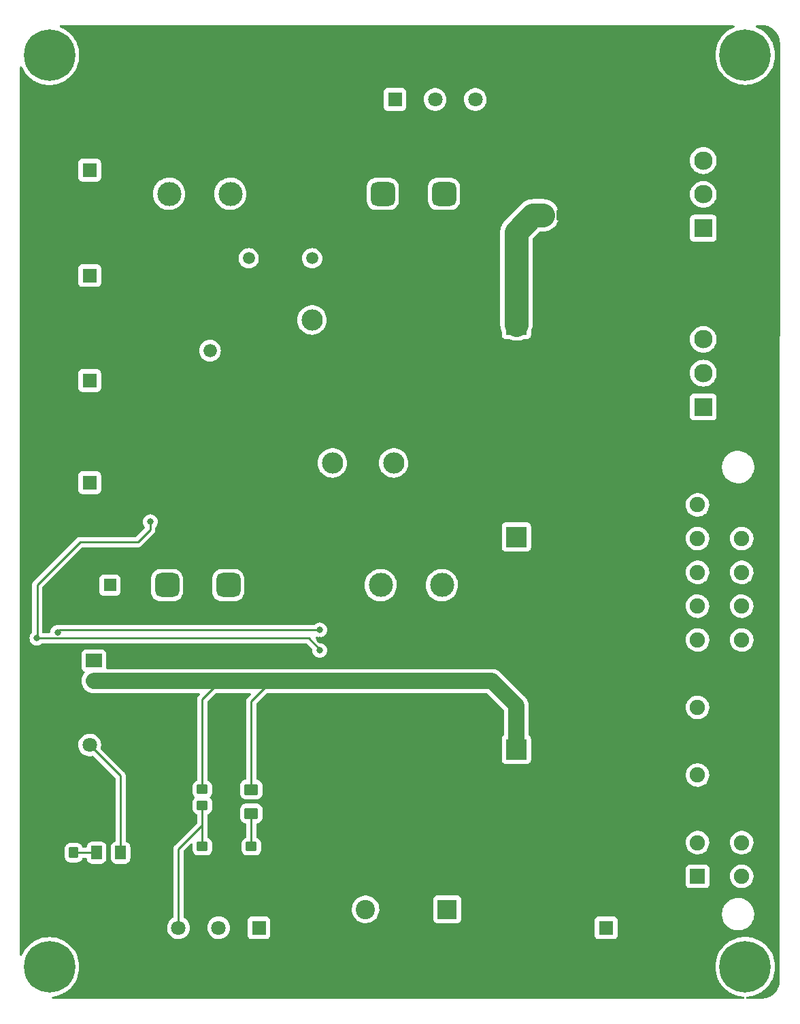
<source format=gtl>
G04 #@! TF.GenerationSoftware,KiCad,Pcbnew,(6.0.10)*
G04 #@! TF.CreationDate,2023-01-26T21:45:49-05:00*
G04 #@! TF.ProjectId,Input,496e7075-742e-46b6-9963-61645f706362,rev?*
G04 #@! TF.SameCoordinates,Original*
G04 #@! TF.FileFunction,Copper,L1,Top*
G04 #@! TF.FilePolarity,Positive*
%FSLAX46Y46*%
G04 Gerber Fmt 4.6, Leading zero omitted, Abs format (unit mm)*
G04 Created by KiCad (PCBNEW (6.0.10)) date 2023-01-26 21:45:49*
%MOMM*%
%LPD*%
G01*
G04 APERTURE LIST*
G04 Aperture macros list*
%AMRoundRect*
0 Rectangle with rounded corners*
0 $1 Rounding radius*
0 $2 $3 $4 $5 $6 $7 $8 $9 X,Y pos of 4 corners*
0 Add a 4 corners polygon primitive as box body*
4,1,4,$2,$3,$4,$5,$6,$7,$8,$9,$2,$3,0*
0 Add four circle primitives for the rounded corners*
1,1,$1+$1,$2,$3*
1,1,$1+$1,$4,$5*
1,1,$1+$1,$6,$7*
1,1,$1+$1,$8,$9*
0 Add four rect primitives between the rounded corners*
20,1,$1+$1,$2,$3,$4,$5,0*
20,1,$1+$1,$4,$5,$6,$7,0*
20,1,$1+$1,$6,$7,$8,$9,0*
20,1,$1+$1,$8,$9,$2,$3,0*%
G04 Aperture macros list end*
G04 #@! TA.AperFunction,SMDPad,CuDef*
%ADD10RoundRect,0.250001X-0.462499X-0.624999X0.462499X-0.624999X0.462499X0.624999X-0.462499X0.624999X0*%
G04 #@! TD*
G04 #@! TA.AperFunction,ComponentPad*
%ADD11R,2.030000X1.730000*%
G04 #@! TD*
G04 #@! TA.AperFunction,ComponentPad*
%ADD12O,2.030000X1.730000*%
G04 #@! TD*
G04 #@! TA.AperFunction,SMDPad,CuDef*
%ADD13RoundRect,0.250000X0.450000X-0.350000X0.450000X0.350000X-0.450000X0.350000X-0.450000X-0.350000X0*%
G04 #@! TD*
G04 #@! TA.AperFunction,ComponentPad*
%ADD14R,1.600000X1.600000*%
G04 #@! TD*
G04 #@! TA.AperFunction,ComponentPad*
%ADD15C,1.600000*%
G04 #@! TD*
G04 #@! TA.AperFunction,ComponentPad*
%ADD16RoundRect,0.750000X-0.750000X-0.750000X0.750000X-0.750000X0.750000X0.750000X-0.750000X0.750000X0*%
G04 #@! TD*
G04 #@! TA.AperFunction,ComponentPad*
%ADD17C,3.000000*%
G04 #@! TD*
G04 #@! TA.AperFunction,ComponentPad*
%ADD18C,6.400000*%
G04 #@! TD*
G04 #@! TA.AperFunction,ComponentPad*
%ADD19RoundRect,0.750000X0.750000X0.750000X-0.750000X0.750000X-0.750000X-0.750000X0.750000X-0.750000X0*%
G04 #@! TD*
G04 #@! TA.AperFunction,SMDPad,CuDef*
%ADD20RoundRect,0.250000X-0.450000X0.350000X-0.450000X-0.350000X0.450000X-0.350000X0.450000X0.350000X0*%
G04 #@! TD*
G04 #@! TA.AperFunction,ComponentPad*
%ADD21R,1.803400X1.803400*%
G04 #@! TD*
G04 #@! TA.AperFunction,ComponentPad*
%ADD22C,1.803400*%
G04 #@! TD*
G04 #@! TA.AperFunction,SMDPad,CuDef*
%ADD23RoundRect,0.250001X0.624999X-0.462499X0.624999X0.462499X-0.624999X0.462499X-0.624999X-0.462499X0*%
G04 #@! TD*
G04 #@! TA.AperFunction,ComponentPad*
%ADD24R,2.400000X2.400000*%
G04 #@! TD*
G04 #@! TA.AperFunction,ComponentPad*
%ADD25C,2.400000*%
G04 #@! TD*
G04 #@! TA.AperFunction,ComponentPad*
%ADD26R,1.900000X1.900000*%
G04 #@! TD*
G04 #@! TA.AperFunction,ComponentPad*
%ADD27C,1.900000*%
G04 #@! TD*
G04 #@! TA.AperFunction,ComponentPad*
%ADD28R,2.300000X2.300000*%
G04 #@! TD*
G04 #@! TA.AperFunction,ComponentPad*
%ADD29C,2.300000*%
G04 #@! TD*
G04 #@! TA.AperFunction,ComponentPad*
%ADD30R,2.616200X2.616200*%
G04 #@! TD*
G04 #@! TA.AperFunction,ComponentPad*
%ADD31C,2.616200*%
G04 #@! TD*
G04 #@! TA.AperFunction,ComponentPad*
%ADD32C,1.676400*%
G04 #@! TD*
G04 #@! TA.AperFunction,ComponentPad*
%ADD33C,2.641600*%
G04 #@! TD*
G04 #@! TA.AperFunction,SMDPad,CuDef*
%ADD34RoundRect,0.250000X-0.350000X-0.450000X0.350000X-0.450000X0.350000X0.450000X-0.350000X0.450000X0*%
G04 #@! TD*
G04 #@! TA.AperFunction,ComponentPad*
%ADD35C,1.500000*%
G04 #@! TD*
G04 #@! TA.AperFunction,ViaPad*
%ADD36C,0.800000*%
G04 #@! TD*
G04 #@! TA.AperFunction,Conductor*
%ADD37C,0.250000*%
G04 #@! TD*
G04 #@! TA.AperFunction,Conductor*
%ADD38C,3.000000*%
G04 #@! TD*
G04 #@! TA.AperFunction,Conductor*
%ADD39C,2.000000*%
G04 #@! TD*
G04 APERTURE END LIST*
D10*
X108250500Y-141618000D03*
X111225500Y-141618000D03*
D11*
X107899799Y-117732000D03*
D12*
X107899799Y-120272000D03*
X107899799Y-122812000D03*
D13*
X127508000Y-142859000D03*
X127508000Y-140859000D03*
D14*
X109904379Y-108344000D03*
D15*
X107404379Y-108344000D03*
D16*
X124637000Y-108344000D03*
X117017000Y-108344000D03*
D17*
X151227000Y-108344000D03*
X143607000Y-108344000D03*
D18*
X102376000Y-42436000D03*
D19*
X143861000Y-59690000D03*
X151481000Y-59690000D03*
D17*
X124891000Y-59690000D03*
X117271000Y-59690000D03*
D20*
X121412000Y-133747000D03*
X121412000Y-135747000D03*
D21*
X107391799Y-56742000D03*
D22*
X107391799Y-51742000D03*
D21*
X171664000Y-150949001D03*
D22*
X166664000Y-150949001D03*
D23*
X127508000Y-136742500D03*
X127508000Y-133767500D03*
D24*
X151892000Y-148661000D03*
D25*
X146812000Y-148661000D03*
X141732000Y-148661000D03*
X136652000Y-148661000D03*
D26*
X183046000Y-144562000D03*
D27*
X183046000Y-140362000D03*
X183046000Y-136162000D03*
X183046000Y-131962000D03*
X183046000Y-127762000D03*
X183046000Y-123562000D03*
X183046000Y-119362000D03*
X183046000Y-115162000D03*
X183046000Y-110962000D03*
X183046000Y-106762000D03*
X183046000Y-102562000D03*
X183046000Y-98362000D03*
X188546000Y-144562000D03*
X188546000Y-140362000D03*
X188546000Y-136162000D03*
X188546000Y-131962000D03*
X188546000Y-127762000D03*
X188546000Y-123562000D03*
X188546000Y-119362000D03*
X188546000Y-115162000D03*
X188546000Y-110962000D03*
X188546000Y-106762000D03*
X188546000Y-102562000D03*
X188546000Y-98362000D03*
D28*
X183760000Y-63954800D03*
D29*
X183760000Y-59754800D03*
X183760000Y-55554800D03*
X183760000Y-51354800D03*
X187960000Y-63954800D03*
X187960000Y-59754800D03*
X187960000Y-55554800D03*
X187960000Y-51354800D03*
D28*
X183760000Y-86183000D03*
D29*
X183760000Y-81983000D03*
X183760000Y-77783000D03*
X183760000Y-73583000D03*
X187960000Y-86183000D03*
X187960000Y-81983000D03*
X187960000Y-77783000D03*
X187960000Y-73583000D03*
D18*
X102372000Y-155829000D03*
D30*
X160498500Y-102362000D03*
D31*
X170498500Y-102362000D03*
D18*
X188976000Y-155811000D03*
D32*
X122361800Y-89344800D03*
D33*
X137601800Y-93154800D03*
X145221800Y-93154800D03*
X135061800Y-75374800D03*
D32*
X122361800Y-79184800D03*
D21*
X145378000Y-47945999D03*
D22*
X150378000Y-47945999D03*
X155378000Y-47945999D03*
D21*
X107391799Y-69848400D03*
D22*
X107391799Y-64848400D03*
D21*
X107391799Y-95604000D03*
D22*
X107391799Y-90604000D03*
D30*
X160498500Y-128778000D03*
D31*
X170498500Y-128778000D03*
D21*
X107391799Y-82904000D03*
D22*
X107391799Y-77904000D03*
D34*
X164100000Y-62357000D03*
X166100000Y-62357000D03*
D21*
X107391799Y-133223000D03*
D22*
X107391799Y-128223000D03*
D35*
X127174000Y-67704000D03*
X135074000Y-67704000D03*
D20*
X121412000Y-140859000D03*
X121412000Y-142859000D03*
D18*
X188976000Y-42418000D03*
D34*
X103404000Y-141618000D03*
X105404000Y-141618000D03*
D21*
X128444000Y-150949001D03*
D22*
X123444000Y-150949001D03*
X118444000Y-150949001D03*
D30*
X160498500Y-75946000D03*
D31*
X170498500Y-75946000D03*
D36*
X114935000Y-99060000D03*
X136017000Y-115189000D03*
X136017000Y-116459000D03*
X114935000Y-100457000D03*
X100810500Y-114948000D03*
X103388000Y-114223500D03*
X136017000Y-113919000D03*
D37*
X111225500Y-132056701D02*
X107391799Y-128223000D01*
X111225500Y-141618000D02*
X111225500Y-132056701D01*
D38*
X160498500Y-75946000D02*
X160498500Y-64418500D01*
D39*
X123685000Y-120282000D02*
X129045000Y-120282000D01*
D37*
X129540000Y-120777000D02*
X129045000Y-120282000D01*
D39*
X107909799Y-120282000D02*
X123685000Y-120282000D01*
D38*
X160498500Y-64418500D02*
X162560000Y-62357000D01*
D39*
X144282000Y-120282000D02*
X157460500Y-120282000D01*
D37*
X127508000Y-122809000D02*
X129540000Y-120777000D01*
D39*
X138440000Y-120282000D02*
X144282000Y-120282000D01*
D38*
X162560000Y-62357000D02*
X163800000Y-62357000D01*
D39*
X160498500Y-123320000D02*
X160498500Y-128778000D01*
X107899799Y-120272000D02*
X107909799Y-120282000D01*
X157460500Y-120282000D02*
X160498500Y-123320000D01*
D37*
X121412000Y-122555000D02*
X123685000Y-120282000D01*
X127508000Y-133767500D02*
X127508000Y-122809000D01*
X121412000Y-133747000D02*
X121412000Y-122555000D01*
D39*
X129045000Y-120282000D02*
X138440000Y-120282000D01*
D37*
X136017000Y-116459000D02*
X136017000Y-116332000D01*
X114935000Y-101473000D02*
X114935000Y-100457000D01*
X100848000Y-114910500D02*
X100848000Y-108344000D01*
X136017000Y-116332000D02*
X134633000Y-114948000D01*
X134633000Y-114948000D02*
X100810500Y-114948000D01*
X106182000Y-103010000D02*
X113398000Y-103010000D01*
X113398000Y-103010000D02*
X114935000Y-101473000D01*
X100810500Y-114948000D02*
X100848000Y-114910500D01*
X100848000Y-108344000D02*
X106182000Y-103010000D01*
X105404000Y-141618000D02*
X108250500Y-141618000D01*
X127508000Y-140859000D02*
X127508000Y-136742500D01*
X103692500Y-113919000D02*
X103388000Y-114223500D01*
X136017000Y-113919000D02*
X103692500Y-113919000D01*
X118444000Y-150949001D02*
X118444000Y-141144000D01*
X121412000Y-138176000D02*
X121412000Y-135747000D01*
X118444000Y-141144000D02*
X121412000Y-138176000D01*
X121412000Y-138176000D02*
X121412000Y-140859000D01*
G04 #@! TA.AperFunction,Conductor*
G36*
X187595679Y-38760702D02*
G01*
X187642172Y-38814358D01*
X187652276Y-38884632D01*
X187622782Y-38949212D01*
X187572714Y-38984330D01*
X187465547Y-39025468D01*
X187462607Y-39026966D01*
X187122147Y-39200439D01*
X187122140Y-39200443D01*
X187119206Y-39201938D01*
X187116440Y-39203734D01*
X187116437Y-39203736D01*
X186795971Y-39411848D01*
X186793207Y-39413643D01*
X186491124Y-39658266D01*
X186216266Y-39933124D01*
X186214194Y-39935682D01*
X186214191Y-39935686D01*
X186093954Y-40084166D01*
X185971643Y-40235207D01*
X185969848Y-40237970D01*
X185969848Y-40237971D01*
X185849414Y-40423425D01*
X185759938Y-40561206D01*
X185758443Y-40564140D01*
X185758439Y-40564147D01*
X185691927Y-40694684D01*
X185583468Y-40907547D01*
X185535627Y-41032176D01*
X185450312Y-41254431D01*
X185444167Y-41270438D01*
X185343562Y-41645901D01*
X185282754Y-42029824D01*
X185262411Y-42418000D01*
X185282754Y-42806176D01*
X185283267Y-42809416D01*
X185283268Y-42809424D01*
X185285605Y-42824176D01*
X185343562Y-43190099D01*
X185444167Y-43565562D01*
X185445352Y-43568650D01*
X185445353Y-43568652D01*
X185452263Y-43586652D01*
X185583468Y-43928453D01*
X185759938Y-44274794D01*
X185971643Y-44600793D01*
X186216266Y-44902876D01*
X186491124Y-45177734D01*
X186793207Y-45422357D01*
X187119205Y-45634062D01*
X187122139Y-45635557D01*
X187122146Y-45635561D01*
X187462607Y-45809034D01*
X187465547Y-45810532D01*
X187828438Y-45949833D01*
X188203901Y-46050438D01*
X188407793Y-46082732D01*
X188584576Y-46110732D01*
X188584584Y-46110733D01*
X188587824Y-46111246D01*
X188976000Y-46131589D01*
X189364176Y-46111246D01*
X189367416Y-46110733D01*
X189367424Y-46110732D01*
X189544207Y-46082732D01*
X189748099Y-46050438D01*
X190123562Y-45949833D01*
X190486453Y-45810532D01*
X190489393Y-45809034D01*
X190829854Y-45635561D01*
X190829861Y-45635557D01*
X190832795Y-45634062D01*
X191158793Y-45422357D01*
X191460876Y-45177734D01*
X191735734Y-44902876D01*
X191980357Y-44600793D01*
X192192062Y-44274794D01*
X192368532Y-43928453D01*
X192499737Y-43586652D01*
X192506647Y-43568652D01*
X192506648Y-43568650D01*
X192507833Y-43565562D01*
X192608438Y-43190099D01*
X192666395Y-42824176D01*
X192668732Y-42809424D01*
X192668733Y-42809416D01*
X192669246Y-42806176D01*
X192689589Y-42418000D01*
X192669246Y-42029824D01*
X192608438Y-41645901D01*
X192507833Y-41270438D01*
X192501689Y-41254431D01*
X192416373Y-41032176D01*
X192368532Y-40907547D01*
X192260073Y-40694684D01*
X192193561Y-40564147D01*
X192193557Y-40564140D01*
X192192062Y-40561206D01*
X192102587Y-40423425D01*
X191982152Y-40237971D01*
X191982152Y-40237970D01*
X191980357Y-40235207D01*
X191858046Y-40084166D01*
X191737809Y-39935686D01*
X191737806Y-39935682D01*
X191735734Y-39933124D01*
X191460876Y-39658266D01*
X191158793Y-39413643D01*
X190925671Y-39262252D01*
X190835564Y-39203736D01*
X190835561Y-39203734D01*
X190832795Y-39201938D01*
X190829861Y-39200443D01*
X190829854Y-39200439D01*
X190489393Y-39026966D01*
X190486453Y-39025468D01*
X190379286Y-38984331D01*
X190322859Y-38941245D01*
X190298683Y-38874492D01*
X190314434Y-38805264D01*
X190365112Y-38755542D01*
X190424442Y-38740700D01*
X191456000Y-38740700D01*
X191478713Y-38742764D01*
X191501903Y-38747014D01*
X191557506Y-38757204D01*
X191572262Y-38760842D01*
X191821202Y-38838417D01*
X191835428Y-38843812D01*
X192073210Y-38950831D01*
X192086682Y-38957902D01*
X192309819Y-39092795D01*
X192322341Y-39101438D01*
X192527604Y-39262252D01*
X192538992Y-39272342D01*
X192723358Y-39456708D01*
X192733448Y-39468096D01*
X192894262Y-39673359D01*
X192902905Y-39685881D01*
X193037798Y-39909018D01*
X193044869Y-39922490D01*
X193151888Y-40160272D01*
X193157283Y-40174497D01*
X193234858Y-40423438D01*
X193238497Y-40438199D01*
X193285502Y-40694684D01*
X193287336Y-40709787D01*
X193300997Y-40935567D01*
X193299736Y-40962360D01*
X193299734Y-40962518D01*
X193298353Y-40971388D01*
X193299518Y-40980294D01*
X193302476Y-41002916D01*
X193303540Y-41019266D01*
X193297251Y-114294498D01*
X193293556Y-157353252D01*
X193293549Y-157430614D01*
X193292048Y-157449991D01*
X193289734Y-157464847D01*
X193289734Y-157464856D01*
X193288353Y-157473724D01*
X193290602Y-157490919D01*
X193291435Y-157514863D01*
X193277340Y-157747882D01*
X193275506Y-157762986D01*
X193228506Y-158019463D01*
X193224865Y-158034236D01*
X193147293Y-158283176D01*
X193141898Y-158297402D01*
X193034881Y-158535187D01*
X193027813Y-158548655D01*
X193002330Y-158590809D01*
X192892918Y-158771802D01*
X192884274Y-158784324D01*
X192723463Y-158989586D01*
X192713374Y-159000975D01*
X192528996Y-159185356D01*
X192517608Y-159195444D01*
X192312356Y-159356252D01*
X192299839Y-159364892D01*
X192076686Y-159499795D01*
X192063216Y-159506866D01*
X191983845Y-159542589D01*
X191825439Y-159613884D01*
X191811212Y-159619279D01*
X191562277Y-159696854D01*
X191547504Y-159700496D01*
X191291020Y-159747502D01*
X191275916Y-159749336D01*
X191050338Y-159762985D01*
X191023343Y-159761715D01*
X191023185Y-159761690D01*
X191023181Y-159761690D01*
X191014312Y-159760309D01*
X190982755Y-159764436D01*
X190966416Y-159765500D01*
X189190888Y-159765500D01*
X189122767Y-159745498D01*
X189076274Y-159691842D01*
X189066170Y-159621568D01*
X189095664Y-159556988D01*
X189155390Y-159518604D01*
X189184294Y-159513673D01*
X189364176Y-159504246D01*
X189367416Y-159503733D01*
X189367424Y-159503732D01*
X189544207Y-159475732D01*
X189748099Y-159443438D01*
X190123562Y-159342833D01*
X190486453Y-159203532D01*
X190511622Y-159190708D01*
X190829854Y-159028561D01*
X190829861Y-159028557D01*
X190832795Y-159027062D01*
X190890550Y-158989556D01*
X191156029Y-158817152D01*
X191156030Y-158817152D01*
X191158793Y-158815357D01*
X191460876Y-158570734D01*
X191735734Y-158295876D01*
X191740123Y-158290457D01*
X191953506Y-158026951D01*
X191980357Y-157993793D01*
X192192062Y-157667794D01*
X192269985Y-157514863D01*
X192368532Y-157321453D01*
X192499737Y-156979652D01*
X192506647Y-156961652D01*
X192506648Y-156961650D01*
X192507833Y-156958562D01*
X192608438Y-156583099D01*
X192666395Y-156217176D01*
X192668732Y-156202424D01*
X192668733Y-156202416D01*
X192669246Y-156199176D01*
X192689589Y-155811000D01*
X192669246Y-155422824D01*
X192608438Y-155038901D01*
X192507833Y-154663438D01*
X192368532Y-154300547D01*
X192202732Y-153975147D01*
X192193561Y-153957147D01*
X192193557Y-153957140D01*
X192192062Y-153954206D01*
X191990383Y-153643645D01*
X191982152Y-153630971D01*
X191982152Y-153630970D01*
X191980357Y-153628207D01*
X191735734Y-153326124D01*
X191460876Y-153051266D01*
X191158793Y-152806643D01*
X191156029Y-152804848D01*
X190835564Y-152596736D01*
X190835561Y-152596734D01*
X190832795Y-152594938D01*
X190829861Y-152593443D01*
X190829854Y-152593439D01*
X190489393Y-152419966D01*
X190486453Y-152418468D01*
X190200967Y-152308880D01*
X190126652Y-152280353D01*
X190126650Y-152280352D01*
X190123562Y-152279167D01*
X189748099Y-152178562D01*
X189544207Y-152146268D01*
X189367424Y-152118268D01*
X189367416Y-152118267D01*
X189364176Y-152117754D01*
X188976000Y-152097411D01*
X188587824Y-152117754D01*
X188584584Y-152118267D01*
X188584576Y-152118268D01*
X188407793Y-152146268D01*
X188203901Y-152178562D01*
X187828438Y-152279167D01*
X187825350Y-152280352D01*
X187825348Y-152280353D01*
X187751033Y-152308880D01*
X187465547Y-152418468D01*
X187462607Y-152419966D01*
X187122147Y-152593439D01*
X187122140Y-152593443D01*
X187119206Y-152594938D01*
X187116440Y-152596734D01*
X187116437Y-152596736D01*
X186795971Y-152804848D01*
X186793207Y-152806643D01*
X186491124Y-153051266D01*
X186216266Y-153326124D01*
X185971643Y-153628207D01*
X185969848Y-153630970D01*
X185969848Y-153630971D01*
X185961618Y-153643645D01*
X185759938Y-153954206D01*
X185758443Y-153957140D01*
X185758439Y-153957147D01*
X185749268Y-153975147D01*
X185583468Y-154300547D01*
X185444167Y-154663438D01*
X185343562Y-155038901D01*
X185282754Y-155422824D01*
X185262411Y-155811000D01*
X185282754Y-156199176D01*
X185283267Y-156202416D01*
X185283268Y-156202424D01*
X185285605Y-156217176D01*
X185343562Y-156583099D01*
X185444167Y-156958562D01*
X185445352Y-156961650D01*
X185445353Y-156961652D01*
X185452263Y-156979652D01*
X185583468Y-157321453D01*
X185584966Y-157324393D01*
X185682016Y-157514863D01*
X185759938Y-157667794D01*
X185971643Y-157993793D01*
X185998494Y-158026951D01*
X186211878Y-158290457D01*
X186216266Y-158295876D01*
X186491124Y-158570734D01*
X186793207Y-158815357D01*
X186795970Y-158817152D01*
X186795971Y-158817152D01*
X187061451Y-158989556D01*
X187119205Y-159027062D01*
X187122139Y-159028557D01*
X187122146Y-159028561D01*
X187440378Y-159190708D01*
X187465547Y-159203532D01*
X187828438Y-159342833D01*
X188203901Y-159443438D01*
X188407793Y-159475732D01*
X188584576Y-159503732D01*
X188584584Y-159503733D01*
X188587824Y-159504246D01*
X188767706Y-159513673D01*
X188834687Y-159537212D01*
X188878308Y-159593228D01*
X188884720Y-159663934D01*
X188851888Y-159726883D01*
X188790235Y-159762088D01*
X188761112Y-159765500D01*
X102825314Y-159765500D01*
X102757193Y-159745498D01*
X102710700Y-159691842D01*
X102700596Y-159621568D01*
X102730090Y-159556988D01*
X102789816Y-159518604D01*
X102805603Y-159515051D01*
X102814303Y-159513673D01*
X103144099Y-159461438D01*
X103519562Y-159360833D01*
X103531507Y-159356248D01*
X103661452Y-159306366D01*
X103882453Y-159221532D01*
X103942949Y-159190708D01*
X104225854Y-159046561D01*
X104225861Y-159046557D01*
X104228795Y-159045062D01*
X104254205Y-159028561D01*
X104552029Y-158835152D01*
X104552030Y-158835152D01*
X104554793Y-158833357D01*
X104856876Y-158588734D01*
X105131734Y-158313876D01*
X105145075Y-158297402D01*
X105374282Y-158014355D01*
X105376357Y-158011793D01*
X105378152Y-158009029D01*
X105586264Y-157688563D01*
X105586266Y-157688560D01*
X105588062Y-157685794D01*
X105597234Y-157667794D01*
X105763034Y-157342393D01*
X105764532Y-157339453D01*
X105903833Y-156976562D01*
X106004438Y-156601099D01*
X106065246Y-156217176D01*
X106085589Y-155829000D01*
X106065246Y-155440824D01*
X106062917Y-155426114D01*
X106004954Y-155060162D01*
X106004438Y-155056901D01*
X105903833Y-154681438D01*
X105896924Y-154663438D01*
X105765716Y-154321632D01*
X105764532Y-154318547D01*
X105588062Y-153972206D01*
X105376357Y-153646207D01*
X105131734Y-153344124D01*
X104856876Y-153069266D01*
X104554793Y-152824643D01*
X104228795Y-152612938D01*
X104225861Y-152611443D01*
X104225854Y-152611439D01*
X103885393Y-152437966D01*
X103882453Y-152436468D01*
X103609331Y-152331626D01*
X103522652Y-152298353D01*
X103522650Y-152298352D01*
X103519562Y-152297167D01*
X103144099Y-152196562D01*
X102922457Y-152161457D01*
X102763424Y-152136268D01*
X102763416Y-152136267D01*
X102760176Y-152135754D01*
X102372000Y-152115411D01*
X101983824Y-152135754D01*
X101980584Y-152136267D01*
X101980576Y-152136268D01*
X101821543Y-152161457D01*
X101599901Y-152196562D01*
X101224438Y-152297167D01*
X101221350Y-152298352D01*
X101221348Y-152298353D01*
X101134669Y-152331626D01*
X100861547Y-152436468D01*
X100858607Y-152437966D01*
X100518147Y-152611439D01*
X100518140Y-152611443D01*
X100515206Y-152612938D01*
X100189207Y-152824643D01*
X99887124Y-153069266D01*
X99612266Y-153344124D01*
X99367643Y-153646207D01*
X99155938Y-153972206D01*
X98979468Y-154318547D01*
X98978284Y-154321632D01*
X98967432Y-154349902D01*
X98924346Y-154406330D01*
X98857593Y-154430507D01*
X98788366Y-154414756D01*
X98738644Y-154364078D01*
X98723801Y-154304748D01*
X98723801Y-142118400D01*
X104295500Y-142118400D01*
X104306474Y-142224166D01*
X104308655Y-142230702D01*
X104308655Y-142230704D01*
X104324926Y-142279473D01*
X104362450Y-142391946D01*
X104455522Y-142542348D01*
X104580697Y-142667305D01*
X104586927Y-142671145D01*
X104586928Y-142671146D01*
X104724090Y-142755694D01*
X104731262Y-142760115D01*
X104811005Y-142786564D01*
X104892611Y-142813632D01*
X104892613Y-142813632D01*
X104899139Y-142815797D01*
X104905975Y-142816497D01*
X104905978Y-142816498D01*
X104949031Y-142820909D01*
X105003600Y-142826500D01*
X105804400Y-142826500D01*
X105807646Y-142826163D01*
X105807650Y-142826163D01*
X105903308Y-142816238D01*
X105903312Y-142816237D01*
X105910166Y-142815526D01*
X105916702Y-142813345D01*
X105916704Y-142813345D01*
X106048806Y-142769272D01*
X106077946Y-142759550D01*
X106228348Y-142666478D01*
X106353305Y-142541303D01*
X106357146Y-142535072D01*
X106442275Y-142396968D01*
X106442276Y-142396966D01*
X106446115Y-142390738D01*
X106463663Y-142337832D01*
X106504094Y-142279473D01*
X106569658Y-142252236D01*
X106583256Y-142251500D01*
X106911550Y-142251500D01*
X106979671Y-142271502D01*
X107026164Y-142325158D01*
X107036877Y-142364497D01*
X107039600Y-142390738D01*
X107040474Y-142399165D01*
X107096450Y-142566945D01*
X107189522Y-142717348D01*
X107314697Y-142842305D01*
X107320927Y-142846145D01*
X107320928Y-142846146D01*
X107458090Y-142930694D01*
X107465262Y-142935115D01*
X107545005Y-142961564D01*
X107626611Y-142988632D01*
X107626613Y-142988632D01*
X107633139Y-142990797D01*
X107639975Y-142991497D01*
X107639978Y-142991498D01*
X107683031Y-142995909D01*
X107737600Y-143001500D01*
X108763400Y-143001500D01*
X108766646Y-143001163D01*
X108766650Y-143001163D01*
X108862307Y-142991238D01*
X108862311Y-142991237D01*
X108869165Y-142990526D01*
X108875701Y-142988345D01*
X108875703Y-142988345D01*
X109007805Y-142944272D01*
X109036945Y-142934550D01*
X109187348Y-142841478D01*
X109212285Y-142816498D01*
X109307134Y-142721483D01*
X109312305Y-142716303D01*
X109343018Y-142666478D01*
X109401275Y-142571968D01*
X109401276Y-142571966D01*
X109405115Y-142565738D01*
X109460797Y-142397861D01*
X109462239Y-142383793D01*
X109465909Y-142347969D01*
X109471500Y-142293400D01*
X109471500Y-140942600D01*
X109470926Y-140937070D01*
X109461238Y-140843693D01*
X109461237Y-140843689D01*
X109460526Y-140836835D01*
X109427035Y-140736449D01*
X109406868Y-140676003D01*
X109404550Y-140669055D01*
X109311478Y-140518652D01*
X109186303Y-140393695D01*
X109180072Y-140389854D01*
X109041968Y-140304725D01*
X109041966Y-140304724D01*
X109035738Y-140300885D01*
X108884000Y-140250556D01*
X108874389Y-140247368D01*
X108874387Y-140247368D01*
X108867861Y-140245203D01*
X108861025Y-140244503D01*
X108861022Y-140244502D01*
X108804977Y-140238760D01*
X108763400Y-140234500D01*
X107737600Y-140234500D01*
X107734354Y-140234837D01*
X107734350Y-140234837D01*
X107638693Y-140244762D01*
X107638689Y-140244763D01*
X107631835Y-140245474D01*
X107625299Y-140247655D01*
X107625297Y-140247655D01*
X107616602Y-140250556D01*
X107464055Y-140301450D01*
X107313652Y-140394522D01*
X107308479Y-140399704D01*
X107288456Y-140419762D01*
X107188695Y-140519697D01*
X107184855Y-140525927D01*
X107184854Y-140525928D01*
X107154233Y-140575605D01*
X107095885Y-140670262D01*
X107088127Y-140693652D01*
X107046565Y-140818959D01*
X107040203Y-140838139D01*
X107039502Y-140844977D01*
X107039502Y-140844979D01*
X107036801Y-140871342D01*
X107009960Y-140937070D01*
X106951845Y-140977852D01*
X106911457Y-140984500D01*
X106583197Y-140984500D01*
X106515076Y-140964498D01*
X106468583Y-140910842D01*
X106463674Y-140898377D01*
X106447867Y-140850998D01*
X106447866Y-140850996D01*
X106445550Y-140844054D01*
X106434522Y-140826232D01*
X106356332Y-140699880D01*
X106352478Y-140693652D01*
X106227303Y-140568695D01*
X106221072Y-140564854D01*
X106082968Y-140479725D01*
X106082966Y-140479724D01*
X106076738Y-140475885D01*
X105958930Y-140436810D01*
X105915389Y-140422368D01*
X105915387Y-140422368D01*
X105908861Y-140420203D01*
X105902025Y-140419503D01*
X105902022Y-140419502D01*
X105858969Y-140415091D01*
X105804400Y-140409500D01*
X105003600Y-140409500D01*
X105000354Y-140409837D01*
X105000350Y-140409837D01*
X104904692Y-140419762D01*
X104904688Y-140419763D01*
X104897834Y-140420474D01*
X104891298Y-140422655D01*
X104891296Y-140422655D01*
X104858814Y-140433492D01*
X104730054Y-140476450D01*
X104579652Y-140569522D01*
X104454695Y-140694697D01*
X104450855Y-140700927D01*
X104450854Y-140700928D01*
X104366276Y-140838139D01*
X104361885Y-140845262D01*
X104306203Y-141013139D01*
X104305503Y-141019975D01*
X104305502Y-141019978D01*
X104304858Y-141026268D01*
X104295500Y-141117600D01*
X104295500Y-142118400D01*
X98723801Y-142118400D01*
X98723801Y-128188428D01*
X105977188Y-128188428D01*
X105990537Y-128419935D01*
X105991672Y-128424972D01*
X105991673Y-128424978D01*
X106029772Y-128594036D01*
X106041517Y-128646153D01*
X106128761Y-128861007D01*
X106249924Y-129058727D01*
X106401752Y-129234002D01*
X106580169Y-129382127D01*
X106584621Y-129384729D01*
X106584626Y-129384732D01*
X106775925Y-129496518D01*
X106780383Y-129499123D01*
X106997017Y-129581847D01*
X107002085Y-129582878D01*
X107002088Y-129582879D01*
X107113879Y-129605623D01*
X107224253Y-129628079D01*
X107229426Y-129628269D01*
X107229429Y-129628269D01*
X107450825Y-129636387D01*
X107450829Y-129636387D01*
X107455989Y-129636576D01*
X107461109Y-129635920D01*
X107461111Y-129635920D01*
X107531908Y-129626851D01*
X107686001Y-129607111D01*
X107690955Y-129605625D01*
X107690963Y-129605623D01*
X107763148Y-129583966D01*
X107834143Y-129583548D01*
X107888451Y-129615556D01*
X110555095Y-132282201D01*
X110589121Y-132344513D01*
X110592000Y-132371296D01*
X110592000Y-140159633D01*
X110571998Y-140227754D01*
X110518342Y-140274247D01*
X110505877Y-140279156D01*
X110445999Y-140299133D01*
X110445997Y-140299134D01*
X110439055Y-140301450D01*
X110432831Y-140305302D01*
X110432830Y-140305302D01*
X110364459Y-140347611D01*
X110288652Y-140394522D01*
X110283479Y-140399704D01*
X110263456Y-140419762D01*
X110163695Y-140519697D01*
X110159855Y-140525927D01*
X110159854Y-140525928D01*
X110129233Y-140575605D01*
X110070885Y-140670262D01*
X110063127Y-140693652D01*
X110021565Y-140818959D01*
X110015203Y-140838139D01*
X110014503Y-140844975D01*
X110014502Y-140844978D01*
X110012452Y-140864989D01*
X110004500Y-140942600D01*
X110004500Y-142293400D01*
X110004837Y-142296646D01*
X110004837Y-142296650D01*
X110014600Y-142390738D01*
X110015474Y-142399165D01*
X110071450Y-142566945D01*
X110164522Y-142717348D01*
X110289697Y-142842305D01*
X110295927Y-142846145D01*
X110295928Y-142846146D01*
X110433090Y-142930694D01*
X110440262Y-142935115D01*
X110520005Y-142961564D01*
X110601611Y-142988632D01*
X110601613Y-142988632D01*
X110608139Y-142990797D01*
X110614975Y-142991497D01*
X110614978Y-142991498D01*
X110658031Y-142995909D01*
X110712600Y-143001500D01*
X111738400Y-143001500D01*
X111741646Y-143001163D01*
X111741650Y-143001163D01*
X111837307Y-142991238D01*
X111837311Y-142991237D01*
X111844165Y-142990526D01*
X111850701Y-142988345D01*
X111850703Y-142988345D01*
X111982805Y-142944272D01*
X112011945Y-142934550D01*
X112162348Y-142841478D01*
X112187285Y-142816498D01*
X112282134Y-142721483D01*
X112287305Y-142716303D01*
X112318018Y-142666478D01*
X112376275Y-142571968D01*
X112376276Y-142571966D01*
X112380115Y-142565738D01*
X112435797Y-142397861D01*
X112437239Y-142383793D01*
X112440909Y-142347969D01*
X112446500Y-142293400D01*
X112446500Y-140942600D01*
X112445926Y-140937070D01*
X112436238Y-140843693D01*
X112436237Y-140843689D01*
X112435526Y-140836835D01*
X112402035Y-140736449D01*
X112381868Y-140676003D01*
X112379550Y-140669055D01*
X112286478Y-140518652D01*
X112161303Y-140393695D01*
X112155072Y-140389854D01*
X112016968Y-140304725D01*
X112016966Y-140304724D01*
X112010738Y-140300885D01*
X111963212Y-140285121D01*
X111945333Y-140279191D01*
X111886973Y-140238760D01*
X111859736Y-140173196D01*
X111859000Y-140159598D01*
X111859000Y-132135468D01*
X111859527Y-132124285D01*
X111861202Y-132116792D01*
X111859062Y-132048701D01*
X111859000Y-132044744D01*
X111859000Y-132016845D01*
X111858496Y-132012854D01*
X111857563Y-132001012D01*
X111856423Y-131964737D01*
X111856174Y-131956812D01*
X111853962Y-131949198D01*
X111853961Y-131949193D01*
X111850523Y-131937360D01*
X111846512Y-131917996D01*
X111844967Y-131905765D01*
X111843974Y-131897904D01*
X111841057Y-131890537D01*
X111841056Y-131890532D01*
X111827698Y-131856793D01*
X111823854Y-131845566D01*
X111813730Y-131810723D01*
X111811518Y-131803108D01*
X111801207Y-131785673D01*
X111792512Y-131767925D01*
X111785052Y-131749084D01*
X111759064Y-131713314D01*
X111752548Y-131703394D01*
X111734080Y-131672166D01*
X111734078Y-131672163D01*
X111730042Y-131665339D01*
X111715721Y-131651018D01*
X111702880Y-131635984D01*
X111695631Y-131626007D01*
X111690972Y-131619594D01*
X111656895Y-131591403D01*
X111648116Y-131583413D01*
X108784462Y-128719759D01*
X108750436Y-128657447D01*
X108752998Y-128594036D01*
X108774875Y-128522032D01*
X108805143Y-128292124D01*
X108806832Y-128223000D01*
X108800533Y-128146386D01*
X108788255Y-127997039D01*
X108788254Y-127997033D01*
X108787831Y-127991888D01*
X108731339Y-127766983D01*
X108638872Y-127554325D01*
X108512915Y-127359624D01*
X108484826Y-127328754D01*
X108360327Y-127191932D01*
X108360325Y-127191931D01*
X108356849Y-127188110D01*
X108352798Y-127184911D01*
X108352794Y-127184907D01*
X108178924Y-127047594D01*
X108174866Y-127044389D01*
X107971854Y-126932320D01*
X107853419Y-126890380D01*
X107758138Y-126856639D01*
X107758134Y-126856638D01*
X107753263Y-126854913D01*
X107748170Y-126854006D01*
X107748167Y-126854005D01*
X107530054Y-126815153D01*
X107530048Y-126815152D01*
X107524965Y-126814247D01*
X107436431Y-126813165D01*
X107298260Y-126811477D01*
X107298258Y-126811477D01*
X107293091Y-126811414D01*
X107063868Y-126846490D01*
X106843452Y-126918533D01*
X106838864Y-126920921D01*
X106838860Y-126920923D01*
X106649909Y-127019285D01*
X106637761Y-127025609D01*
X106633628Y-127028712D01*
X106633625Y-127028714D01*
X106520276Y-127113819D01*
X106452321Y-127164841D01*
X106292112Y-127332491D01*
X106161435Y-127524056D01*
X106063800Y-127734392D01*
X106001830Y-127957849D01*
X105977188Y-128188428D01*
X98723801Y-128188428D01*
X98723801Y-120207065D01*
X106372863Y-120207065D01*
X106381608Y-120439993D01*
X106429473Y-120668117D01*
X106431431Y-120673076D01*
X106431432Y-120673078D01*
X106489483Y-120820070D01*
X106489470Y-120820075D01*
X106489497Y-120820115D01*
X106490732Y-120824208D01*
X106492754Y-120828355D01*
X106515091Y-120884914D01*
X106538853Y-120924072D01*
X106544372Y-120934186D01*
X106597145Y-121042388D01*
X106737073Y-121240747D01*
X106756708Y-121262250D01*
X106826124Y-121331666D01*
X106828578Y-121334188D01*
X106897131Y-121406681D01*
X106959556Y-121454408D01*
X106964691Y-121458552D01*
X107024519Y-121509470D01*
X107028844Y-121512089D01*
X107028849Y-121512093D01*
X107052623Y-121526491D01*
X107063870Y-121534163D01*
X107089973Y-121554120D01*
X107094431Y-121556510D01*
X107094432Y-121556511D01*
X107159200Y-121591239D01*
X107164925Y-121594504D01*
X107232157Y-121635221D01*
X107262616Y-121647527D01*
X107274957Y-121653307D01*
X107303908Y-121668831D01*
X107308689Y-121670477D01*
X107308693Y-121670479D01*
X107378200Y-121694412D01*
X107384378Y-121696722D01*
X107434591Y-121717009D01*
X107457228Y-121726155D01*
X107462168Y-121727277D01*
X107462167Y-121727277D01*
X107489259Y-121733432D01*
X107502358Y-121737163D01*
X107533430Y-121747862D01*
X107610899Y-121761243D01*
X107617303Y-121762523D01*
X107693943Y-121779935D01*
X107726752Y-121781999D01*
X107740252Y-121783585D01*
X107772635Y-121789179D01*
X107776592Y-121789359D01*
X107776595Y-121789359D01*
X107800305Y-121790436D01*
X107800324Y-121790436D01*
X107801724Y-121790500D01*
X107857906Y-121790500D01*
X107865817Y-121790749D01*
X107936211Y-121795178D01*
X107977790Y-121791101D01*
X107990086Y-121790500D01*
X120976405Y-121790500D01*
X121044526Y-121810502D01*
X121091019Y-121864158D01*
X121101123Y-121934432D01*
X121071629Y-121999012D01*
X121065500Y-122005595D01*
X121019747Y-122051348D01*
X121011461Y-122058888D01*
X121004982Y-122063000D01*
X120999557Y-122068777D01*
X120958357Y-122112651D01*
X120955602Y-122115493D01*
X120935865Y-122135230D01*
X120933385Y-122138427D01*
X120925682Y-122147447D01*
X120895414Y-122179679D01*
X120891595Y-122186625D01*
X120891593Y-122186628D01*
X120885652Y-122197434D01*
X120874801Y-122213953D01*
X120862386Y-122229959D01*
X120859241Y-122237228D01*
X120859238Y-122237232D01*
X120844826Y-122270537D01*
X120839609Y-122281187D01*
X120818305Y-122319940D01*
X120816334Y-122327615D01*
X120816334Y-122327616D01*
X120813267Y-122339562D01*
X120806863Y-122358266D01*
X120803235Y-122366651D01*
X120798819Y-122376855D01*
X120797580Y-122384678D01*
X120797577Y-122384688D01*
X120791901Y-122420524D01*
X120789495Y-122432144D01*
X120778500Y-122474970D01*
X120778500Y-122495224D01*
X120776949Y-122514934D01*
X120773780Y-122534943D01*
X120774526Y-122542835D01*
X120777941Y-122578961D01*
X120778500Y-122590819D01*
X120778500Y-132567803D01*
X120758498Y-132635924D01*
X120704842Y-132682417D01*
X120692377Y-132687326D01*
X120644998Y-132703133D01*
X120644996Y-132703134D01*
X120638054Y-132705450D01*
X120631830Y-132709301D01*
X120631829Y-132709302D01*
X120614609Y-132719958D01*
X120487652Y-132798522D01*
X120362695Y-132923697D01*
X120358855Y-132929927D01*
X120358854Y-132929928D01*
X120322313Y-132989209D01*
X120269885Y-133074262D01*
X120267581Y-133081209D01*
X120241173Y-133160828D01*
X120214203Y-133242139D01*
X120213503Y-133248975D01*
X120213502Y-133248978D01*
X120210403Y-133279224D01*
X120203500Y-133346600D01*
X120203500Y-134147400D01*
X120214474Y-134253166D01*
X120270450Y-134420946D01*
X120363522Y-134571348D01*
X120368704Y-134576521D01*
X120450109Y-134657784D01*
X120484188Y-134720066D01*
X120479185Y-134790886D01*
X120450264Y-134835975D01*
X120374940Y-134911431D01*
X120362695Y-134923697D01*
X120358855Y-134929927D01*
X120358854Y-134929928D01*
X120330682Y-134975632D01*
X120269885Y-135074262D01*
X120214203Y-135242139D01*
X120203500Y-135346600D01*
X120203500Y-136147400D01*
X120203837Y-136150646D01*
X120203837Y-136150650D01*
X120212368Y-136232866D01*
X120214474Y-136253166D01*
X120270450Y-136420946D01*
X120363522Y-136571348D01*
X120488697Y-136696305D01*
X120639262Y-136789115D01*
X120692168Y-136806663D01*
X120750527Y-136847094D01*
X120777764Y-136912658D01*
X120778500Y-136926256D01*
X120778500Y-137861406D01*
X120758498Y-137929527D01*
X120741595Y-137950501D01*
X119396608Y-139295487D01*
X118051747Y-140640348D01*
X118043461Y-140647888D01*
X118036982Y-140652000D01*
X118031557Y-140657777D01*
X117990357Y-140701651D01*
X117987602Y-140704493D01*
X117967865Y-140724230D01*
X117965385Y-140727427D01*
X117957682Y-140736447D01*
X117927414Y-140768679D01*
X117923595Y-140775625D01*
X117923593Y-140775628D01*
X117917652Y-140786434D01*
X117906801Y-140802953D01*
X117894386Y-140818959D01*
X117891241Y-140826228D01*
X117891238Y-140826232D01*
X117876826Y-140859537D01*
X117871609Y-140870187D01*
X117850305Y-140908940D01*
X117848334Y-140916615D01*
X117848334Y-140916616D01*
X117845267Y-140928562D01*
X117838863Y-140947266D01*
X117830819Y-140965855D01*
X117829580Y-140973678D01*
X117829577Y-140973688D01*
X117823901Y-141009524D01*
X117821495Y-141021144D01*
X117812472Y-141056289D01*
X117810500Y-141063970D01*
X117810500Y-141084224D01*
X117808949Y-141103934D01*
X117805780Y-141123943D01*
X117806526Y-141131835D01*
X117809941Y-141167961D01*
X117810500Y-141179819D01*
X117810500Y-149612404D01*
X117790498Y-149680525D01*
X117742683Y-149724165D01*
X117689962Y-149751610D01*
X117685829Y-149754713D01*
X117685826Y-149754715D01*
X117508657Y-149887737D01*
X117504522Y-149890842D01*
X117344313Y-150058492D01*
X117213636Y-150250057D01*
X117197381Y-150285076D01*
X117149660Y-150387882D01*
X117116001Y-150460393D01*
X117054031Y-150683850D01*
X117029389Y-150914429D01*
X117029686Y-150919581D01*
X117029686Y-150919585D01*
X117034643Y-151005545D01*
X117042738Y-151145936D01*
X117043873Y-151150973D01*
X117043874Y-151150979D01*
X117070775Y-151270347D01*
X117093718Y-151372154D01*
X117180962Y-151587008D01*
X117302125Y-151784728D01*
X117453953Y-151960003D01*
X117632370Y-152108128D01*
X117636822Y-152110730D01*
X117636827Y-152110733D01*
X117822691Y-152219343D01*
X117832584Y-152225124D01*
X118049218Y-152307848D01*
X118054286Y-152308879D01*
X118054289Y-152308880D01*
X118166090Y-152331626D01*
X118276454Y-152354080D01*
X118281627Y-152354270D01*
X118281630Y-152354270D01*
X118503026Y-152362388D01*
X118503030Y-152362388D01*
X118508190Y-152362577D01*
X118513310Y-152361921D01*
X118513312Y-152361921D01*
X118608930Y-152349672D01*
X118738202Y-152333112D01*
X118743151Y-152331627D01*
X118743157Y-152331626D01*
X118955370Y-152267959D01*
X118960313Y-152266476D01*
X119168558Y-152164458D01*
X119233314Y-152118268D01*
X119353132Y-152032803D01*
X119353137Y-152032799D01*
X119357344Y-152029798D01*
X119418941Y-151968416D01*
X119485356Y-151902232D01*
X119521602Y-151866112D01*
X119656920Y-151677797D01*
X119699616Y-151591409D01*
X119757370Y-151474551D01*
X119757371Y-151474549D01*
X119759664Y-151469909D01*
X119820250Y-151270500D01*
X119825572Y-151252985D01*
X119825573Y-151252979D01*
X119827076Y-151248033D01*
X119857344Y-151018125D01*
X119859033Y-150949001D01*
X119856191Y-150914429D01*
X122029389Y-150914429D01*
X122029686Y-150919581D01*
X122029686Y-150919585D01*
X122034643Y-151005545D01*
X122042738Y-151145936D01*
X122043873Y-151150973D01*
X122043874Y-151150979D01*
X122070775Y-151270347D01*
X122093718Y-151372154D01*
X122180962Y-151587008D01*
X122302125Y-151784728D01*
X122453953Y-151960003D01*
X122632370Y-152108128D01*
X122636822Y-152110730D01*
X122636827Y-152110733D01*
X122822691Y-152219343D01*
X122832584Y-152225124D01*
X123049218Y-152307848D01*
X123054286Y-152308879D01*
X123054289Y-152308880D01*
X123166090Y-152331626D01*
X123276454Y-152354080D01*
X123281627Y-152354270D01*
X123281630Y-152354270D01*
X123503026Y-152362388D01*
X123503030Y-152362388D01*
X123508190Y-152362577D01*
X123513310Y-152361921D01*
X123513312Y-152361921D01*
X123608930Y-152349672D01*
X123738202Y-152333112D01*
X123743151Y-152331627D01*
X123743157Y-152331626D01*
X123955370Y-152267959D01*
X123960313Y-152266476D01*
X124168558Y-152164458D01*
X124233314Y-152118268D01*
X124353132Y-152032803D01*
X124353137Y-152032799D01*
X124357344Y-152029798D01*
X124418941Y-151968416D01*
X124485356Y-151902232D01*
X124488765Y-151898835D01*
X127033800Y-151898835D01*
X127040555Y-151961017D01*
X127091685Y-152097406D01*
X127179039Y-152213962D01*
X127295595Y-152301316D01*
X127431984Y-152352446D01*
X127494166Y-152359201D01*
X129393834Y-152359201D01*
X129456016Y-152352446D01*
X129592405Y-152301316D01*
X129708961Y-152213962D01*
X129796315Y-152097406D01*
X129847445Y-151961017D01*
X129854200Y-151898835D01*
X170253800Y-151898835D01*
X170260555Y-151961017D01*
X170311685Y-152097406D01*
X170399039Y-152213962D01*
X170515595Y-152301316D01*
X170651984Y-152352446D01*
X170714166Y-152359201D01*
X172613834Y-152359201D01*
X172676016Y-152352446D01*
X172812405Y-152301316D01*
X172928961Y-152213962D01*
X173016315Y-152097406D01*
X173067445Y-151961017D01*
X173074200Y-151898835D01*
X173074200Y-149999167D01*
X173067445Y-149936985D01*
X173016315Y-149800596D01*
X172928961Y-149684040D01*
X172812405Y-149596686D01*
X172676016Y-149545556D01*
X172613834Y-149538801D01*
X170714166Y-149538801D01*
X170651984Y-149545556D01*
X170515595Y-149596686D01*
X170399039Y-149684040D01*
X170311685Y-149800596D01*
X170260555Y-149936985D01*
X170253800Y-149999167D01*
X170253800Y-151898835D01*
X129854200Y-151898835D01*
X129854200Y-149999167D01*
X129847445Y-149936985D01*
X129796315Y-149800596D01*
X129708961Y-149684040D01*
X129592405Y-149596686D01*
X129456016Y-149545556D01*
X129393834Y-149538801D01*
X127494166Y-149538801D01*
X127431984Y-149545556D01*
X127295595Y-149596686D01*
X127179039Y-149684040D01*
X127091685Y-149800596D01*
X127040555Y-149936985D01*
X127033800Y-149999167D01*
X127033800Y-151898835D01*
X124488765Y-151898835D01*
X124521602Y-151866112D01*
X124656920Y-151677797D01*
X124699616Y-151591409D01*
X124757370Y-151474551D01*
X124757371Y-151474549D01*
X124759664Y-151469909D01*
X124820250Y-151270500D01*
X124825572Y-151252985D01*
X124825573Y-151252979D01*
X124827076Y-151248033D01*
X124857344Y-151018125D01*
X124859033Y-150949001D01*
X124846890Y-150801300D01*
X124840456Y-150723040D01*
X124840455Y-150723034D01*
X124840032Y-150717889D01*
X124783540Y-150492984D01*
X124691073Y-150280326D01*
X124565116Y-150085625D01*
X124537027Y-150054755D01*
X124412528Y-149917933D01*
X124412526Y-149917932D01*
X124409050Y-149914111D01*
X124404999Y-149910912D01*
X124404995Y-149910908D01*
X124231125Y-149773595D01*
X124227067Y-149770390D01*
X124024055Y-149658321D01*
X123879838Y-149607251D01*
X123810339Y-149582640D01*
X123810335Y-149582639D01*
X123805464Y-149580914D01*
X123800371Y-149580007D01*
X123800368Y-149580006D01*
X123582255Y-149541154D01*
X123582249Y-149541153D01*
X123577166Y-149540248D01*
X123488632Y-149539166D01*
X123350461Y-149537478D01*
X123350459Y-149537478D01*
X123345292Y-149537415D01*
X123116069Y-149572491D01*
X122895653Y-149644534D01*
X122891065Y-149646922D01*
X122891061Y-149646924D01*
X122694551Y-149749221D01*
X122689962Y-149751610D01*
X122685829Y-149754713D01*
X122685826Y-149754715D01*
X122508657Y-149887737D01*
X122504522Y-149890842D01*
X122344313Y-150058492D01*
X122213636Y-150250057D01*
X122197381Y-150285076D01*
X122149660Y-150387882D01*
X122116001Y-150460393D01*
X122054031Y-150683850D01*
X122029389Y-150914429D01*
X119856191Y-150914429D01*
X119846890Y-150801300D01*
X119840456Y-150723040D01*
X119840455Y-150723034D01*
X119840032Y-150717889D01*
X119783540Y-150492984D01*
X119691073Y-150280326D01*
X119565116Y-150085625D01*
X119537027Y-150054755D01*
X119412528Y-149917933D01*
X119412526Y-149917932D01*
X119409050Y-149914111D01*
X119404999Y-149910912D01*
X119404995Y-149910908D01*
X119231125Y-149773595D01*
X119227067Y-149770390D01*
X119142603Y-149723763D01*
X119092636Y-149673333D01*
X119077500Y-149613457D01*
X119077500Y-148616151D01*
X140019296Y-148616151D01*
X140031480Y-148869798D01*
X140081021Y-149118857D01*
X140082600Y-149123255D01*
X140082602Y-149123262D01*
X140165248Y-149353449D01*
X140166831Y-149357858D01*
X140169048Y-149361984D01*
X140281737Y-149571709D01*
X140287025Y-149581551D01*
X140289820Y-149585294D01*
X140289822Y-149585297D01*
X140436171Y-149781282D01*
X140436176Y-149781288D01*
X140438963Y-149785020D01*
X140442272Y-149788300D01*
X140442277Y-149788306D01*
X140569185Y-149914111D01*
X140619307Y-149963797D01*
X140623069Y-149966555D01*
X140623072Y-149966558D01*
X140804106Y-150099297D01*
X140824094Y-150113953D01*
X140828229Y-150116129D01*
X140828233Y-150116131D01*
X140946289Y-150178243D01*
X141048827Y-150232191D01*
X141288568Y-150315912D01*
X141538050Y-150363278D01*
X141658532Y-150368011D01*
X141787125Y-150373064D01*
X141787130Y-150373064D01*
X141791793Y-150373247D01*
X141890774Y-150362407D01*
X142039569Y-150346112D01*
X142039575Y-150346111D01*
X142044222Y-150345602D01*
X142153680Y-150316784D01*
X142285273Y-150282138D01*
X142289793Y-150280948D01*
X142438449Y-150217081D01*
X142518807Y-150182557D01*
X142518810Y-150182555D01*
X142523110Y-150180708D01*
X142527090Y-150178245D01*
X142527094Y-150178243D01*
X142735064Y-150049547D01*
X142735066Y-150049545D01*
X142739047Y-150047082D01*
X142775485Y-150016235D01*
X142901998Y-149909134D01*
X150183500Y-149909134D01*
X150190255Y-149971316D01*
X150241385Y-150107705D01*
X150328739Y-150224261D01*
X150445295Y-150311615D01*
X150581684Y-150362745D01*
X150643866Y-150369500D01*
X153140134Y-150369500D01*
X153202316Y-150362745D01*
X153338705Y-150311615D01*
X153455261Y-150224261D01*
X153542615Y-150107705D01*
X153593745Y-149971316D01*
X153600500Y-149909134D01*
X153600500Y-149191733D01*
X186073822Y-149191733D01*
X186073975Y-149196121D01*
X186073975Y-149196127D01*
X186075594Y-149242470D01*
X186083625Y-149472458D01*
X186084387Y-149476781D01*
X186084388Y-149476788D01*
X186108164Y-149611624D01*
X186132402Y-149749087D01*
X186219203Y-150016235D01*
X186221131Y-150020188D01*
X186221133Y-150020193D01*
X186239813Y-150058492D01*
X186342340Y-150268702D01*
X186344795Y-150272341D01*
X186344798Y-150272347D01*
X186406348Y-150363598D01*
X186499415Y-150501576D01*
X186687371Y-150710322D01*
X186902550Y-150890879D01*
X187140764Y-151039731D01*
X187397375Y-151153982D01*
X187667390Y-151231407D01*
X187671740Y-151232018D01*
X187671743Y-151232019D01*
X187774690Y-151246487D01*
X187945552Y-151270500D01*
X188156146Y-151270500D01*
X188158332Y-151270347D01*
X188158336Y-151270347D01*
X188361827Y-151256118D01*
X188361832Y-151256117D01*
X188366212Y-151255811D01*
X188640970Y-151197409D01*
X188645099Y-151195906D01*
X188645103Y-151195905D01*
X188900781Y-151102846D01*
X188900785Y-151102844D01*
X188904926Y-151101337D01*
X189152942Y-150969464D01*
X189156503Y-150966877D01*
X189376629Y-150806947D01*
X189376632Y-150806944D01*
X189380192Y-150804358D01*
X189582252Y-150609231D01*
X189755188Y-150387882D01*
X189757384Y-150384078D01*
X189757389Y-150384071D01*
X189893435Y-150148431D01*
X189895636Y-150144619D01*
X190000862Y-149884176D01*
X190024765Y-149788306D01*
X190067753Y-149615893D01*
X190067754Y-149615888D01*
X190068817Y-149611624D01*
X190070719Y-149593534D01*
X190097719Y-149336636D01*
X190097719Y-149336633D01*
X190098178Y-149332267D01*
X190095200Y-149246980D01*
X190088529Y-149055939D01*
X190088528Y-149055933D01*
X190088375Y-149051542D01*
X190078925Y-148997944D01*
X190040360Y-148779236D01*
X190039598Y-148774913D01*
X189952797Y-148507765D01*
X189829660Y-148255298D01*
X189827205Y-148251659D01*
X189827202Y-148251653D01*
X189733713Y-148113050D01*
X189672585Y-148022424D01*
X189484629Y-147813678D01*
X189269450Y-147633121D01*
X189031236Y-147484269D01*
X188774625Y-147370018D01*
X188504610Y-147292593D01*
X188500260Y-147291982D01*
X188500257Y-147291981D01*
X188397310Y-147277513D01*
X188226448Y-147253500D01*
X188015854Y-147253500D01*
X188013668Y-147253653D01*
X188013664Y-147253653D01*
X187810173Y-147267882D01*
X187810168Y-147267883D01*
X187805788Y-147268189D01*
X187531030Y-147326591D01*
X187526901Y-147328094D01*
X187526897Y-147328095D01*
X187271219Y-147421154D01*
X187271215Y-147421156D01*
X187267074Y-147422663D01*
X187019058Y-147554536D01*
X187015499Y-147557122D01*
X187015497Y-147557123D01*
X186870469Y-147662492D01*
X186791808Y-147719642D01*
X186589748Y-147914769D01*
X186416812Y-148136118D01*
X186414616Y-148139922D01*
X186414611Y-148139929D01*
X186300794Y-148337067D01*
X186276364Y-148379381D01*
X186171138Y-148639824D01*
X186170073Y-148644097D01*
X186170072Y-148644099D01*
X186114964Y-148865126D01*
X186103183Y-148912376D01*
X186102724Y-148916744D01*
X186102723Y-148916749D01*
X186081481Y-149118857D01*
X186073822Y-149191733D01*
X153600500Y-149191733D01*
X153600500Y-147412866D01*
X153593745Y-147350684D01*
X153542615Y-147214295D01*
X153455261Y-147097739D01*
X153338705Y-147010385D01*
X153202316Y-146959255D01*
X153140134Y-146952500D01*
X150643866Y-146952500D01*
X150581684Y-146959255D01*
X150445295Y-147010385D01*
X150328739Y-147097739D01*
X150241385Y-147214295D01*
X150190255Y-147350684D01*
X150183500Y-147412866D01*
X150183500Y-149909134D01*
X142901998Y-149909134D01*
X142929289Y-149886031D01*
X142929291Y-149886029D01*
X142932862Y-149883006D01*
X143100295Y-149692084D01*
X143103036Y-149687824D01*
X143235141Y-149482442D01*
X143237669Y-149478512D01*
X143341967Y-149246980D01*
X143410896Y-149002575D01*
X143439309Y-148779236D01*
X143442545Y-148753798D01*
X143442545Y-148753792D01*
X143442943Y-148750667D01*
X143445291Y-148661000D01*
X143426472Y-148407759D01*
X143370428Y-148160082D01*
X143361109Y-148136118D01*
X143280084Y-147927762D01*
X143280083Y-147927760D01*
X143278391Y-147923409D01*
X143276073Y-147919353D01*
X143154702Y-147706997D01*
X143154700Y-147706995D01*
X143152383Y-147702940D01*
X142995171Y-147503517D01*
X142895195Y-147409469D01*
X142813610Y-147332722D01*
X142813608Y-147332720D01*
X142810209Y-147329523D01*
X142721354Y-147267882D01*
X142605393Y-147187437D01*
X142605390Y-147187435D01*
X142601561Y-147184779D01*
X142597384Y-147182719D01*
X142597377Y-147182715D01*
X142377996Y-147074528D01*
X142377992Y-147074527D01*
X142373810Y-147072464D01*
X142131960Y-146995047D01*
X142127355Y-146994297D01*
X141885935Y-146954980D01*
X141885934Y-146954980D01*
X141881323Y-146954229D01*
X141754364Y-146952567D01*
X141632083Y-146950966D01*
X141632080Y-146950966D01*
X141627406Y-146950905D01*
X141375787Y-146985149D01*
X141131993Y-147056208D01*
X140901380Y-147162522D01*
X140897471Y-147165085D01*
X140692928Y-147299189D01*
X140692923Y-147299193D01*
X140689015Y-147301755D01*
X140594289Y-147386301D01*
X140551230Y-147424733D01*
X140499562Y-147470848D01*
X140337183Y-147666087D01*
X140205447Y-147883182D01*
X140203638Y-147887496D01*
X140203637Y-147887498D01*
X140190748Y-147918236D01*
X140107246Y-148117365D01*
X140044738Y-148363490D01*
X140019296Y-148616151D01*
X119077500Y-148616151D01*
X119077500Y-145560134D01*
X181587500Y-145560134D01*
X181594255Y-145622316D01*
X181645385Y-145758705D01*
X181732739Y-145875261D01*
X181849295Y-145962615D01*
X181985684Y-146013745D01*
X182047866Y-146020500D01*
X184044134Y-146020500D01*
X184106316Y-146013745D01*
X184242705Y-145962615D01*
X184359261Y-145875261D01*
X184446615Y-145758705D01*
X184497745Y-145622316D01*
X184504500Y-145560134D01*
X184504500Y-144526244D01*
X187082938Y-144526244D01*
X187096744Y-144765680D01*
X187149470Y-144999646D01*
X187239702Y-145221859D01*
X187365014Y-145426351D01*
X187522043Y-145607630D01*
X187706571Y-145760828D01*
X187913643Y-145881831D01*
X188137697Y-145967389D01*
X188142763Y-145968420D01*
X188142764Y-145968420D01*
X188199039Y-145979869D01*
X188372716Y-146015204D01*
X188507089Y-146020131D01*
X188607225Y-146023803D01*
X188607229Y-146023803D01*
X188612389Y-146023992D01*
X188617509Y-146023336D01*
X188617511Y-146023336D01*
X188845151Y-145994175D01*
X188845152Y-145994175D01*
X188850279Y-145993518D01*
X188933935Y-145968420D01*
X189075042Y-145926086D01*
X189075047Y-145926084D01*
X189079997Y-145924599D01*
X189295374Y-145819087D01*
X189299579Y-145816087D01*
X189299585Y-145816084D01*
X189392516Y-145749796D01*
X189490627Y-145679815D01*
X189660511Y-145510523D01*
X189800463Y-145315758D01*
X189849240Y-145217067D01*
X189904433Y-145105392D01*
X189904434Y-145105390D01*
X189906727Y-145100750D01*
X189976447Y-144871274D01*
X190007752Y-144633492D01*
X190009499Y-144562000D01*
X190003001Y-144482970D01*
X189990271Y-144328124D01*
X189990270Y-144328118D01*
X189989847Y-144322973D01*
X189931420Y-144090364D01*
X189929364Y-144085634D01*
X189929361Y-144085627D01*
X189837847Y-143875159D01*
X189837845Y-143875156D01*
X189835787Y-143870422D01*
X189818574Y-143843814D01*
X189708325Y-143673396D01*
X189708323Y-143673393D01*
X189705515Y-143669053D01*
X189676580Y-143637253D01*
X189547582Y-143495487D01*
X189547580Y-143495486D01*
X189544104Y-143491665D01*
X189540053Y-143488466D01*
X189540049Y-143488462D01*
X189359946Y-143346226D01*
X189355888Y-143343021D01*
X189145922Y-143227113D01*
X189023458Y-143183746D01*
X188924720Y-143148781D01*
X188924716Y-143148780D01*
X188919845Y-143147055D01*
X188914752Y-143146148D01*
X188914749Y-143146147D01*
X188688816Y-143105902D01*
X188688810Y-143105901D01*
X188683727Y-143104996D01*
X188591484Y-143103869D01*
X188449081Y-143102129D01*
X188449079Y-143102129D01*
X188443911Y-143102066D01*
X188206837Y-143138343D01*
X187978871Y-143212854D01*
X187766136Y-143323597D01*
X187762003Y-143326700D01*
X187762000Y-143326702D01*
X187699401Y-143373703D01*
X187574345Y-143467598D01*
X187408648Y-143640990D01*
X187273495Y-143839117D01*
X187172516Y-144056656D01*
X187108424Y-144287768D01*
X187082938Y-144526244D01*
X184504500Y-144526244D01*
X184504500Y-143563866D01*
X184497745Y-143501684D01*
X184446615Y-143365295D01*
X184359261Y-143248739D01*
X184242705Y-143161385D01*
X184106316Y-143110255D01*
X184044134Y-143103500D01*
X182047866Y-143103500D01*
X181985684Y-143110255D01*
X181849295Y-143161385D01*
X181732739Y-143248739D01*
X181645385Y-143365295D01*
X181594255Y-143501684D01*
X181587500Y-143563866D01*
X181587500Y-145560134D01*
X119077500Y-145560134D01*
X119077500Y-141458594D01*
X119097502Y-141390473D01*
X119114405Y-141369499D01*
X119988405Y-140495499D01*
X120050717Y-140461473D01*
X120121532Y-140466538D01*
X120178368Y-140509085D01*
X120203179Y-140575605D01*
X120203500Y-140584594D01*
X120203500Y-141259400D01*
X120214474Y-141365166D01*
X120270450Y-141532946D01*
X120363522Y-141683348D01*
X120488697Y-141808305D01*
X120494927Y-141812145D01*
X120494928Y-141812146D01*
X120632090Y-141896694D01*
X120639262Y-141901115D01*
X120719005Y-141927564D01*
X120800611Y-141954632D01*
X120800613Y-141954632D01*
X120807139Y-141956797D01*
X120813975Y-141957497D01*
X120813978Y-141957498D01*
X120857031Y-141961909D01*
X120911600Y-141967500D01*
X121912400Y-141967500D01*
X121915646Y-141967163D01*
X121915650Y-141967163D01*
X122011308Y-141957238D01*
X122011312Y-141957237D01*
X122018166Y-141956526D01*
X122024702Y-141954345D01*
X122024704Y-141954345D01*
X122156806Y-141910272D01*
X122185946Y-141900550D01*
X122336348Y-141807478D01*
X122461305Y-141682303D01*
X122554115Y-141531738D01*
X122609797Y-141363861D01*
X122620500Y-141259400D01*
X122620500Y-140458600D01*
X122617895Y-140433492D01*
X122610238Y-140359692D01*
X122610237Y-140359688D01*
X122609526Y-140352834D01*
X122593670Y-140305306D01*
X122555868Y-140192002D01*
X122553550Y-140185054D01*
X122460478Y-140034652D01*
X122335303Y-139909695D01*
X122312072Y-139895375D01*
X122190968Y-139820725D01*
X122190966Y-139820724D01*
X122184738Y-139816885D01*
X122131832Y-139799337D01*
X122073473Y-139758906D01*
X122046236Y-139693342D01*
X122045500Y-139679744D01*
X122045500Y-138235776D01*
X122047051Y-138216065D01*
X122048980Y-138203886D01*
X122050220Y-138196057D01*
X122046059Y-138152038D01*
X122045500Y-138140181D01*
X122045500Y-137255400D01*
X126124500Y-137255400D01*
X126135474Y-137361165D01*
X126191450Y-137528945D01*
X126284522Y-137679348D01*
X126409697Y-137804305D01*
X126415927Y-137808145D01*
X126415928Y-137808146D01*
X126553090Y-137892694D01*
X126560262Y-137897115D01*
X126609951Y-137913596D01*
X126721611Y-137950632D01*
X126721613Y-137950632D01*
X126728139Y-137952797D01*
X126734977Y-137953498D01*
X126734979Y-137953498D01*
X126761342Y-137956199D01*
X126827070Y-137983040D01*
X126867852Y-138041155D01*
X126874500Y-138081543D01*
X126874500Y-139679803D01*
X126854498Y-139747924D01*
X126800842Y-139794417D01*
X126788377Y-139799326D01*
X126740998Y-139815133D01*
X126740996Y-139815134D01*
X126734054Y-139817450D01*
X126727830Y-139821301D01*
X126727829Y-139821302D01*
X126670698Y-139856656D01*
X126583652Y-139910522D01*
X126458695Y-140035697D01*
X126365885Y-140186262D01*
X126348472Y-140238760D01*
X126321158Y-140321112D01*
X126310203Y-140354139D01*
X126309503Y-140360975D01*
X126309502Y-140360978D01*
X126309053Y-140365365D01*
X126299500Y-140458600D01*
X126299500Y-141259400D01*
X126310474Y-141365166D01*
X126366450Y-141532946D01*
X126459522Y-141683348D01*
X126584697Y-141808305D01*
X126590927Y-141812145D01*
X126590928Y-141812146D01*
X126728090Y-141896694D01*
X126735262Y-141901115D01*
X126815005Y-141927564D01*
X126896611Y-141954632D01*
X126896613Y-141954632D01*
X126903139Y-141956797D01*
X126909975Y-141957497D01*
X126909978Y-141957498D01*
X126953031Y-141961909D01*
X127007600Y-141967500D01*
X128008400Y-141967500D01*
X128011646Y-141967163D01*
X128011650Y-141967163D01*
X128107308Y-141957238D01*
X128107312Y-141957237D01*
X128114166Y-141956526D01*
X128120702Y-141954345D01*
X128120704Y-141954345D01*
X128252806Y-141910272D01*
X128281946Y-141900550D01*
X128432348Y-141807478D01*
X128557305Y-141682303D01*
X128650115Y-141531738D01*
X128705797Y-141363861D01*
X128716500Y-141259400D01*
X128716500Y-140458600D01*
X128713895Y-140433492D01*
X128706238Y-140359692D01*
X128706237Y-140359688D01*
X128705526Y-140352834D01*
X128696655Y-140326244D01*
X181582938Y-140326244D01*
X181583235Y-140331396D01*
X181583235Y-140331400D01*
X181584941Y-140360978D01*
X181596744Y-140565680D01*
X181597879Y-140570717D01*
X181597880Y-140570723D01*
X181635228Y-140736449D01*
X181649470Y-140799646D01*
X181739702Y-141021859D01*
X181865014Y-141226351D01*
X182022043Y-141407630D01*
X182206571Y-141560828D01*
X182413643Y-141681831D01*
X182637697Y-141767389D01*
X182642763Y-141768420D01*
X182642764Y-141768420D01*
X182699039Y-141779869D01*
X182872716Y-141815204D01*
X183008264Y-141820174D01*
X183107225Y-141823803D01*
X183107229Y-141823803D01*
X183112389Y-141823992D01*
X183117509Y-141823336D01*
X183117511Y-141823336D01*
X183345151Y-141794175D01*
X183345152Y-141794175D01*
X183350279Y-141793518D01*
X183433935Y-141768420D01*
X183575042Y-141726086D01*
X183575047Y-141726084D01*
X183579997Y-141724599D01*
X183795374Y-141619087D01*
X183799579Y-141616087D01*
X183799585Y-141616084D01*
X183892516Y-141549796D01*
X183990627Y-141479815D01*
X184160511Y-141310523D01*
X184194949Y-141262598D01*
X184297445Y-141119958D01*
X184300463Y-141115758D01*
X184306307Y-141103935D01*
X184404433Y-140905392D01*
X184404434Y-140905390D01*
X184406727Y-140900750D01*
X184476447Y-140671274D01*
X184507752Y-140433492D01*
X184508704Y-140394522D01*
X184509417Y-140365365D01*
X184509417Y-140365361D01*
X184509499Y-140362000D01*
X184506559Y-140326244D01*
X187082938Y-140326244D01*
X187083235Y-140331396D01*
X187083235Y-140331400D01*
X187084941Y-140360978D01*
X187096744Y-140565680D01*
X187097879Y-140570717D01*
X187097880Y-140570723D01*
X187135228Y-140736449D01*
X187149470Y-140799646D01*
X187239702Y-141021859D01*
X187365014Y-141226351D01*
X187522043Y-141407630D01*
X187706571Y-141560828D01*
X187913643Y-141681831D01*
X188137697Y-141767389D01*
X188142763Y-141768420D01*
X188142764Y-141768420D01*
X188199039Y-141779869D01*
X188372716Y-141815204D01*
X188508264Y-141820174D01*
X188607225Y-141823803D01*
X188607229Y-141823803D01*
X188612389Y-141823992D01*
X188617509Y-141823336D01*
X188617511Y-141823336D01*
X188845151Y-141794175D01*
X188845152Y-141794175D01*
X188850279Y-141793518D01*
X188933935Y-141768420D01*
X189075042Y-141726086D01*
X189075047Y-141726084D01*
X189079997Y-141724599D01*
X189295374Y-141619087D01*
X189299579Y-141616087D01*
X189299585Y-141616084D01*
X189392516Y-141549796D01*
X189490627Y-141479815D01*
X189660511Y-141310523D01*
X189694949Y-141262598D01*
X189797445Y-141119958D01*
X189800463Y-141115758D01*
X189806307Y-141103935D01*
X189904433Y-140905392D01*
X189904434Y-140905390D01*
X189906727Y-140900750D01*
X189976447Y-140671274D01*
X190007752Y-140433492D01*
X190008704Y-140394522D01*
X190009417Y-140365365D01*
X190009417Y-140365361D01*
X190009499Y-140362000D01*
X190002284Y-140274247D01*
X189990271Y-140128124D01*
X189990270Y-140128118D01*
X189989847Y-140122973D01*
X189937785Y-139915704D01*
X189932679Y-139895375D01*
X189932678Y-139895371D01*
X189931420Y-139890364D01*
X189929364Y-139885634D01*
X189929361Y-139885627D01*
X189837847Y-139675159D01*
X189837845Y-139675156D01*
X189835787Y-139670422D01*
X189818574Y-139643814D01*
X189708325Y-139473396D01*
X189708323Y-139473393D01*
X189705515Y-139469053D01*
X189676580Y-139437253D01*
X189547582Y-139295487D01*
X189547580Y-139295486D01*
X189544104Y-139291665D01*
X189540053Y-139288466D01*
X189540049Y-139288462D01*
X189359946Y-139146226D01*
X189355888Y-139143021D01*
X189145922Y-139027113D01*
X189023458Y-138983746D01*
X188924720Y-138948781D01*
X188924716Y-138948780D01*
X188919845Y-138947055D01*
X188914752Y-138946148D01*
X188914749Y-138946147D01*
X188688816Y-138905902D01*
X188688810Y-138905901D01*
X188683727Y-138904996D01*
X188596460Y-138903930D01*
X188449081Y-138902129D01*
X188449079Y-138902129D01*
X188443911Y-138902066D01*
X188206837Y-138938343D01*
X187978871Y-139012854D01*
X187766136Y-139123597D01*
X187762003Y-139126700D01*
X187762000Y-139126702D01*
X187735997Y-139146226D01*
X187574345Y-139267598D01*
X187408648Y-139440990D01*
X187273495Y-139639117D01*
X187172516Y-139856656D01*
X187108424Y-140087768D01*
X187082938Y-140326244D01*
X184506559Y-140326244D01*
X184502284Y-140274247D01*
X184490271Y-140128124D01*
X184490270Y-140128118D01*
X184489847Y-140122973D01*
X184437785Y-139915704D01*
X184432679Y-139895375D01*
X184432678Y-139895371D01*
X184431420Y-139890364D01*
X184429364Y-139885634D01*
X184429361Y-139885627D01*
X184337847Y-139675159D01*
X184337845Y-139675156D01*
X184335787Y-139670422D01*
X184318574Y-139643814D01*
X184208325Y-139473396D01*
X184208323Y-139473393D01*
X184205515Y-139469053D01*
X184176580Y-139437253D01*
X184047582Y-139295487D01*
X184047580Y-139295486D01*
X184044104Y-139291665D01*
X184040053Y-139288466D01*
X184040049Y-139288462D01*
X183859946Y-139146226D01*
X183855888Y-139143021D01*
X183645922Y-139027113D01*
X183523458Y-138983746D01*
X183424720Y-138948781D01*
X183424716Y-138948780D01*
X183419845Y-138947055D01*
X183414752Y-138946148D01*
X183414749Y-138946147D01*
X183188816Y-138905902D01*
X183188810Y-138905901D01*
X183183727Y-138904996D01*
X183096460Y-138903930D01*
X182949081Y-138902129D01*
X182949079Y-138902129D01*
X182943911Y-138902066D01*
X182706837Y-138938343D01*
X182478871Y-139012854D01*
X182266136Y-139123597D01*
X182262003Y-139126700D01*
X182262000Y-139126702D01*
X182235997Y-139146226D01*
X182074345Y-139267598D01*
X181908648Y-139440990D01*
X181773495Y-139639117D01*
X181672516Y-139856656D01*
X181608424Y-140087768D01*
X181582938Y-140326244D01*
X128696655Y-140326244D01*
X128689670Y-140305306D01*
X128651868Y-140192002D01*
X128649550Y-140185054D01*
X128556478Y-140034652D01*
X128431303Y-139909695D01*
X128408072Y-139895375D01*
X128286968Y-139820725D01*
X128286966Y-139820724D01*
X128280738Y-139816885D01*
X128227832Y-139799337D01*
X128169473Y-139758906D01*
X128142236Y-139693342D01*
X128141500Y-139679744D01*
X128141500Y-138081450D01*
X128161502Y-138013329D01*
X128215158Y-137966836D01*
X128254496Y-137956123D01*
X128260780Y-137955471D01*
X128282306Y-137953238D01*
X128282309Y-137953237D01*
X128289165Y-137952526D01*
X128295701Y-137950345D01*
X128295703Y-137950345D01*
X128427805Y-137906272D01*
X128456945Y-137896550D01*
X128607348Y-137803478D01*
X128732305Y-137678303D01*
X128825115Y-137527738D01*
X128880797Y-137359861D01*
X128891500Y-137255400D01*
X128891500Y-136229600D01*
X128891163Y-136226350D01*
X128881238Y-136130693D01*
X128881237Y-136130689D01*
X128880526Y-136123835D01*
X128824550Y-135956055D01*
X128731478Y-135805652D01*
X128606303Y-135680695D01*
X128600072Y-135676854D01*
X128461968Y-135591725D01*
X128461966Y-135591724D01*
X128455738Y-135587885D01*
X128295254Y-135534655D01*
X128294389Y-135534368D01*
X128294387Y-135534368D01*
X128287861Y-135532203D01*
X128281025Y-135531503D01*
X128281022Y-135531502D01*
X128237969Y-135527091D01*
X128183400Y-135521500D01*
X126832600Y-135521500D01*
X126829354Y-135521837D01*
X126829350Y-135521837D01*
X126733693Y-135531762D01*
X126733689Y-135531763D01*
X126726835Y-135532474D01*
X126720299Y-135534655D01*
X126720297Y-135534655D01*
X126588195Y-135578728D01*
X126559055Y-135588450D01*
X126408652Y-135681522D01*
X126283695Y-135806697D01*
X126190885Y-135957262D01*
X126135203Y-136125139D01*
X126124500Y-136229600D01*
X126124500Y-137255400D01*
X122045500Y-137255400D01*
X122045500Y-136926197D01*
X122065502Y-136858076D01*
X122119158Y-136811583D01*
X122131623Y-136806674D01*
X122179002Y-136790867D01*
X122179004Y-136790866D01*
X122185946Y-136788550D01*
X122336348Y-136695478D01*
X122461305Y-136570303D01*
X122554115Y-136419738D01*
X122609797Y-136251861D01*
X122620500Y-136147400D01*
X122620500Y-135346600D01*
X122609526Y-135240834D01*
X122553550Y-135073054D01*
X122460478Y-134922652D01*
X122373891Y-134836216D01*
X122339812Y-134773934D01*
X122344815Y-134703114D01*
X122373736Y-134658025D01*
X122456134Y-134575483D01*
X122461305Y-134570303D01*
X122465146Y-134564072D01*
X122550275Y-134425968D01*
X122550276Y-134425966D01*
X122554115Y-134419738D01*
X122599253Y-134283650D01*
X122607632Y-134258389D01*
X122607632Y-134258387D01*
X122609797Y-134251861D01*
X122620500Y-134147400D01*
X122620500Y-133346600D01*
X122613780Y-133281831D01*
X122610238Y-133247692D01*
X122610237Y-133247688D01*
X122609526Y-133240834D01*
X122603031Y-133221364D01*
X122555868Y-133080002D01*
X122553550Y-133073054D01*
X122460478Y-132922652D01*
X122335303Y-132797695D01*
X122209191Y-132719958D01*
X122190968Y-132708725D01*
X122190966Y-132708724D01*
X122184738Y-132704885D01*
X122131832Y-132687337D01*
X122073473Y-132646906D01*
X122046236Y-132581342D01*
X122045500Y-132567744D01*
X122045500Y-122869594D01*
X122065502Y-122801473D01*
X122082405Y-122780499D01*
X123035499Y-121827405D01*
X123097811Y-121793379D01*
X123124594Y-121790500D01*
X127326405Y-121790500D01*
X127394526Y-121810502D01*
X127441019Y-121864158D01*
X127451123Y-121934432D01*
X127421629Y-121999012D01*
X127415500Y-122005595D01*
X127115747Y-122305348D01*
X127107461Y-122312888D01*
X127100982Y-122317000D01*
X127095557Y-122322777D01*
X127054357Y-122366651D01*
X127051602Y-122369493D01*
X127031865Y-122389230D01*
X127029385Y-122392427D01*
X127021682Y-122401447D01*
X126991414Y-122433679D01*
X126987595Y-122440625D01*
X126987593Y-122440628D01*
X126981652Y-122451434D01*
X126970801Y-122467953D01*
X126958386Y-122483959D01*
X126955241Y-122491228D01*
X126955238Y-122491232D01*
X126940826Y-122524537D01*
X126935609Y-122535187D01*
X126914305Y-122573940D01*
X126912334Y-122581615D01*
X126912334Y-122581616D01*
X126909267Y-122593562D01*
X126902863Y-122612266D01*
X126900017Y-122618844D01*
X126894819Y-122630855D01*
X126893580Y-122638678D01*
X126893577Y-122638688D01*
X126887901Y-122674524D01*
X126885495Y-122686144D01*
X126882661Y-122697182D01*
X126874500Y-122728970D01*
X126874500Y-122749224D01*
X126872949Y-122768934D01*
X126869780Y-122788943D01*
X126870526Y-122796835D01*
X126873941Y-122832961D01*
X126874500Y-122844819D01*
X126874500Y-132428550D01*
X126854498Y-132496671D01*
X126800842Y-132543164D01*
X126761504Y-132553877D01*
X126755220Y-132554529D01*
X126733694Y-132556762D01*
X126733691Y-132556763D01*
X126726835Y-132557474D01*
X126720299Y-132559655D01*
X126720297Y-132559655D01*
X126696052Y-132567744D01*
X126559055Y-132613450D01*
X126408652Y-132706522D01*
X126283695Y-132831697D01*
X126190885Y-132982262D01*
X126135203Y-133150139D01*
X126124500Y-133254600D01*
X126124500Y-134280400D01*
X126135474Y-134386165D01*
X126191450Y-134553945D01*
X126284522Y-134704348D01*
X126409697Y-134829305D01*
X126415927Y-134833145D01*
X126415928Y-134833146D01*
X126553090Y-134917694D01*
X126560262Y-134922115D01*
X126580658Y-134928880D01*
X126721611Y-134975632D01*
X126721613Y-134975632D01*
X126728139Y-134977797D01*
X126734975Y-134978497D01*
X126734978Y-134978498D01*
X126778031Y-134982909D01*
X126832600Y-134988500D01*
X128183400Y-134988500D01*
X128186646Y-134988163D01*
X128186650Y-134988163D01*
X128282307Y-134978238D01*
X128282311Y-134978237D01*
X128289165Y-134977526D01*
X128295701Y-134975345D01*
X128295703Y-134975345D01*
X128434974Y-134928880D01*
X128456945Y-134921550D01*
X128607348Y-134828478D01*
X128732305Y-134703303D01*
X128736619Y-134696305D01*
X128821275Y-134558968D01*
X128821276Y-134558966D01*
X128825115Y-134552738D01*
X128866762Y-134427176D01*
X128878632Y-134391389D01*
X128878632Y-134391387D01*
X128880797Y-134384861D01*
X128891500Y-134280400D01*
X128891500Y-133254600D01*
X128889530Y-133235611D01*
X128881238Y-133155693D01*
X128881237Y-133155689D01*
X128880526Y-133148835D01*
X128857562Y-133080002D01*
X128826868Y-132988003D01*
X128824550Y-132981055D01*
X128731478Y-132830652D01*
X128606303Y-132705695D01*
X128576503Y-132687326D01*
X128461968Y-132616725D01*
X128461966Y-132616724D01*
X128455738Y-132612885D01*
X128360638Y-132581342D01*
X128294389Y-132559368D01*
X128294387Y-132559368D01*
X128287861Y-132557203D01*
X128281023Y-132556502D01*
X128281021Y-132556502D01*
X128254658Y-132553801D01*
X128188930Y-132526960D01*
X128148148Y-132468845D01*
X128141500Y-132428457D01*
X128141500Y-131926244D01*
X181582938Y-131926244D01*
X181583235Y-131931396D01*
X181583235Y-131931400D01*
X181585194Y-131965365D01*
X181596744Y-132165680D01*
X181649470Y-132399646D01*
X181739702Y-132621859D01*
X181865014Y-132826351D01*
X181868398Y-132830257D01*
X181868399Y-132830259D01*
X181875042Y-132837928D01*
X182022043Y-133007630D01*
X182206571Y-133160828D01*
X182413643Y-133281831D01*
X182637697Y-133367389D01*
X182642763Y-133368420D01*
X182642764Y-133368420D01*
X182699039Y-133379869D01*
X182872716Y-133415204D01*
X183008264Y-133420174D01*
X183107225Y-133423803D01*
X183107229Y-133423803D01*
X183112389Y-133423992D01*
X183117509Y-133423336D01*
X183117511Y-133423336D01*
X183345151Y-133394175D01*
X183345152Y-133394175D01*
X183350279Y-133393518D01*
X183433935Y-133368420D01*
X183575042Y-133326086D01*
X183575047Y-133326084D01*
X183579997Y-133324599D01*
X183795374Y-133219087D01*
X183799579Y-133216087D01*
X183799585Y-133216084D01*
X183903030Y-133142297D01*
X183990627Y-133079815D01*
X184160511Y-132910523D01*
X184212676Y-132837928D01*
X184297445Y-132719958D01*
X184300463Y-132715758D01*
X184305437Y-132705695D01*
X184404433Y-132505392D01*
X184404434Y-132505390D01*
X184406727Y-132500750D01*
X184476447Y-132271274D01*
X184507752Y-132033492D01*
X184509499Y-131962000D01*
X184497062Y-131810723D01*
X184490271Y-131728124D01*
X184490270Y-131728118D01*
X184489847Y-131722973D01*
X184431420Y-131490364D01*
X184429364Y-131485634D01*
X184429361Y-131485627D01*
X184337847Y-131275159D01*
X184337845Y-131275156D01*
X184335787Y-131270422D01*
X184318574Y-131243814D01*
X184208325Y-131073396D01*
X184208323Y-131073393D01*
X184205515Y-131069053D01*
X184176580Y-131037253D01*
X184047582Y-130895487D01*
X184047580Y-130895486D01*
X184044104Y-130891665D01*
X184040053Y-130888466D01*
X184040049Y-130888462D01*
X183859946Y-130746226D01*
X183855888Y-130743021D01*
X183645922Y-130627113D01*
X183523458Y-130583746D01*
X183424720Y-130548781D01*
X183424716Y-130548780D01*
X183419845Y-130547055D01*
X183414752Y-130546148D01*
X183414749Y-130546147D01*
X183188816Y-130505902D01*
X183188810Y-130505901D01*
X183183727Y-130504996D01*
X183096460Y-130503930D01*
X182949081Y-130502129D01*
X182949079Y-130502129D01*
X182943911Y-130502066D01*
X182706837Y-130538343D01*
X182478871Y-130612854D01*
X182266136Y-130723597D01*
X182262003Y-130726700D01*
X182262000Y-130726702D01*
X182235997Y-130746226D01*
X182074345Y-130867598D01*
X181908648Y-131040990D01*
X181773495Y-131239117D01*
X181672516Y-131456656D01*
X181637364Y-131583413D01*
X181618616Y-131651018D01*
X181608424Y-131687768D01*
X181582938Y-131926244D01*
X128141500Y-131926244D01*
X128141500Y-123123594D01*
X128161502Y-123055473D01*
X128178405Y-123034499D01*
X129385500Y-121827405D01*
X129447812Y-121793379D01*
X129474595Y-121790500D01*
X156783469Y-121790500D01*
X156851590Y-121810502D01*
X156872564Y-121827405D01*
X158953095Y-123907936D01*
X158987121Y-123970248D01*
X158990000Y-123997031D01*
X158990000Y-126921554D01*
X158969998Y-126989675D01*
X158939565Y-127022380D01*
X158910199Y-127044389D01*
X158827139Y-127106639D01*
X158739785Y-127223195D01*
X158688655Y-127359584D01*
X158681900Y-127421766D01*
X158681900Y-130134234D01*
X158688655Y-130196416D01*
X158739785Y-130332805D01*
X158827139Y-130449361D01*
X158943695Y-130536715D01*
X159080084Y-130587845D01*
X159142266Y-130594600D01*
X161854734Y-130594600D01*
X161916916Y-130587845D01*
X162053305Y-130536715D01*
X162169861Y-130449361D01*
X162257215Y-130332805D01*
X162308345Y-130196416D01*
X162315100Y-130134234D01*
X162315100Y-127421766D01*
X162308345Y-127359584D01*
X162257215Y-127223195D01*
X162169861Y-127106639D01*
X162086801Y-127044389D01*
X162057435Y-127022380D01*
X162014920Y-126965521D01*
X162007000Y-126921554D01*
X162007000Y-123526244D01*
X181582938Y-123526244D01*
X181596744Y-123765680D01*
X181649470Y-123999646D01*
X181739702Y-124221859D01*
X181865014Y-124426351D01*
X182022043Y-124607630D01*
X182206571Y-124760828D01*
X182413643Y-124881831D01*
X182637697Y-124967389D01*
X182642763Y-124968420D01*
X182642764Y-124968420D01*
X182699039Y-124979869D01*
X182872716Y-125015204D01*
X183008264Y-125020174D01*
X183107225Y-125023803D01*
X183107229Y-125023803D01*
X183112389Y-125023992D01*
X183117509Y-125023336D01*
X183117511Y-125023336D01*
X183345151Y-124994175D01*
X183345152Y-124994175D01*
X183350279Y-124993518D01*
X183433935Y-124968420D01*
X183575042Y-124926086D01*
X183575047Y-124926084D01*
X183579997Y-124924599D01*
X183795374Y-124819087D01*
X183799579Y-124816087D01*
X183799585Y-124816084D01*
X183892516Y-124749796D01*
X183990627Y-124679815D01*
X184160511Y-124510523D01*
X184300463Y-124315758D01*
X184349240Y-124217067D01*
X184404433Y-124105392D01*
X184404434Y-124105390D01*
X184406727Y-124100750D01*
X184476447Y-123871274D01*
X184507752Y-123633492D01*
X184509499Y-123562000D01*
X184503001Y-123482970D01*
X184490271Y-123328124D01*
X184490270Y-123328118D01*
X184489847Y-123322973D01*
X184431420Y-123090364D01*
X184429364Y-123085634D01*
X184429361Y-123085627D01*
X184337847Y-122875159D01*
X184337845Y-122875156D01*
X184335787Y-122870422D01*
X184318574Y-122843814D01*
X184208325Y-122673396D01*
X184208323Y-122673393D01*
X184205515Y-122669053D01*
X184176580Y-122637253D01*
X184047582Y-122495487D01*
X184047580Y-122495486D01*
X184044104Y-122491665D01*
X184040053Y-122488466D01*
X184040049Y-122488462D01*
X183898729Y-122376855D01*
X183855888Y-122343021D01*
X183645922Y-122227113D01*
X183523458Y-122183746D01*
X183424720Y-122148781D01*
X183424716Y-122148780D01*
X183419845Y-122147055D01*
X183414752Y-122146148D01*
X183414749Y-122146147D01*
X183188816Y-122105902D01*
X183188810Y-122105901D01*
X183183727Y-122104996D01*
X183096460Y-122103930D01*
X182949081Y-122102129D01*
X182949079Y-122102129D01*
X182943911Y-122102066D01*
X182706837Y-122138343D01*
X182478871Y-122212854D01*
X182446672Y-122229616D01*
X182278809Y-122317000D01*
X182266136Y-122323597D01*
X182262003Y-122326700D01*
X182262000Y-122326702D01*
X182078480Y-122464493D01*
X182074345Y-122467598D01*
X182070773Y-122471336D01*
X181925367Y-122623495D01*
X181908648Y-122640990D01*
X181773495Y-122839117D01*
X181771315Y-122843814D01*
X181700980Y-122995337D01*
X181672516Y-123056656D01*
X181608424Y-123287768D01*
X181582938Y-123526244D01*
X162007000Y-123526244D01*
X162007000Y-123344016D01*
X162007049Y-123340498D01*
X162009693Y-123245850D01*
X162009693Y-123245847D01*
X162009834Y-123240795D01*
X161999441Y-123162902D01*
X161998741Y-123156353D01*
X161992846Y-123083077D01*
X161992845Y-123083073D01*
X161992440Y-123078035D01*
X161984601Y-123046122D01*
X161982073Y-123032738D01*
X161978398Y-123005194D01*
X161977729Y-123000180D01*
X161955022Y-122924971D01*
X161953281Y-122918608D01*
X161935744Y-122847209D01*
X161934537Y-122842294D01*
X161921699Y-122812048D01*
X161917061Y-122799237D01*
X161911589Y-122781114D01*
X161907567Y-122767792D01*
X161905349Y-122763244D01*
X161905346Y-122763237D01*
X161873129Y-122697182D01*
X161870393Y-122691180D01*
X161841662Y-122623495D01*
X161839688Y-122618844D01*
X161822181Y-122591044D01*
X161815552Y-122579134D01*
X161813019Y-122573940D01*
X161801154Y-122549612D01*
X161755857Y-122485400D01*
X161752199Y-122479914D01*
X161713029Y-122417714D01*
X161713028Y-122417713D01*
X161710333Y-122413433D01*
X161706992Y-122409644D01*
X161706988Y-122409638D01*
X161688602Y-122388783D01*
X161680156Y-122378088D01*
X161663509Y-122354490D01*
X161661226Y-122351253D01*
X161641591Y-122329750D01*
X161601875Y-122290034D01*
X161596456Y-122284264D01*
X161553150Y-122235142D01*
X161553147Y-122235139D01*
X161549802Y-122231345D01*
X161517511Y-122204821D01*
X161508392Y-122196551D01*
X158544175Y-119232334D01*
X158541721Y-119229812D01*
X158476638Y-119160988D01*
X158476635Y-119160986D01*
X158473168Y-119157319D01*
X158410739Y-119109589D01*
X158405608Y-119105448D01*
X158349633Y-119057809D01*
X158349632Y-119057808D01*
X158345780Y-119054530D01*
X158341455Y-119051911D01*
X158341450Y-119051907D01*
X158317676Y-119037509D01*
X158306429Y-119029837D01*
X158280326Y-119009880D01*
X158211092Y-118972757D01*
X158205368Y-118969493D01*
X158138142Y-118928779D01*
X158107681Y-118916472D01*
X158095341Y-118910692D01*
X158070850Y-118897560D01*
X158070851Y-118897560D01*
X158066391Y-118895169D01*
X158061610Y-118893523D01*
X158061606Y-118893521D01*
X157992099Y-118869588D01*
X157985921Y-118867278D01*
X157917766Y-118839742D01*
X157917767Y-118839742D01*
X157913071Y-118837845D01*
X157881039Y-118830568D01*
X157867941Y-118826837D01*
X157836869Y-118816138D01*
X157759400Y-118802757D01*
X157752996Y-118801477D01*
X157676356Y-118784065D01*
X157643547Y-118782001D01*
X157630047Y-118780415D01*
X157597664Y-118774821D01*
X157593707Y-118774641D01*
X157593704Y-118774641D01*
X157569994Y-118773564D01*
X157569975Y-118773564D01*
X157568575Y-118773500D01*
X157512392Y-118773500D01*
X157504480Y-118773251D01*
X157498886Y-118772899D01*
X157434087Y-118768822D01*
X157395045Y-118772650D01*
X157392508Y-118772899D01*
X157380212Y-118773500D01*
X109549171Y-118773500D01*
X109481050Y-118753498D01*
X109434557Y-118699842D01*
X109424196Y-118645134D01*
X109423299Y-118645134D01*
X109423299Y-116818866D01*
X109416544Y-116756684D01*
X109365414Y-116620295D01*
X109278060Y-116503739D01*
X109161504Y-116416385D01*
X109025115Y-116365255D01*
X108962933Y-116358500D01*
X106836665Y-116358500D01*
X106774483Y-116365255D01*
X106638094Y-116416385D01*
X106521538Y-116503739D01*
X106434184Y-116620295D01*
X106383054Y-116756684D01*
X106376299Y-116818866D01*
X106376299Y-118645134D01*
X106383054Y-118707316D01*
X106434184Y-118843705D01*
X106521538Y-118960261D01*
X106638094Y-119047615D01*
X106646503Y-119050767D01*
X106646504Y-119050768D01*
X106713013Y-119075701D01*
X106769778Y-119118342D01*
X106794478Y-119184904D01*
X106779271Y-119254253D01*
X106767529Y-119271948D01*
X106645326Y-119426129D01*
X106645322Y-119426135D01*
X106642181Y-119430098D01*
X106523754Y-119641998D01*
X106522023Y-119646754D01*
X106512539Y-119672811D01*
X106506455Y-119686822D01*
X106472611Y-119753388D01*
X106403489Y-119975995D01*
X106372863Y-120207065D01*
X98723801Y-120207065D01*
X98723801Y-114948000D01*
X99896996Y-114948000D01*
X99897686Y-114954565D01*
X99915191Y-115121112D01*
X99916958Y-115137928D01*
X99975973Y-115319556D01*
X100071460Y-115484944D01*
X100199247Y-115626866D01*
X100353748Y-115739118D01*
X100359776Y-115741802D01*
X100359778Y-115741803D01*
X100456902Y-115785045D01*
X100528212Y-115816794D01*
X100621613Y-115836647D01*
X100708556Y-115855128D01*
X100708561Y-115855128D01*
X100715013Y-115856500D01*
X100905987Y-115856500D01*
X100912439Y-115855128D01*
X100912444Y-115855128D01*
X100999387Y-115836647D01*
X101092788Y-115816794D01*
X101164098Y-115785045D01*
X101261222Y-115741803D01*
X101261224Y-115741802D01*
X101267252Y-115739118D01*
X101421753Y-115626866D01*
X101426168Y-115621963D01*
X101431080Y-115617540D01*
X101432205Y-115618789D01*
X101485514Y-115585949D01*
X101518700Y-115581500D01*
X134318406Y-115581500D01*
X134386527Y-115601502D01*
X134407501Y-115618405D01*
X135074751Y-116285655D01*
X135108777Y-116347967D01*
X135110966Y-116387919D01*
X135104186Y-116452433D01*
X135103496Y-116459000D01*
X135104186Y-116465565D01*
X135120449Y-116620295D01*
X135123458Y-116648928D01*
X135182473Y-116830556D01*
X135277960Y-116995944D01*
X135405747Y-117137866D01*
X135560248Y-117250118D01*
X135566276Y-117252802D01*
X135566278Y-117252803D01*
X135728681Y-117325109D01*
X135734712Y-117327794D01*
X135828113Y-117347647D01*
X135915056Y-117366128D01*
X135915061Y-117366128D01*
X135921513Y-117367500D01*
X136112487Y-117367500D01*
X136118939Y-117366128D01*
X136118944Y-117366128D01*
X136205887Y-117347647D01*
X136299288Y-117327794D01*
X136305319Y-117325109D01*
X136467722Y-117252803D01*
X136467724Y-117252802D01*
X136473752Y-117250118D01*
X136628253Y-117137866D01*
X136756040Y-116995944D01*
X136851527Y-116830556D01*
X136910542Y-116648928D01*
X136913552Y-116620295D01*
X136929814Y-116465565D01*
X136930504Y-116459000D01*
X136920651Y-116365255D01*
X136911232Y-116275635D01*
X136911232Y-116275633D01*
X136910542Y-116269072D01*
X136851527Y-116087444D01*
X136756040Y-115922056D01*
X136628253Y-115780134D01*
X136473752Y-115667882D01*
X136467724Y-115665198D01*
X136467722Y-115665197D01*
X136324659Y-115601502D01*
X136299288Y-115590206D01*
X136173015Y-115563365D01*
X136110120Y-115529215D01*
X135707149Y-115126244D01*
X181582938Y-115126244D01*
X181583235Y-115131396D01*
X181583235Y-115131400D01*
X181584806Y-115158646D01*
X181596744Y-115365680D01*
X181649470Y-115599646D01*
X181739702Y-115821859D01*
X181865014Y-116026351D01*
X182022043Y-116207630D01*
X182206571Y-116360828D01*
X182413643Y-116481831D01*
X182637697Y-116567389D01*
X182642763Y-116568420D01*
X182642764Y-116568420D01*
X182699039Y-116579869D01*
X182872716Y-116615204D01*
X183008264Y-116620174D01*
X183107225Y-116623803D01*
X183107229Y-116623803D01*
X183112389Y-116623992D01*
X183117509Y-116623336D01*
X183117511Y-116623336D01*
X183345151Y-116594175D01*
X183345152Y-116594175D01*
X183350279Y-116593518D01*
X183433935Y-116568420D01*
X183575042Y-116526086D01*
X183575047Y-116526084D01*
X183579997Y-116524599D01*
X183795374Y-116419087D01*
X183799579Y-116416087D01*
X183799585Y-116416084D01*
X183895081Y-116347967D01*
X183990627Y-116279815D01*
X184160511Y-116110523D01*
X184300463Y-115915758D01*
X184330429Y-115855128D01*
X184404433Y-115705392D01*
X184404434Y-115705390D01*
X184406727Y-115700750D01*
X184476447Y-115471274D01*
X184507752Y-115233492D01*
X184509499Y-115162000D01*
X184506559Y-115126244D01*
X187082938Y-115126244D01*
X187083235Y-115131396D01*
X187083235Y-115131400D01*
X187084806Y-115158646D01*
X187096744Y-115365680D01*
X187149470Y-115599646D01*
X187239702Y-115821859D01*
X187365014Y-116026351D01*
X187522043Y-116207630D01*
X187706571Y-116360828D01*
X187913643Y-116481831D01*
X188137697Y-116567389D01*
X188142763Y-116568420D01*
X188142764Y-116568420D01*
X188199039Y-116579869D01*
X188372716Y-116615204D01*
X188508264Y-116620174D01*
X188607225Y-116623803D01*
X188607229Y-116623803D01*
X188612389Y-116623992D01*
X188617509Y-116623336D01*
X188617511Y-116623336D01*
X188845151Y-116594175D01*
X188845152Y-116594175D01*
X188850279Y-116593518D01*
X188933935Y-116568420D01*
X189075042Y-116526086D01*
X189075047Y-116526084D01*
X189079997Y-116524599D01*
X189295374Y-116419087D01*
X189299579Y-116416087D01*
X189299585Y-116416084D01*
X189395081Y-116347967D01*
X189490627Y-116279815D01*
X189660511Y-116110523D01*
X189800463Y-115915758D01*
X189830429Y-115855128D01*
X189904433Y-115705392D01*
X189904434Y-115705390D01*
X189906727Y-115700750D01*
X189976447Y-115471274D01*
X190007752Y-115233492D01*
X190009499Y-115162000D01*
X190003001Y-115082970D01*
X189990271Y-114928124D01*
X189990270Y-114928118D01*
X189989847Y-114922973D01*
X189951565Y-114770566D01*
X189932679Y-114695375D01*
X189932678Y-114695371D01*
X189931420Y-114690364D01*
X189929364Y-114685634D01*
X189929361Y-114685627D01*
X189837847Y-114475159D01*
X189837845Y-114475156D01*
X189835787Y-114470422D01*
X189818574Y-114443814D01*
X189708325Y-114273396D01*
X189708323Y-114273393D01*
X189705515Y-114269053D01*
X189676580Y-114237253D01*
X189547582Y-114095487D01*
X189547580Y-114095486D01*
X189544104Y-114091665D01*
X189540053Y-114088466D01*
X189540049Y-114088462D01*
X189359946Y-113946226D01*
X189355888Y-113943021D01*
X189145922Y-113827113D01*
X189023458Y-113783746D01*
X188924720Y-113748781D01*
X188924716Y-113748780D01*
X188919845Y-113747055D01*
X188914752Y-113746148D01*
X188914749Y-113746147D01*
X188688816Y-113705902D01*
X188688810Y-113705901D01*
X188683727Y-113704996D01*
X188596460Y-113703930D01*
X188449081Y-113702129D01*
X188449079Y-113702129D01*
X188443911Y-113702066D01*
X188206837Y-113738343D01*
X187978871Y-113812854D01*
X187766136Y-113923597D01*
X187762003Y-113926700D01*
X187762000Y-113926702D01*
X187619663Y-114033572D01*
X187574345Y-114067598D01*
X187570773Y-114071336D01*
X187458809Y-114188500D01*
X187408648Y-114240990D01*
X187273495Y-114439117D01*
X187172516Y-114656656D01*
X187108424Y-114887768D01*
X187082938Y-115126244D01*
X184506559Y-115126244D01*
X184503001Y-115082970D01*
X184490271Y-114928124D01*
X184490270Y-114928118D01*
X184489847Y-114922973D01*
X184451565Y-114770566D01*
X184432679Y-114695375D01*
X184432678Y-114695371D01*
X184431420Y-114690364D01*
X184429364Y-114685634D01*
X184429361Y-114685627D01*
X184337847Y-114475159D01*
X184337845Y-114475156D01*
X184335787Y-114470422D01*
X184318574Y-114443814D01*
X184208325Y-114273396D01*
X184208323Y-114273393D01*
X184205515Y-114269053D01*
X184176580Y-114237253D01*
X184047582Y-114095487D01*
X184047580Y-114095486D01*
X184044104Y-114091665D01*
X184040053Y-114088466D01*
X184040049Y-114088462D01*
X183859946Y-113946226D01*
X183855888Y-113943021D01*
X183645922Y-113827113D01*
X183523458Y-113783746D01*
X183424720Y-113748781D01*
X183424716Y-113748780D01*
X183419845Y-113747055D01*
X183414752Y-113746148D01*
X183414749Y-113746147D01*
X183188816Y-113705902D01*
X183188810Y-113705901D01*
X183183727Y-113704996D01*
X183096460Y-113703930D01*
X182949081Y-113702129D01*
X182949079Y-113702129D01*
X182943911Y-113702066D01*
X182706837Y-113738343D01*
X182478871Y-113812854D01*
X182266136Y-113923597D01*
X182262003Y-113926700D01*
X182262000Y-113926702D01*
X182119663Y-114033572D01*
X182074345Y-114067598D01*
X182070773Y-114071336D01*
X181958809Y-114188500D01*
X181908648Y-114240990D01*
X181773495Y-114439117D01*
X181672516Y-114656656D01*
X181608424Y-114887768D01*
X181582938Y-115126244D01*
X135707149Y-115126244D01*
X135555673Y-114974768D01*
X135521647Y-114912456D01*
X135526712Y-114841641D01*
X135569259Y-114784805D01*
X135635779Y-114759994D01*
X135696017Y-114770566D01*
X135727999Y-114784805D01*
X135734712Y-114787794D01*
X135828113Y-114807647D01*
X135915056Y-114826128D01*
X135915061Y-114826128D01*
X135921513Y-114827500D01*
X136112487Y-114827500D01*
X136118939Y-114826128D01*
X136118944Y-114826128D01*
X136205887Y-114807647D01*
X136299288Y-114787794D01*
X136305319Y-114785109D01*
X136467722Y-114712803D01*
X136467724Y-114712802D01*
X136473752Y-114710118D01*
X136628253Y-114597866D01*
X136632675Y-114592955D01*
X136751621Y-114460852D01*
X136751622Y-114460851D01*
X136756040Y-114455944D01*
X136851527Y-114290556D01*
X136910542Y-114108928D01*
X136912357Y-114091665D01*
X136929814Y-113925565D01*
X136930504Y-113919000D01*
X136922855Y-113846221D01*
X136911232Y-113735635D01*
X136911232Y-113735633D01*
X136910542Y-113729072D01*
X136851527Y-113547444D01*
X136756040Y-113382056D01*
X136697364Y-113316889D01*
X136632675Y-113245045D01*
X136632674Y-113245044D01*
X136628253Y-113240134D01*
X136473752Y-113127882D01*
X136467724Y-113125198D01*
X136467722Y-113125197D01*
X136305319Y-113052891D01*
X136305318Y-113052891D01*
X136299288Y-113050206D01*
X136205888Y-113030353D01*
X136118944Y-113011872D01*
X136118939Y-113011872D01*
X136112487Y-113010500D01*
X135921513Y-113010500D01*
X135915061Y-113011872D01*
X135915056Y-113011872D01*
X135828113Y-113030353D01*
X135734712Y-113050206D01*
X135728682Y-113052891D01*
X135728681Y-113052891D01*
X135566278Y-113125197D01*
X135566276Y-113125198D01*
X135560248Y-113127882D01*
X135405747Y-113240134D01*
X135401332Y-113245037D01*
X135396420Y-113249460D01*
X135395295Y-113248211D01*
X135341986Y-113281051D01*
X135308800Y-113285500D01*
X103771267Y-113285500D01*
X103760084Y-113284973D01*
X103752591Y-113283298D01*
X103744665Y-113283547D01*
X103744664Y-113283547D01*
X103684514Y-113285438D01*
X103680555Y-113285500D01*
X103652644Y-113285500D01*
X103648710Y-113285997D01*
X103648709Y-113285997D01*
X103648644Y-113286005D01*
X103636807Y-113286938D01*
X103604549Y-113287952D01*
X103600530Y-113288078D01*
X103592611Y-113288327D01*
X103573157Y-113293979D01*
X103553800Y-113297987D01*
X103541570Y-113299532D01*
X103541569Y-113299532D01*
X103533703Y-113300526D01*
X103526331Y-113303445D01*
X103526330Y-113303445D01*
X103519492Y-113306152D01*
X103473109Y-113315000D01*
X103292513Y-113315000D01*
X103286061Y-113316372D01*
X103286056Y-113316372D01*
X103199112Y-113334853D01*
X103105712Y-113354706D01*
X103099682Y-113357391D01*
X103099681Y-113357391D01*
X102937278Y-113429697D01*
X102937276Y-113429698D01*
X102931248Y-113432382D01*
X102776747Y-113544634D01*
X102648960Y-113686556D01*
X102553473Y-113851944D01*
X102494458Y-114033572D01*
X102493768Y-114040133D01*
X102493768Y-114040135D01*
X102476790Y-114201671D01*
X102449777Y-114267327D01*
X102391555Y-114307957D01*
X102351480Y-114314500D01*
X101607500Y-114314500D01*
X101539379Y-114294498D01*
X101492886Y-114240842D01*
X101481500Y-114188500D01*
X101481500Y-110926244D01*
X181582938Y-110926244D01*
X181596744Y-111165680D01*
X181649470Y-111399646D01*
X181739702Y-111621859D01*
X181865014Y-111826351D01*
X182022043Y-112007630D01*
X182206571Y-112160828D01*
X182413643Y-112281831D01*
X182637697Y-112367389D01*
X182642763Y-112368420D01*
X182642764Y-112368420D01*
X182699039Y-112379869D01*
X182872716Y-112415204D01*
X183008264Y-112420174D01*
X183107225Y-112423803D01*
X183107229Y-112423803D01*
X183112389Y-112423992D01*
X183117509Y-112423336D01*
X183117511Y-112423336D01*
X183345151Y-112394175D01*
X183345152Y-112394175D01*
X183350279Y-112393518D01*
X183433935Y-112368420D01*
X183575042Y-112326086D01*
X183575047Y-112326084D01*
X183579997Y-112324599D01*
X183795374Y-112219087D01*
X183799579Y-112216087D01*
X183799585Y-112216084D01*
X183892516Y-112149796D01*
X183990627Y-112079815D01*
X184160511Y-111910523D01*
X184300463Y-111715758D01*
X184349240Y-111617067D01*
X184404433Y-111505392D01*
X184404434Y-111505390D01*
X184406727Y-111500750D01*
X184476447Y-111271274D01*
X184507752Y-111033492D01*
X184509499Y-110962000D01*
X184506559Y-110926244D01*
X187082938Y-110926244D01*
X187096744Y-111165680D01*
X187149470Y-111399646D01*
X187239702Y-111621859D01*
X187365014Y-111826351D01*
X187522043Y-112007630D01*
X187706571Y-112160828D01*
X187913643Y-112281831D01*
X188137697Y-112367389D01*
X188142763Y-112368420D01*
X188142764Y-112368420D01*
X188199039Y-112379869D01*
X188372716Y-112415204D01*
X188508264Y-112420174D01*
X188607225Y-112423803D01*
X188607229Y-112423803D01*
X188612389Y-112423992D01*
X188617509Y-112423336D01*
X188617511Y-112423336D01*
X188845151Y-112394175D01*
X188845152Y-112394175D01*
X188850279Y-112393518D01*
X188933935Y-112368420D01*
X189075042Y-112326086D01*
X189075047Y-112326084D01*
X189079997Y-112324599D01*
X189295374Y-112219087D01*
X189299579Y-112216087D01*
X189299585Y-112216084D01*
X189392516Y-112149796D01*
X189490627Y-112079815D01*
X189660511Y-111910523D01*
X189800463Y-111715758D01*
X189849240Y-111617067D01*
X189904433Y-111505392D01*
X189904434Y-111505390D01*
X189906727Y-111500750D01*
X189976447Y-111271274D01*
X190007752Y-111033492D01*
X190009499Y-110962000D01*
X190003001Y-110882970D01*
X189990271Y-110728124D01*
X189990270Y-110728118D01*
X189989847Y-110722973D01*
X189931420Y-110490364D01*
X189929364Y-110485634D01*
X189929361Y-110485627D01*
X189837847Y-110275159D01*
X189837845Y-110275156D01*
X189835787Y-110270422D01*
X189824601Y-110253130D01*
X189708325Y-110073396D01*
X189708323Y-110073393D01*
X189705515Y-110069053D01*
X189676580Y-110037253D01*
X189547582Y-109895487D01*
X189547580Y-109895486D01*
X189544104Y-109891665D01*
X189540053Y-109888466D01*
X189540049Y-109888462D01*
X189359946Y-109746226D01*
X189355888Y-109743021D01*
X189145922Y-109627113D01*
X189023458Y-109583746D01*
X188924720Y-109548781D01*
X188924716Y-109548780D01*
X188919845Y-109547055D01*
X188914752Y-109546148D01*
X188914749Y-109546147D01*
X188688816Y-109505902D01*
X188688810Y-109505901D01*
X188683727Y-109504996D01*
X188596460Y-109503930D01*
X188449081Y-109502129D01*
X188449079Y-109502129D01*
X188443911Y-109502066D01*
X188206837Y-109538343D01*
X187978871Y-109612854D01*
X187766136Y-109723597D01*
X187762003Y-109726700D01*
X187762000Y-109726702D01*
X187607446Y-109842745D01*
X187574345Y-109867598D01*
X187570773Y-109871336D01*
X187437081Y-110011237D01*
X187408648Y-110040990D01*
X187405734Y-110045262D01*
X187405733Y-110045263D01*
X187335048Y-110148883D01*
X187273495Y-110239117D01*
X187172516Y-110456656D01*
X187108424Y-110687768D01*
X187082938Y-110926244D01*
X184506559Y-110926244D01*
X184503001Y-110882970D01*
X184490271Y-110728124D01*
X184490270Y-110728118D01*
X184489847Y-110722973D01*
X184431420Y-110490364D01*
X184429364Y-110485634D01*
X184429361Y-110485627D01*
X184337847Y-110275159D01*
X184337845Y-110275156D01*
X184335787Y-110270422D01*
X184324601Y-110253130D01*
X184208325Y-110073396D01*
X184208323Y-110073393D01*
X184205515Y-110069053D01*
X184176580Y-110037253D01*
X184047582Y-109895487D01*
X184047580Y-109895486D01*
X184044104Y-109891665D01*
X184040053Y-109888466D01*
X184040049Y-109888462D01*
X183859946Y-109746226D01*
X183855888Y-109743021D01*
X183645922Y-109627113D01*
X183523458Y-109583746D01*
X183424720Y-109548781D01*
X183424716Y-109548780D01*
X183419845Y-109547055D01*
X183414752Y-109546148D01*
X183414749Y-109546147D01*
X183188816Y-109505902D01*
X183188810Y-109505901D01*
X183183727Y-109504996D01*
X183096460Y-109503930D01*
X182949081Y-109502129D01*
X182949079Y-109502129D01*
X182943911Y-109502066D01*
X182706837Y-109538343D01*
X182478871Y-109612854D01*
X182266136Y-109723597D01*
X182262003Y-109726700D01*
X182262000Y-109726702D01*
X182107446Y-109842745D01*
X182074345Y-109867598D01*
X182070773Y-109871336D01*
X181937081Y-110011237D01*
X181908648Y-110040990D01*
X181905734Y-110045262D01*
X181905733Y-110045263D01*
X181835048Y-110148883D01*
X181773495Y-110239117D01*
X181672516Y-110456656D01*
X181608424Y-110687768D01*
X181582938Y-110926244D01*
X101481500Y-110926244D01*
X101481500Y-109192134D01*
X108595879Y-109192134D01*
X108602634Y-109254316D01*
X108653764Y-109390705D01*
X108741118Y-109507261D01*
X108857674Y-109594615D01*
X108994063Y-109645745D01*
X109056245Y-109652500D01*
X110752513Y-109652500D01*
X110814695Y-109645745D01*
X110951084Y-109594615D01*
X111067640Y-109507261D01*
X111154994Y-109390705D01*
X111206124Y-109254316D01*
X111212879Y-109192134D01*
X111212879Y-109156542D01*
X115008500Y-109156542D01*
X115020022Y-109298200D01*
X115021356Y-109303395D01*
X115021356Y-109303396D01*
X115039056Y-109372334D01*
X115075890Y-109515794D01*
X115169409Y-109720055D01*
X115297620Y-109904527D01*
X115456473Y-110063380D01*
X115640945Y-110191591D01*
X115845206Y-110285110D01*
X115850638Y-110286505D01*
X115850639Y-110286505D01*
X115987070Y-110321534D01*
X116062800Y-110340978D01*
X116116705Y-110345362D01*
X116201908Y-110352293D01*
X116201918Y-110352293D01*
X116204458Y-110352500D01*
X117829542Y-110352500D01*
X117832082Y-110352293D01*
X117832092Y-110352293D01*
X117917295Y-110345362D01*
X117971200Y-110340978D01*
X118046931Y-110321534D01*
X118183361Y-110286505D01*
X118183362Y-110286505D01*
X118188794Y-110285110D01*
X118393055Y-110191591D01*
X118577527Y-110063380D01*
X118736380Y-109904527D01*
X118864591Y-109720055D01*
X118958110Y-109515794D01*
X118994944Y-109372334D01*
X119012644Y-109303396D01*
X119012644Y-109303395D01*
X119013978Y-109298200D01*
X119025500Y-109156542D01*
X122628500Y-109156542D01*
X122640022Y-109298200D01*
X122641356Y-109303395D01*
X122641356Y-109303396D01*
X122659056Y-109372334D01*
X122695890Y-109515794D01*
X122789409Y-109720055D01*
X122917620Y-109904527D01*
X123076473Y-110063380D01*
X123260945Y-110191591D01*
X123465206Y-110285110D01*
X123470638Y-110286505D01*
X123470639Y-110286505D01*
X123607070Y-110321534D01*
X123682800Y-110340978D01*
X123736705Y-110345362D01*
X123821908Y-110352293D01*
X123821918Y-110352293D01*
X123824458Y-110352500D01*
X125449542Y-110352500D01*
X125452082Y-110352293D01*
X125452092Y-110352293D01*
X125537295Y-110345362D01*
X125591200Y-110340978D01*
X125666931Y-110321534D01*
X125803361Y-110286505D01*
X125803362Y-110286505D01*
X125808794Y-110285110D01*
X126013055Y-110191591D01*
X126197527Y-110063380D01*
X126356380Y-109904527D01*
X126484591Y-109720055D01*
X126578110Y-109515794D01*
X126614944Y-109372334D01*
X126632644Y-109303396D01*
X126632644Y-109303395D01*
X126633978Y-109298200D01*
X126645500Y-109156542D01*
X126645500Y-108322918D01*
X141593917Y-108322918D01*
X141609682Y-108596320D01*
X141610507Y-108600525D01*
X141610508Y-108600533D01*
X141621966Y-108658933D01*
X141662405Y-108865053D01*
X141663792Y-108869103D01*
X141663793Y-108869108D01*
X141684605Y-108929895D01*
X141751112Y-109124144D01*
X141768689Y-109159092D01*
X141838653Y-109298200D01*
X141874160Y-109368799D01*
X141876586Y-109372328D01*
X141876589Y-109372334D01*
X141997859Y-109548781D01*
X142029274Y-109594490D01*
X142032161Y-109597663D01*
X142032162Y-109597664D01*
X142057387Y-109625386D01*
X142213582Y-109797043D01*
X142423675Y-109972707D01*
X142427316Y-109974991D01*
X142652024Y-110115951D01*
X142652028Y-110115953D01*
X142655664Y-110118234D01*
X142723544Y-110148883D01*
X142901345Y-110229164D01*
X142901349Y-110229166D01*
X142905257Y-110230930D01*
X142932896Y-110239117D01*
X143163723Y-110307491D01*
X143163727Y-110307492D01*
X143167836Y-110308709D01*
X143172070Y-110309357D01*
X143172075Y-110309358D01*
X143434298Y-110349483D01*
X143434300Y-110349483D01*
X143438540Y-110350132D01*
X143577912Y-110352322D01*
X143708071Y-110354367D01*
X143708077Y-110354367D01*
X143712362Y-110354434D01*
X143984235Y-110321534D01*
X144249127Y-110252041D01*
X144253087Y-110250401D01*
X144253092Y-110250399D01*
X144402794Y-110188390D01*
X144502136Y-110147241D01*
X144738582Y-110009073D01*
X144954089Y-109840094D01*
X144995809Y-109797043D01*
X145078059Y-109712167D01*
X145144669Y-109643431D01*
X145147202Y-109639983D01*
X145147206Y-109639978D01*
X145304257Y-109426178D01*
X145306795Y-109422723D01*
X145320278Y-109397891D01*
X145435418Y-109185830D01*
X145435419Y-109185828D01*
X145437468Y-109182054D01*
X145534269Y-108925877D01*
X145595407Y-108658933D01*
X145619751Y-108386161D01*
X145619818Y-108379819D01*
X145620167Y-108346484D01*
X145620167Y-108346483D01*
X145620193Y-108344000D01*
X145618756Y-108322918D01*
X149213917Y-108322918D01*
X149229682Y-108596320D01*
X149230507Y-108600525D01*
X149230508Y-108600533D01*
X149241966Y-108658933D01*
X149282405Y-108865053D01*
X149283792Y-108869103D01*
X149283793Y-108869108D01*
X149304605Y-108929895D01*
X149371112Y-109124144D01*
X149388689Y-109159092D01*
X149458653Y-109298200D01*
X149494160Y-109368799D01*
X149496586Y-109372328D01*
X149496589Y-109372334D01*
X149617859Y-109548781D01*
X149649274Y-109594490D01*
X149652161Y-109597663D01*
X149652162Y-109597664D01*
X149677387Y-109625386D01*
X149833582Y-109797043D01*
X150043675Y-109972707D01*
X150047316Y-109974991D01*
X150272024Y-110115951D01*
X150272028Y-110115953D01*
X150275664Y-110118234D01*
X150343544Y-110148883D01*
X150521345Y-110229164D01*
X150521349Y-110229166D01*
X150525257Y-110230930D01*
X150552896Y-110239117D01*
X150783723Y-110307491D01*
X150783727Y-110307492D01*
X150787836Y-110308709D01*
X150792070Y-110309357D01*
X150792075Y-110309358D01*
X151054298Y-110349483D01*
X151054300Y-110349483D01*
X151058540Y-110350132D01*
X151197912Y-110352322D01*
X151328071Y-110354367D01*
X151328077Y-110354367D01*
X151332362Y-110354434D01*
X151604235Y-110321534D01*
X151869127Y-110252041D01*
X151873087Y-110250401D01*
X151873092Y-110250399D01*
X152022794Y-110188390D01*
X152122136Y-110147241D01*
X152358582Y-110009073D01*
X152574089Y-109840094D01*
X152615809Y-109797043D01*
X152698059Y-109712167D01*
X152764669Y-109643431D01*
X152767202Y-109639983D01*
X152767206Y-109639978D01*
X152924257Y-109426178D01*
X152926795Y-109422723D01*
X152940278Y-109397891D01*
X153055418Y-109185830D01*
X153055419Y-109185828D01*
X153057468Y-109182054D01*
X153154269Y-108925877D01*
X153215407Y-108658933D01*
X153239751Y-108386161D01*
X153239818Y-108379819D01*
X153240167Y-108346484D01*
X153240167Y-108346483D01*
X153240193Y-108344000D01*
X153231426Y-108215393D01*
X153221859Y-108075055D01*
X153221858Y-108075049D01*
X153221567Y-108070778D01*
X153166032Y-107802612D01*
X153074617Y-107544465D01*
X152994788Y-107389800D01*
X152950978Y-107304919D01*
X152950978Y-107304918D01*
X152949013Y-107301112D01*
X152946331Y-107297295D01*
X152794008Y-107080562D01*
X152791545Y-107077057D01*
X152694890Y-106973044D01*
X152608046Y-106879588D01*
X152608043Y-106879585D01*
X152605125Y-106876445D01*
X152601810Y-106873731D01*
X152601806Y-106873728D01*
X152421616Y-106726244D01*
X181582938Y-106726244D01*
X181583235Y-106731396D01*
X181583235Y-106731400D01*
X181588353Y-106820160D01*
X181596744Y-106965680D01*
X181597879Y-106970717D01*
X181597880Y-106970723D01*
X181645209Y-107180739D01*
X181649470Y-107199646D01*
X181739702Y-107421859D01*
X181865014Y-107626351D01*
X182022043Y-107807630D01*
X182206571Y-107960828D01*
X182413643Y-108081831D01*
X182637697Y-108167389D01*
X182642763Y-108168420D01*
X182642764Y-108168420D01*
X182699039Y-108179869D01*
X182872716Y-108215204D01*
X183008264Y-108220174D01*
X183107225Y-108223803D01*
X183107229Y-108223803D01*
X183112389Y-108223992D01*
X183117509Y-108223336D01*
X183117511Y-108223336D01*
X183345151Y-108194175D01*
X183345152Y-108194175D01*
X183350279Y-108193518D01*
X183433935Y-108168420D01*
X183575042Y-108126086D01*
X183575047Y-108126084D01*
X183579997Y-108124599D01*
X183795374Y-108019087D01*
X183799579Y-108016087D01*
X183799585Y-108016084D01*
X183923888Y-107927419D01*
X183990627Y-107879815D01*
X184160511Y-107710523D01*
X184300463Y-107515758D01*
X184308606Y-107499283D01*
X184404433Y-107305392D01*
X184404434Y-107305390D01*
X184406727Y-107300750D01*
X184476447Y-107071274D01*
X184507752Y-106833492D01*
X184508974Y-106783473D01*
X184509417Y-106765365D01*
X184509417Y-106765361D01*
X184509499Y-106762000D01*
X184506559Y-106726244D01*
X187082938Y-106726244D01*
X187083235Y-106731396D01*
X187083235Y-106731400D01*
X187088353Y-106820160D01*
X187096744Y-106965680D01*
X187097879Y-106970717D01*
X187097880Y-106970723D01*
X187145209Y-107180739D01*
X187149470Y-107199646D01*
X187239702Y-107421859D01*
X187365014Y-107626351D01*
X187522043Y-107807630D01*
X187706571Y-107960828D01*
X187913643Y-108081831D01*
X188137697Y-108167389D01*
X188142763Y-108168420D01*
X188142764Y-108168420D01*
X188199039Y-108179869D01*
X188372716Y-108215204D01*
X188508264Y-108220174D01*
X188607225Y-108223803D01*
X188607229Y-108223803D01*
X188612389Y-108223992D01*
X188617509Y-108223336D01*
X188617511Y-108223336D01*
X188845151Y-108194175D01*
X188845152Y-108194175D01*
X188850279Y-108193518D01*
X188933935Y-108168420D01*
X189075042Y-108126086D01*
X189075047Y-108126084D01*
X189079997Y-108124599D01*
X189295374Y-108019087D01*
X189299579Y-108016087D01*
X189299585Y-108016084D01*
X189423888Y-107927419D01*
X189490627Y-107879815D01*
X189660511Y-107710523D01*
X189800463Y-107515758D01*
X189808606Y-107499283D01*
X189904433Y-107305392D01*
X189904434Y-107305390D01*
X189906727Y-107300750D01*
X189976447Y-107071274D01*
X190007752Y-106833492D01*
X190008974Y-106783473D01*
X190009417Y-106765365D01*
X190009417Y-106765361D01*
X190009499Y-106762000D01*
X189992270Y-106552439D01*
X189990271Y-106528124D01*
X189990270Y-106528118D01*
X189989847Y-106522973D01*
X189951414Y-106369965D01*
X189932679Y-106295375D01*
X189932678Y-106295371D01*
X189931420Y-106290364D01*
X189929364Y-106285634D01*
X189929361Y-106285627D01*
X189837847Y-106075159D01*
X189837845Y-106075156D01*
X189835787Y-106070422D01*
X189818574Y-106043814D01*
X189708325Y-105873396D01*
X189708323Y-105873393D01*
X189705515Y-105869053D01*
X189676580Y-105837253D01*
X189547582Y-105695487D01*
X189547580Y-105695486D01*
X189544104Y-105691665D01*
X189540053Y-105688466D01*
X189540049Y-105688462D01*
X189359946Y-105546226D01*
X189355888Y-105543021D01*
X189145922Y-105427113D01*
X189023458Y-105383746D01*
X188924720Y-105348781D01*
X188924716Y-105348780D01*
X188919845Y-105347055D01*
X188914752Y-105346148D01*
X188914749Y-105346147D01*
X188688816Y-105305902D01*
X188688810Y-105305901D01*
X188683727Y-105304996D01*
X188596460Y-105303930D01*
X188449081Y-105302129D01*
X188449079Y-105302129D01*
X188443911Y-105302066D01*
X188206837Y-105338343D01*
X187978871Y-105412854D01*
X187766136Y-105523597D01*
X187762003Y-105526700D01*
X187762000Y-105526702D01*
X187735997Y-105546226D01*
X187574345Y-105667598D01*
X187408648Y-105840990D01*
X187273495Y-106039117D01*
X187172516Y-106256656D01*
X187108424Y-106487768D01*
X187082938Y-106726244D01*
X184506559Y-106726244D01*
X184492270Y-106552439D01*
X184490271Y-106528124D01*
X184490270Y-106528118D01*
X184489847Y-106522973D01*
X184451414Y-106369965D01*
X184432679Y-106295375D01*
X184432678Y-106295371D01*
X184431420Y-106290364D01*
X184429364Y-106285634D01*
X184429361Y-106285627D01*
X184337847Y-106075159D01*
X184337845Y-106075156D01*
X184335787Y-106070422D01*
X184318574Y-106043814D01*
X184208325Y-105873396D01*
X184208323Y-105873393D01*
X184205515Y-105869053D01*
X184176580Y-105837253D01*
X184047582Y-105695487D01*
X184047580Y-105695486D01*
X184044104Y-105691665D01*
X184040053Y-105688466D01*
X184040049Y-105688462D01*
X183859946Y-105546226D01*
X183855888Y-105543021D01*
X183645922Y-105427113D01*
X183523458Y-105383746D01*
X183424720Y-105348781D01*
X183424716Y-105348780D01*
X183419845Y-105347055D01*
X183414752Y-105346148D01*
X183414749Y-105346147D01*
X183188816Y-105305902D01*
X183188810Y-105305901D01*
X183183727Y-105304996D01*
X183096460Y-105303930D01*
X182949081Y-105302129D01*
X182949079Y-105302129D01*
X182943911Y-105302066D01*
X182706837Y-105338343D01*
X182478871Y-105412854D01*
X182266136Y-105523597D01*
X182262003Y-105526700D01*
X182262000Y-105526702D01*
X182235997Y-105546226D01*
X182074345Y-105667598D01*
X181908648Y-105840990D01*
X181773495Y-106039117D01*
X181672516Y-106256656D01*
X181608424Y-106487768D01*
X181582938Y-106726244D01*
X152421616Y-106726244D01*
X152393205Y-106702990D01*
X152159704Y-106559901D01*
X152155768Y-106558173D01*
X151912873Y-106451549D01*
X151912869Y-106451548D01*
X151908945Y-106449825D01*
X151645566Y-106374800D01*
X151641324Y-106374196D01*
X151641318Y-106374195D01*
X151440834Y-106345662D01*
X151374443Y-106336213D01*
X151230589Y-106335460D01*
X151104877Y-106334802D01*
X151104871Y-106334802D01*
X151100591Y-106334780D01*
X151096347Y-106335339D01*
X151096343Y-106335339D01*
X150997470Y-106348356D01*
X150829078Y-106370525D01*
X150824938Y-106371658D01*
X150824936Y-106371658D01*
X150752008Y-106391609D01*
X150564928Y-106442788D01*
X150560980Y-106444472D01*
X150316982Y-106548546D01*
X150316978Y-106548548D01*
X150313030Y-106550232D01*
X150293125Y-106562145D01*
X150081725Y-106688664D01*
X150081721Y-106688667D01*
X150078043Y-106690868D01*
X149864318Y-106862094D01*
X149847717Y-106879588D01*
X149693352Y-107042255D01*
X149675808Y-107060742D01*
X149516002Y-107283136D01*
X149387857Y-107525161D01*
X149386385Y-107529184D01*
X149386383Y-107529188D01*
X149350826Y-107626351D01*
X149293743Y-107782337D01*
X149235404Y-108049907D01*
X149232746Y-108083674D01*
X149214453Y-108316114D01*
X149213917Y-108322918D01*
X145618756Y-108322918D01*
X145611426Y-108215393D01*
X145601859Y-108075055D01*
X145601858Y-108075049D01*
X145601567Y-108070778D01*
X145546032Y-107802612D01*
X145454617Y-107544465D01*
X145374788Y-107389800D01*
X145330978Y-107304919D01*
X145330978Y-107304918D01*
X145329013Y-107301112D01*
X145326331Y-107297295D01*
X145174008Y-107080562D01*
X145171545Y-107077057D01*
X145074890Y-106973044D01*
X144988046Y-106879588D01*
X144988043Y-106879585D01*
X144985125Y-106876445D01*
X144981810Y-106873731D01*
X144981806Y-106873728D01*
X144801616Y-106726244D01*
X144773205Y-106702990D01*
X144539704Y-106559901D01*
X144535768Y-106558173D01*
X144292873Y-106451549D01*
X144292869Y-106451548D01*
X144288945Y-106449825D01*
X144025566Y-106374800D01*
X144021324Y-106374196D01*
X144021318Y-106374195D01*
X143820834Y-106345662D01*
X143754443Y-106336213D01*
X143610589Y-106335460D01*
X143484877Y-106334802D01*
X143484871Y-106334802D01*
X143480591Y-106334780D01*
X143476347Y-106335339D01*
X143476343Y-106335339D01*
X143377470Y-106348356D01*
X143209078Y-106370525D01*
X143204938Y-106371658D01*
X143204936Y-106371658D01*
X143132008Y-106391609D01*
X142944928Y-106442788D01*
X142940980Y-106444472D01*
X142696982Y-106548546D01*
X142696978Y-106548548D01*
X142693030Y-106550232D01*
X142673125Y-106562145D01*
X142461725Y-106688664D01*
X142461721Y-106688667D01*
X142458043Y-106690868D01*
X142244318Y-106862094D01*
X142227717Y-106879588D01*
X142073352Y-107042255D01*
X142055808Y-107060742D01*
X141896002Y-107283136D01*
X141767857Y-107525161D01*
X141766385Y-107529184D01*
X141766383Y-107529188D01*
X141730826Y-107626351D01*
X141673743Y-107782337D01*
X141615404Y-108049907D01*
X141612746Y-108083674D01*
X141594453Y-108316114D01*
X141593917Y-108322918D01*
X126645500Y-108322918D01*
X126645500Y-107531458D01*
X126633978Y-107389800D01*
X126607564Y-107286921D01*
X126579505Y-107177639D01*
X126579505Y-107177638D01*
X126578110Y-107172206D01*
X126484591Y-106967945D01*
X126356380Y-106783473D01*
X126197527Y-106624620D01*
X126013055Y-106496409D01*
X125808794Y-106402890D01*
X125703974Y-106375977D01*
X125596396Y-106348356D01*
X125596395Y-106348356D01*
X125591200Y-106347022D01*
X125537295Y-106342638D01*
X125452092Y-106335707D01*
X125452082Y-106335707D01*
X125449542Y-106335500D01*
X123824458Y-106335500D01*
X123821918Y-106335707D01*
X123821908Y-106335707D01*
X123736705Y-106342638D01*
X123682800Y-106347022D01*
X123677605Y-106348356D01*
X123677604Y-106348356D01*
X123570026Y-106375977D01*
X123465206Y-106402890D01*
X123260945Y-106496409D01*
X123076473Y-106624620D01*
X122917620Y-106783473D01*
X122789409Y-106967945D01*
X122695890Y-107172206D01*
X122694495Y-107177638D01*
X122694495Y-107177639D01*
X122666437Y-107286921D01*
X122640022Y-107389800D01*
X122628500Y-107531458D01*
X122628500Y-109156542D01*
X119025500Y-109156542D01*
X119025500Y-107531458D01*
X119013978Y-107389800D01*
X118987564Y-107286921D01*
X118959505Y-107177639D01*
X118959505Y-107177638D01*
X118958110Y-107172206D01*
X118864591Y-106967945D01*
X118736380Y-106783473D01*
X118577527Y-106624620D01*
X118393055Y-106496409D01*
X118188794Y-106402890D01*
X118083974Y-106375977D01*
X117976396Y-106348356D01*
X117976395Y-106348356D01*
X117971200Y-106347022D01*
X117917295Y-106342638D01*
X117832092Y-106335707D01*
X117832082Y-106335707D01*
X117829542Y-106335500D01*
X116204458Y-106335500D01*
X116201918Y-106335707D01*
X116201908Y-106335707D01*
X116116705Y-106342638D01*
X116062800Y-106347022D01*
X116057605Y-106348356D01*
X116057604Y-106348356D01*
X115950026Y-106375977D01*
X115845206Y-106402890D01*
X115640945Y-106496409D01*
X115456473Y-106624620D01*
X115297620Y-106783473D01*
X115169409Y-106967945D01*
X115075890Y-107172206D01*
X115074495Y-107177638D01*
X115074495Y-107177639D01*
X115046437Y-107286921D01*
X115020022Y-107389800D01*
X115008500Y-107531458D01*
X115008500Y-109156542D01*
X111212879Y-109156542D01*
X111212879Y-107495866D01*
X111206124Y-107433684D01*
X111154994Y-107297295D01*
X111067640Y-107180739D01*
X110951084Y-107093385D01*
X110814695Y-107042255D01*
X110752513Y-107035500D01*
X109056245Y-107035500D01*
X108994063Y-107042255D01*
X108857674Y-107093385D01*
X108741118Y-107180739D01*
X108653764Y-107297295D01*
X108602634Y-107433684D01*
X108595879Y-107495866D01*
X108595879Y-109192134D01*
X101481500Y-109192134D01*
X101481500Y-108658594D01*
X101501502Y-108590473D01*
X101518405Y-108569499D01*
X106369670Y-103718234D01*
X158681900Y-103718234D01*
X158688655Y-103780416D01*
X158739785Y-103916805D01*
X158827139Y-104033361D01*
X158943695Y-104120715D01*
X159080084Y-104171845D01*
X159142266Y-104178600D01*
X161854734Y-104178600D01*
X161916916Y-104171845D01*
X162053305Y-104120715D01*
X162169861Y-104033361D01*
X162257215Y-103916805D01*
X162308345Y-103780416D01*
X162315100Y-103718234D01*
X162315100Y-102526244D01*
X181582938Y-102526244D01*
X181583235Y-102531396D01*
X181583235Y-102531400D01*
X181586463Y-102587384D01*
X181596744Y-102765680D01*
X181649470Y-102999646D01*
X181739702Y-103221859D01*
X181865014Y-103426351D01*
X181868398Y-103430257D01*
X181868399Y-103430259D01*
X181902275Y-103469366D01*
X182022043Y-103607630D01*
X182206571Y-103760828D01*
X182413643Y-103881831D01*
X182637697Y-103967389D01*
X182642763Y-103968420D01*
X182642764Y-103968420D01*
X182699039Y-103979869D01*
X182872716Y-104015204D01*
X183008264Y-104020174D01*
X183107225Y-104023803D01*
X183107229Y-104023803D01*
X183112389Y-104023992D01*
X183117509Y-104023336D01*
X183117511Y-104023336D01*
X183345151Y-103994175D01*
X183345152Y-103994175D01*
X183350279Y-103993518D01*
X183433935Y-103968420D01*
X183575042Y-103926086D01*
X183575047Y-103926084D01*
X183579997Y-103924599D01*
X183795374Y-103819087D01*
X183799579Y-103816087D01*
X183799585Y-103816084D01*
X183892516Y-103749796D01*
X183990627Y-103679815D01*
X184160511Y-103510523D01*
X184300463Y-103315758D01*
X184349240Y-103217067D01*
X184404433Y-103105392D01*
X184404434Y-103105390D01*
X184406727Y-103100750D01*
X184476447Y-102871274D01*
X184507752Y-102633492D01*
X184509499Y-102562000D01*
X184506559Y-102526244D01*
X187082938Y-102526244D01*
X187083235Y-102531396D01*
X187083235Y-102531400D01*
X187086463Y-102587384D01*
X187096744Y-102765680D01*
X187149470Y-102999646D01*
X187239702Y-103221859D01*
X187365014Y-103426351D01*
X187368398Y-103430257D01*
X187368399Y-103430259D01*
X187402275Y-103469366D01*
X187522043Y-103607630D01*
X187706571Y-103760828D01*
X187913643Y-103881831D01*
X188137697Y-103967389D01*
X188142763Y-103968420D01*
X188142764Y-103968420D01*
X188199039Y-103979869D01*
X188372716Y-104015204D01*
X188508264Y-104020174D01*
X188607225Y-104023803D01*
X188607229Y-104023803D01*
X188612389Y-104023992D01*
X188617509Y-104023336D01*
X188617511Y-104023336D01*
X188845151Y-103994175D01*
X188845152Y-103994175D01*
X188850279Y-103993518D01*
X188933935Y-103968420D01*
X189075042Y-103926086D01*
X189075047Y-103926084D01*
X189079997Y-103924599D01*
X189295374Y-103819087D01*
X189299579Y-103816087D01*
X189299585Y-103816084D01*
X189392516Y-103749796D01*
X189490627Y-103679815D01*
X189660511Y-103510523D01*
X189800463Y-103315758D01*
X189849240Y-103217067D01*
X189904433Y-103105392D01*
X189904434Y-103105390D01*
X189906727Y-103100750D01*
X189976447Y-102871274D01*
X190007752Y-102633492D01*
X190009499Y-102562000D01*
X189999715Y-102442994D01*
X189990271Y-102328124D01*
X189990270Y-102328118D01*
X189989847Y-102322973D01*
X189931420Y-102090364D01*
X189929364Y-102085634D01*
X189929361Y-102085627D01*
X189837847Y-101875159D01*
X189837845Y-101875156D01*
X189835787Y-101870422D01*
X189825229Y-101854101D01*
X189708325Y-101673396D01*
X189708323Y-101673393D01*
X189705515Y-101669053D01*
X189676580Y-101637253D01*
X189547582Y-101495487D01*
X189547580Y-101495486D01*
X189544104Y-101491665D01*
X189540053Y-101488466D01*
X189540049Y-101488462D01*
X189359946Y-101346226D01*
X189355888Y-101343021D01*
X189145922Y-101227113D01*
X189023458Y-101183746D01*
X188924720Y-101148781D01*
X188924716Y-101148780D01*
X188919845Y-101147055D01*
X188914752Y-101146148D01*
X188914749Y-101146147D01*
X188688816Y-101105902D01*
X188688810Y-101105901D01*
X188683727Y-101104996D01*
X188596460Y-101103930D01*
X188449081Y-101102129D01*
X188449079Y-101102129D01*
X188443911Y-101102066D01*
X188206837Y-101138343D01*
X187978871Y-101212854D01*
X187766136Y-101323597D01*
X187762003Y-101326700D01*
X187762000Y-101326702D01*
X187599063Y-101449039D01*
X187574345Y-101467598D01*
X187408648Y-101640990D01*
X187273495Y-101839117D01*
X187172516Y-102056656D01*
X187108424Y-102287768D01*
X187082938Y-102526244D01*
X184506559Y-102526244D01*
X184499715Y-102442994D01*
X184490271Y-102328124D01*
X184490270Y-102328118D01*
X184489847Y-102322973D01*
X184431420Y-102090364D01*
X184429364Y-102085634D01*
X184429361Y-102085627D01*
X184337847Y-101875159D01*
X184337845Y-101875156D01*
X184335787Y-101870422D01*
X184325229Y-101854101D01*
X184208325Y-101673396D01*
X184208323Y-101673393D01*
X184205515Y-101669053D01*
X184176580Y-101637253D01*
X184047582Y-101495487D01*
X184047580Y-101495486D01*
X184044104Y-101491665D01*
X184040053Y-101488466D01*
X184040049Y-101488462D01*
X183859946Y-101346226D01*
X183855888Y-101343021D01*
X183645922Y-101227113D01*
X183523458Y-101183746D01*
X183424720Y-101148781D01*
X183424716Y-101148780D01*
X183419845Y-101147055D01*
X183414752Y-101146148D01*
X183414749Y-101146147D01*
X183188816Y-101105902D01*
X183188810Y-101105901D01*
X183183727Y-101104996D01*
X183096460Y-101103930D01*
X182949081Y-101102129D01*
X182949079Y-101102129D01*
X182943911Y-101102066D01*
X182706837Y-101138343D01*
X182478871Y-101212854D01*
X182266136Y-101323597D01*
X182262003Y-101326700D01*
X182262000Y-101326702D01*
X182099063Y-101449039D01*
X182074345Y-101467598D01*
X181908648Y-101640990D01*
X181773495Y-101839117D01*
X181672516Y-102056656D01*
X181608424Y-102287768D01*
X181582938Y-102526244D01*
X162315100Y-102526244D01*
X162315100Y-101005766D01*
X162308345Y-100943584D01*
X162257215Y-100807195D01*
X162169861Y-100690639D01*
X162053305Y-100603285D01*
X161916916Y-100552155D01*
X161854734Y-100545400D01*
X159142266Y-100545400D01*
X159080084Y-100552155D01*
X158943695Y-100603285D01*
X158827139Y-100690639D01*
X158739785Y-100807195D01*
X158688655Y-100943584D01*
X158681900Y-101005766D01*
X158681900Y-103718234D01*
X106369670Y-103718234D01*
X106407499Y-103680405D01*
X106469811Y-103646379D01*
X106496594Y-103643500D01*
X113319233Y-103643500D01*
X113330416Y-103644027D01*
X113337909Y-103645702D01*
X113345835Y-103645453D01*
X113345836Y-103645453D01*
X113405986Y-103643562D01*
X113409945Y-103643500D01*
X113437856Y-103643500D01*
X113441791Y-103643003D01*
X113441856Y-103642995D01*
X113453693Y-103642062D01*
X113485951Y-103641048D01*
X113489970Y-103640922D01*
X113497889Y-103640673D01*
X113517343Y-103635021D01*
X113536700Y-103631013D01*
X113548930Y-103629468D01*
X113548931Y-103629468D01*
X113556797Y-103628474D01*
X113564168Y-103625555D01*
X113564170Y-103625555D01*
X113597912Y-103612196D01*
X113609142Y-103608351D01*
X113643983Y-103598229D01*
X113643984Y-103598229D01*
X113651593Y-103596018D01*
X113658412Y-103591985D01*
X113658417Y-103591983D01*
X113669028Y-103585707D01*
X113686776Y-103577012D01*
X113705617Y-103569552D01*
X113741387Y-103543564D01*
X113751307Y-103537048D01*
X113782535Y-103518580D01*
X113782538Y-103518578D01*
X113789362Y-103514542D01*
X113803683Y-103500221D01*
X113818717Y-103487380D01*
X113828694Y-103480131D01*
X113835107Y-103475472D01*
X113863298Y-103441395D01*
X113871288Y-103432616D01*
X115327247Y-101976657D01*
X115335537Y-101969113D01*
X115342018Y-101965000D01*
X115388659Y-101915332D01*
X115391413Y-101912491D01*
X115411134Y-101892770D01*
X115413612Y-101889575D01*
X115421318Y-101880553D01*
X115446158Y-101854101D01*
X115451586Y-101848321D01*
X115461346Y-101830568D01*
X115472199Y-101814045D01*
X115479753Y-101804306D01*
X115484613Y-101798041D01*
X115502176Y-101757457D01*
X115507383Y-101746827D01*
X115528695Y-101708060D01*
X115530666Y-101700383D01*
X115530668Y-101700378D01*
X115533732Y-101688442D01*
X115540138Y-101669730D01*
X115545033Y-101658419D01*
X115548181Y-101651145D01*
X115549421Y-101643317D01*
X115549423Y-101643310D01*
X115555099Y-101607476D01*
X115557505Y-101595856D01*
X115566528Y-101560711D01*
X115566528Y-101560710D01*
X115568500Y-101553030D01*
X115568500Y-101532776D01*
X115570051Y-101513065D01*
X115571980Y-101500886D01*
X115573220Y-101493057D01*
X115569059Y-101449038D01*
X115568500Y-101437181D01*
X115568500Y-101159524D01*
X115588502Y-101091403D01*
X115600858Y-101075221D01*
X115674040Y-100993944D01*
X115769527Y-100828556D01*
X115828542Y-100646928D01*
X115848504Y-100457000D01*
X115828542Y-100267072D01*
X115769527Y-100085444D01*
X115674040Y-99920056D01*
X115546253Y-99778134D01*
X115447157Y-99706136D01*
X115397094Y-99669763D01*
X115397093Y-99669762D01*
X115391752Y-99665882D01*
X115385724Y-99663198D01*
X115385722Y-99663197D01*
X115223319Y-99590891D01*
X115223318Y-99590891D01*
X115217288Y-99588206D01*
X115123888Y-99568353D01*
X115036944Y-99549872D01*
X115036939Y-99549872D01*
X115030487Y-99548500D01*
X114839513Y-99548500D01*
X114833061Y-99549872D01*
X114833056Y-99549872D01*
X114746112Y-99568353D01*
X114652712Y-99588206D01*
X114646682Y-99590891D01*
X114646681Y-99590891D01*
X114484278Y-99663197D01*
X114484276Y-99663198D01*
X114478248Y-99665882D01*
X114472907Y-99669762D01*
X114472906Y-99669763D01*
X114422843Y-99706136D01*
X114323747Y-99778134D01*
X114195960Y-99920056D01*
X114100473Y-100085444D01*
X114041458Y-100267072D01*
X114021496Y-100457000D01*
X114041458Y-100646928D01*
X114100473Y-100828556D01*
X114195960Y-100993944D01*
X114268608Y-101074627D01*
X114299323Y-101138632D01*
X114290560Y-101209085D01*
X114264065Y-101248030D01*
X113172500Y-102339595D01*
X113110188Y-102373621D01*
X113083405Y-102376500D01*
X106260767Y-102376500D01*
X106249584Y-102375973D01*
X106242091Y-102374298D01*
X106234165Y-102374547D01*
X106234164Y-102374547D01*
X106174014Y-102376438D01*
X106170055Y-102376500D01*
X106142144Y-102376500D01*
X106138210Y-102376997D01*
X106138209Y-102376997D01*
X106138144Y-102377005D01*
X106126307Y-102377938D01*
X106094490Y-102378938D01*
X106090029Y-102379078D01*
X106082110Y-102379327D01*
X106064454Y-102384456D01*
X106062658Y-102384978D01*
X106043306Y-102388986D01*
X106036235Y-102389880D01*
X106023203Y-102391526D01*
X106015834Y-102394443D01*
X106015832Y-102394444D01*
X105982097Y-102407800D01*
X105970869Y-102411645D01*
X105928407Y-102423982D01*
X105921584Y-102428017D01*
X105921582Y-102428018D01*
X105910972Y-102434293D01*
X105893224Y-102442988D01*
X105874383Y-102450448D01*
X105867967Y-102455110D01*
X105867966Y-102455110D01*
X105838613Y-102476436D01*
X105828693Y-102482952D01*
X105797465Y-102501420D01*
X105797462Y-102501422D01*
X105790638Y-102505458D01*
X105776317Y-102519779D01*
X105761284Y-102532619D01*
X105744893Y-102544528D01*
X105739842Y-102550634D01*
X105716702Y-102578605D01*
X105708712Y-102587384D01*
X100455747Y-107840348D01*
X100447461Y-107847888D01*
X100440982Y-107852000D01*
X100435557Y-107857777D01*
X100394357Y-107901651D01*
X100391602Y-107904493D01*
X100371865Y-107924230D01*
X100369385Y-107927427D01*
X100361682Y-107936447D01*
X100331414Y-107968679D01*
X100327595Y-107975625D01*
X100327593Y-107975628D01*
X100321652Y-107986434D01*
X100310801Y-108002953D01*
X100298386Y-108018959D01*
X100295241Y-108026228D01*
X100295238Y-108026232D01*
X100280826Y-108059537D01*
X100275609Y-108070187D01*
X100254305Y-108108940D01*
X100252334Y-108116615D01*
X100252334Y-108116616D01*
X100249267Y-108128562D01*
X100242863Y-108147266D01*
X100234819Y-108165855D01*
X100233580Y-108173678D01*
X100233577Y-108173688D01*
X100227901Y-108209524D01*
X100225495Y-108221144D01*
X100224764Y-108223992D01*
X100214500Y-108263970D01*
X100214500Y-108284224D01*
X100212949Y-108303934D01*
X100209780Y-108323943D01*
X100210526Y-108331835D01*
X100213941Y-108367961D01*
X100214500Y-108379819D01*
X100214500Y-114203828D01*
X100194498Y-114271949D01*
X100182142Y-114288131D01*
X100071460Y-114411056D01*
X99975973Y-114576444D01*
X99916958Y-114758072D01*
X99916268Y-114764633D01*
X99916268Y-114764635D01*
X99902787Y-114892900D01*
X99896996Y-114948000D01*
X98723801Y-114948000D01*
X98723801Y-98326244D01*
X181582938Y-98326244D01*
X181596744Y-98565680D01*
X181649470Y-98799646D01*
X181739702Y-99021859D01*
X181865014Y-99226351D01*
X182022043Y-99407630D01*
X182206571Y-99560828D01*
X182413643Y-99681831D01*
X182637697Y-99767389D01*
X182642763Y-99768420D01*
X182642764Y-99768420D01*
X182699039Y-99779869D01*
X182872716Y-99815204D01*
X183008264Y-99820174D01*
X183107225Y-99823803D01*
X183107229Y-99823803D01*
X183112389Y-99823992D01*
X183117509Y-99823336D01*
X183117511Y-99823336D01*
X183345151Y-99794175D01*
X183345152Y-99794175D01*
X183350279Y-99793518D01*
X183355229Y-99792033D01*
X183575042Y-99726086D01*
X183575047Y-99726084D01*
X183579997Y-99724599D01*
X183795374Y-99619087D01*
X183799579Y-99616087D01*
X183799585Y-99616084D01*
X183894334Y-99548500D01*
X183990627Y-99479815D01*
X184160511Y-99310523D01*
X184300463Y-99115758D01*
X184349240Y-99017067D01*
X184404433Y-98905392D01*
X184404434Y-98905390D01*
X184406727Y-98900750D01*
X184476447Y-98671274D01*
X184507752Y-98433492D01*
X184509499Y-98362000D01*
X184503001Y-98282970D01*
X184490271Y-98128124D01*
X184490270Y-98128118D01*
X184489847Y-98122973D01*
X184431420Y-97890364D01*
X184429364Y-97885634D01*
X184429361Y-97885627D01*
X184337847Y-97675159D01*
X184337845Y-97675156D01*
X184335787Y-97670422D01*
X184318574Y-97643814D01*
X184208325Y-97473396D01*
X184208323Y-97473393D01*
X184205515Y-97469053D01*
X184176580Y-97437253D01*
X184047582Y-97295487D01*
X184047580Y-97295486D01*
X184044104Y-97291665D01*
X184040053Y-97288466D01*
X184040049Y-97288462D01*
X183859946Y-97146226D01*
X183855888Y-97143021D01*
X183645922Y-97027113D01*
X183523458Y-96983746D01*
X183424720Y-96948781D01*
X183424716Y-96948780D01*
X183419845Y-96947055D01*
X183414752Y-96946148D01*
X183414749Y-96946147D01*
X183188816Y-96905902D01*
X183188810Y-96905901D01*
X183183727Y-96904996D01*
X183096460Y-96903930D01*
X182949081Y-96902129D01*
X182949079Y-96902129D01*
X182943911Y-96902066D01*
X182706837Y-96938343D01*
X182478871Y-97012854D01*
X182266136Y-97123597D01*
X182262003Y-97126700D01*
X182262000Y-97126702D01*
X182235997Y-97146226D01*
X182074345Y-97267598D01*
X181908648Y-97440990D01*
X181773495Y-97639117D01*
X181672516Y-97856656D01*
X181608424Y-98087768D01*
X181582938Y-98326244D01*
X98723801Y-98326244D01*
X98723801Y-96553834D01*
X105981599Y-96553834D01*
X105988354Y-96616016D01*
X106039484Y-96752405D01*
X106126838Y-96868961D01*
X106243394Y-96956315D01*
X106379783Y-97007445D01*
X106441965Y-97014200D01*
X108341633Y-97014200D01*
X108403815Y-97007445D01*
X108540204Y-96956315D01*
X108656760Y-96868961D01*
X108744114Y-96752405D01*
X108795244Y-96616016D01*
X108801999Y-96553834D01*
X108801999Y-94654166D01*
X108795244Y-94591984D01*
X108744114Y-94455595D01*
X108656760Y-94339039D01*
X108540204Y-94251685D01*
X108403815Y-94200555D01*
X108341633Y-94193800D01*
X106441965Y-94193800D01*
X106379783Y-94200555D01*
X106243394Y-94251685D01*
X106126838Y-94339039D01*
X106039484Y-94455595D01*
X105988354Y-94591984D01*
X105981599Y-94654166D01*
X105981599Y-96553834D01*
X98723801Y-96553834D01*
X98723801Y-93106780D01*
X135768000Y-93106780D01*
X135768224Y-93111446D01*
X135768224Y-93111452D01*
X135771480Y-93179236D01*
X135781045Y-93378361D01*
X135834088Y-93645030D01*
X135925966Y-93900929D01*
X135928182Y-93905053D01*
X135983095Y-94007251D01*
X136054658Y-94140438D01*
X136057453Y-94144181D01*
X136057455Y-94144184D01*
X136214547Y-94354556D01*
X136214552Y-94354562D01*
X136217339Y-94358294D01*
X136220648Y-94361574D01*
X136220653Y-94361580D01*
X136405297Y-94544619D01*
X136410434Y-94549711D01*
X136414196Y-94552469D01*
X136414199Y-94552472D01*
X136625930Y-94707719D01*
X136629701Y-94710484D01*
X136633836Y-94712660D01*
X136633840Y-94712662D01*
X136760871Y-94779496D01*
X136870323Y-94837082D01*
X136874742Y-94838625D01*
X137122598Y-94925180D01*
X137122604Y-94925182D01*
X137127015Y-94926722D01*
X137131608Y-94927594D01*
X137389548Y-94976566D01*
X137389551Y-94976566D01*
X137394137Y-94977437D01*
X137529979Y-94982774D01*
X137661153Y-94987929D01*
X137661159Y-94987929D01*
X137665821Y-94988112D01*
X137936098Y-94958511D01*
X137940609Y-94957323D01*
X137940611Y-94957323D01*
X138194509Y-94890478D01*
X138194512Y-94890477D01*
X138199032Y-94889287D01*
X138448845Y-94781958D01*
X138568814Y-94707719D01*
X138676077Y-94641343D01*
X138676081Y-94641340D01*
X138680050Y-94638884D01*
X138887568Y-94463207D01*
X138925290Y-94420193D01*
X139063758Y-94262302D01*
X139063762Y-94262297D01*
X139066840Y-94258787D01*
X139213928Y-94030114D01*
X139325599Y-93782212D01*
X139399402Y-93520526D01*
X139425882Y-93312376D01*
X139433317Y-93253937D01*
X139433317Y-93253933D01*
X139433715Y-93250807D01*
X139436229Y-93154800D01*
X139432660Y-93106780D01*
X143388000Y-93106780D01*
X143388224Y-93111446D01*
X143388224Y-93111452D01*
X143391480Y-93179236D01*
X143401045Y-93378361D01*
X143454088Y-93645030D01*
X143545966Y-93900929D01*
X143548182Y-93905053D01*
X143603095Y-94007251D01*
X143674658Y-94140438D01*
X143677453Y-94144181D01*
X143677455Y-94144184D01*
X143834547Y-94354556D01*
X143834552Y-94354562D01*
X143837339Y-94358294D01*
X143840648Y-94361574D01*
X143840653Y-94361580D01*
X144025297Y-94544619D01*
X144030434Y-94549711D01*
X144034196Y-94552469D01*
X144034199Y-94552472D01*
X144245930Y-94707719D01*
X144249701Y-94710484D01*
X144253836Y-94712660D01*
X144253840Y-94712662D01*
X144380871Y-94779496D01*
X144490323Y-94837082D01*
X144494742Y-94838625D01*
X144742598Y-94925180D01*
X144742604Y-94925182D01*
X144747015Y-94926722D01*
X144751608Y-94927594D01*
X145009548Y-94976566D01*
X145009551Y-94976566D01*
X145014137Y-94977437D01*
X145149979Y-94982774D01*
X145281153Y-94987929D01*
X145281159Y-94987929D01*
X145285821Y-94988112D01*
X145556098Y-94958511D01*
X145560609Y-94957323D01*
X145560611Y-94957323D01*
X145814509Y-94890478D01*
X145814512Y-94890477D01*
X145819032Y-94889287D01*
X146068845Y-94781958D01*
X146188814Y-94707719D01*
X146296077Y-94641343D01*
X146296081Y-94641340D01*
X146300050Y-94638884D01*
X146507568Y-94463207D01*
X146545290Y-94420193D01*
X146683758Y-94262302D01*
X146683762Y-94262297D01*
X146686840Y-94258787D01*
X146833928Y-94030114D01*
X146945599Y-93782212D01*
X146999320Y-93591733D01*
X186073822Y-93591733D01*
X186073975Y-93596121D01*
X186073975Y-93596127D01*
X186080623Y-93786480D01*
X186083625Y-93872458D01*
X186084387Y-93876781D01*
X186084388Y-93876788D01*
X186108164Y-94011624D01*
X186132402Y-94149087D01*
X186219203Y-94416235D01*
X186342340Y-94668702D01*
X186344795Y-94672341D01*
X186344798Y-94672347D01*
X186368657Y-94707719D01*
X186499415Y-94901576D01*
X186502360Y-94904847D01*
X186502361Y-94904848D01*
X186522842Y-94927594D01*
X186687371Y-95110322D01*
X186902550Y-95290879D01*
X187140764Y-95439731D01*
X187397375Y-95553982D01*
X187667390Y-95631407D01*
X187671740Y-95632018D01*
X187671743Y-95632019D01*
X187774690Y-95646487D01*
X187945552Y-95670500D01*
X188156146Y-95670500D01*
X188158332Y-95670347D01*
X188158336Y-95670347D01*
X188361827Y-95656118D01*
X188361832Y-95656117D01*
X188366212Y-95655811D01*
X188640970Y-95597409D01*
X188645099Y-95595906D01*
X188645103Y-95595905D01*
X188900781Y-95502846D01*
X188900785Y-95502844D01*
X188904926Y-95501337D01*
X189152942Y-95369464D01*
X189257896Y-95293211D01*
X189376629Y-95206947D01*
X189376632Y-95206944D01*
X189380192Y-95204358D01*
X189582252Y-95009231D01*
X189755188Y-94787882D01*
X189757384Y-94784078D01*
X189757389Y-94784071D01*
X189893435Y-94548431D01*
X189895636Y-94544619D01*
X190000862Y-94284176D01*
X190009749Y-94248533D01*
X190067753Y-94015893D01*
X190067754Y-94015888D01*
X190068817Y-94011624D01*
X190080452Y-93900929D01*
X190097719Y-93736636D01*
X190097719Y-93736633D01*
X190098178Y-93732267D01*
X190098025Y-93727873D01*
X190088529Y-93455939D01*
X190088528Y-93455933D01*
X190088375Y-93451542D01*
X190076281Y-93382949D01*
X190040360Y-93179236D01*
X190039598Y-93174913D01*
X189952797Y-92907765D01*
X189943307Y-92888306D01*
X189888320Y-92775569D01*
X189829660Y-92655298D01*
X189827205Y-92651659D01*
X189827202Y-92651653D01*
X189746935Y-92532653D01*
X189672585Y-92422424D01*
X189484629Y-92213678D01*
X189269450Y-92033121D01*
X189031236Y-91884269D01*
X188774625Y-91770018D01*
X188539394Y-91702567D01*
X188508837Y-91693805D01*
X188508836Y-91693805D01*
X188504610Y-91692593D01*
X188500260Y-91691982D01*
X188500257Y-91691981D01*
X188397310Y-91677513D01*
X188226448Y-91653500D01*
X188015854Y-91653500D01*
X188013668Y-91653653D01*
X188013664Y-91653653D01*
X187810173Y-91667882D01*
X187810168Y-91667883D01*
X187805788Y-91668189D01*
X187531030Y-91726591D01*
X187526901Y-91728094D01*
X187526897Y-91728095D01*
X187271219Y-91821154D01*
X187271215Y-91821156D01*
X187267074Y-91822663D01*
X187019058Y-91954536D01*
X187015499Y-91957122D01*
X187015497Y-91957123D01*
X186827736Y-92093539D01*
X186791808Y-92119642D01*
X186788644Y-92122698D01*
X186788641Y-92122700D01*
X186777915Y-92133058D01*
X186589748Y-92314769D01*
X186416812Y-92536118D01*
X186414616Y-92539922D01*
X186414611Y-92539929D01*
X186300794Y-92737068D01*
X186276364Y-92779381D01*
X186171138Y-93039824D01*
X186170073Y-93044097D01*
X186170072Y-93044099D01*
X186117754Y-93253937D01*
X186103183Y-93312376D01*
X186102724Y-93316744D01*
X186102723Y-93316749D01*
X186081306Y-93520526D01*
X186073822Y-93591733D01*
X146999320Y-93591733D01*
X147019402Y-93520526D01*
X147045882Y-93312376D01*
X147053317Y-93253937D01*
X147053317Y-93253933D01*
X147053715Y-93250807D01*
X147056229Y-93154800D01*
X147052660Y-93106780D01*
X147036425Y-92888306D01*
X147036424Y-92888302D01*
X147036079Y-92883654D01*
X146976073Y-92618465D01*
X146877529Y-92365058D01*
X146742611Y-92129000D01*
X146658447Y-92022239D01*
X146577175Y-91919146D01*
X146577172Y-91919143D01*
X146574283Y-91915478D01*
X146376244Y-91729181D01*
X146323503Y-91692593D01*
X146156685Y-91576867D01*
X146156682Y-91576865D01*
X146152843Y-91574202D01*
X146148653Y-91572136D01*
X146148650Y-91572134D01*
X145913177Y-91456012D01*
X145913174Y-91456011D01*
X145908989Y-91453947D01*
X145850518Y-91435230D01*
X145654484Y-91372479D01*
X145654486Y-91372479D01*
X145650039Y-91371056D01*
X145581095Y-91359828D01*
X145386293Y-91328103D01*
X145386292Y-91328103D01*
X145381681Y-91327352D01*
X145245746Y-91325572D01*
X145114488Y-91323854D01*
X145114485Y-91323854D01*
X145109811Y-91323793D01*
X144840401Y-91360458D01*
X144835914Y-91361766D01*
X144835913Y-91361766D01*
X144804040Y-91371056D01*
X144579369Y-91436541D01*
X144575116Y-91438501D01*
X144575115Y-91438502D01*
X144537133Y-91456012D01*
X144332451Y-91550372D01*
X144328542Y-91552935D01*
X144108983Y-91696884D01*
X144108978Y-91696888D01*
X144105070Y-91699450D01*
X143902222Y-91880499D01*
X143728363Y-92089542D01*
X143587312Y-92321987D01*
X143585503Y-92326301D01*
X143585502Y-92326303D01*
X143570952Y-92361002D01*
X143482168Y-92572727D01*
X143481017Y-92577259D01*
X143481016Y-92577262D01*
X143461198Y-92655298D01*
X143415240Y-92836255D01*
X143388000Y-93106780D01*
X139432660Y-93106780D01*
X139416425Y-92888306D01*
X139416424Y-92888302D01*
X139416079Y-92883654D01*
X139356073Y-92618465D01*
X139257529Y-92365058D01*
X139122611Y-92129000D01*
X139038447Y-92022239D01*
X138957175Y-91919146D01*
X138957172Y-91919143D01*
X138954283Y-91915478D01*
X138756244Y-91729181D01*
X138703503Y-91692593D01*
X138536685Y-91576867D01*
X138536682Y-91576865D01*
X138532843Y-91574202D01*
X138528653Y-91572136D01*
X138528650Y-91572134D01*
X138293177Y-91456012D01*
X138293174Y-91456011D01*
X138288989Y-91453947D01*
X138230518Y-91435230D01*
X138034484Y-91372479D01*
X138034486Y-91372479D01*
X138030039Y-91371056D01*
X137961095Y-91359828D01*
X137766293Y-91328103D01*
X137766292Y-91328103D01*
X137761681Y-91327352D01*
X137625746Y-91325572D01*
X137494488Y-91323854D01*
X137494485Y-91323854D01*
X137489811Y-91323793D01*
X137220401Y-91360458D01*
X137215914Y-91361766D01*
X137215913Y-91361766D01*
X137184040Y-91371056D01*
X136959369Y-91436541D01*
X136955116Y-91438501D01*
X136955115Y-91438502D01*
X136917133Y-91456012D01*
X136712451Y-91550372D01*
X136708542Y-91552935D01*
X136488983Y-91696884D01*
X136488978Y-91696888D01*
X136485070Y-91699450D01*
X136282222Y-91880499D01*
X136108363Y-92089542D01*
X135967312Y-92321987D01*
X135965503Y-92326301D01*
X135965502Y-92326303D01*
X135950952Y-92361002D01*
X135862168Y-92572727D01*
X135861017Y-92577259D01*
X135861016Y-92577262D01*
X135841198Y-92655298D01*
X135795240Y-92836255D01*
X135768000Y-93106780D01*
X98723801Y-93106780D01*
X98723801Y-87381134D01*
X182101500Y-87381134D01*
X182108255Y-87443316D01*
X182159385Y-87579705D01*
X182246739Y-87696261D01*
X182363295Y-87783615D01*
X182499684Y-87834745D01*
X182561866Y-87841500D01*
X184958134Y-87841500D01*
X185020316Y-87834745D01*
X185156705Y-87783615D01*
X185273261Y-87696261D01*
X185360615Y-87579705D01*
X185411745Y-87443316D01*
X185418500Y-87381134D01*
X185418500Y-84984866D01*
X185411745Y-84922684D01*
X185360615Y-84786295D01*
X185273261Y-84669739D01*
X185156705Y-84582385D01*
X185020316Y-84531255D01*
X184958134Y-84524500D01*
X182561866Y-84524500D01*
X182499684Y-84531255D01*
X182363295Y-84582385D01*
X182246739Y-84669739D01*
X182159385Y-84786295D01*
X182108255Y-84922684D01*
X182101500Y-84984866D01*
X182101500Y-87381134D01*
X98723801Y-87381134D01*
X98723801Y-83853834D01*
X105981599Y-83853834D01*
X105988354Y-83916016D01*
X106039484Y-84052405D01*
X106126838Y-84168961D01*
X106243394Y-84256315D01*
X106379783Y-84307445D01*
X106441965Y-84314200D01*
X108341633Y-84314200D01*
X108403815Y-84307445D01*
X108540204Y-84256315D01*
X108656760Y-84168961D01*
X108744114Y-84052405D01*
X108795244Y-83916016D01*
X108801999Y-83853834D01*
X108801999Y-81983000D01*
X182096372Y-81983000D01*
X182116854Y-82243249D01*
X182118008Y-82248056D01*
X182118009Y-82248062D01*
X182156424Y-82408069D01*
X182177796Y-82497089D01*
X182277697Y-82738271D01*
X182414097Y-82960856D01*
X182583637Y-83159363D01*
X182782144Y-83328903D01*
X183004729Y-83465303D01*
X183009299Y-83467196D01*
X183009303Y-83467198D01*
X183241338Y-83563310D01*
X183245911Y-83565204D01*
X183334931Y-83586576D01*
X183494938Y-83624991D01*
X183494944Y-83624992D01*
X183499751Y-83626146D01*
X183760000Y-83646628D01*
X184020249Y-83626146D01*
X184025056Y-83624992D01*
X184025062Y-83624991D01*
X184185069Y-83586576D01*
X184274089Y-83565204D01*
X184278662Y-83563310D01*
X184510697Y-83467198D01*
X184510701Y-83467196D01*
X184515271Y-83465303D01*
X184737856Y-83328903D01*
X184936363Y-83159363D01*
X185105903Y-82960856D01*
X185242303Y-82738271D01*
X185342204Y-82497089D01*
X185363576Y-82408069D01*
X185401991Y-82248062D01*
X185401992Y-82248056D01*
X185403146Y-82243249D01*
X185423628Y-81983000D01*
X185403146Y-81722751D01*
X185401992Y-81717944D01*
X185401991Y-81717938D01*
X185343359Y-81473723D01*
X185342204Y-81468911D01*
X185242303Y-81227729D01*
X185105903Y-81005144D01*
X184936363Y-80806637D01*
X184737856Y-80637097D01*
X184515271Y-80500697D01*
X184510701Y-80498804D01*
X184510697Y-80498802D01*
X184278662Y-80402690D01*
X184278660Y-80402689D01*
X184274089Y-80400796D01*
X184185069Y-80379424D01*
X184025062Y-80341009D01*
X184025056Y-80341008D01*
X184020249Y-80339854D01*
X183760000Y-80319372D01*
X183499751Y-80339854D01*
X183494944Y-80341008D01*
X183494938Y-80341009D01*
X183334931Y-80379424D01*
X183245911Y-80400796D01*
X183241340Y-80402689D01*
X183241338Y-80402690D01*
X183009303Y-80498802D01*
X183009299Y-80498804D01*
X183004729Y-80500697D01*
X182782144Y-80637097D01*
X182583637Y-80806637D01*
X182414097Y-81005144D01*
X182277697Y-81227729D01*
X182177796Y-81468911D01*
X182176641Y-81473723D01*
X182118009Y-81717938D01*
X182118008Y-81717944D01*
X182116854Y-81722751D01*
X182096372Y-81983000D01*
X108801999Y-81983000D01*
X108801999Y-81954166D01*
X108795244Y-81891984D01*
X108744114Y-81755595D01*
X108656760Y-81639039D01*
X108540204Y-81551685D01*
X108403815Y-81500555D01*
X108341633Y-81493800D01*
X106441965Y-81493800D01*
X106379783Y-81500555D01*
X106243394Y-81551685D01*
X106126838Y-81639039D01*
X106039484Y-81755595D01*
X105988354Y-81891984D01*
X105981599Y-81954166D01*
X105981599Y-83853834D01*
X98723801Y-83853834D01*
X98723801Y-79184800D01*
X121009956Y-79184800D01*
X121030494Y-79419545D01*
X121091482Y-79647158D01*
X121191069Y-79860722D01*
X121326227Y-80053749D01*
X121492851Y-80220373D01*
X121685878Y-80355531D01*
X121690856Y-80357852D01*
X121690859Y-80357854D01*
X121787010Y-80402690D01*
X121899442Y-80455118D01*
X121904750Y-80456540D01*
X121904752Y-80456541D01*
X122069547Y-80500697D01*
X122127055Y-80516106D01*
X122361800Y-80536644D01*
X122596545Y-80516106D01*
X122654053Y-80500697D01*
X122818848Y-80456541D01*
X122818850Y-80456540D01*
X122824158Y-80455118D01*
X122936590Y-80402690D01*
X123032741Y-80357854D01*
X123032744Y-80357852D01*
X123037722Y-80355531D01*
X123230749Y-80220373D01*
X123397373Y-80053749D01*
X123532531Y-79860722D01*
X123632118Y-79647158D01*
X123693106Y-79419545D01*
X123713644Y-79184800D01*
X123693106Y-78950055D01*
X123632118Y-78722442D01*
X123548205Y-78542491D01*
X123534854Y-78513859D01*
X123534852Y-78513856D01*
X123532531Y-78508878D01*
X123397373Y-78315851D01*
X123230749Y-78149227D01*
X123037722Y-78014069D01*
X123032744Y-78011748D01*
X123032741Y-78011746D01*
X122829140Y-77916805D01*
X122829138Y-77916804D01*
X122824158Y-77914482D01*
X122818850Y-77913060D01*
X122818848Y-77913059D01*
X122601860Y-77854918D01*
X122601859Y-77854918D01*
X122596545Y-77853494D01*
X122361800Y-77832956D01*
X122127055Y-77853494D01*
X122121741Y-77854918D01*
X122121740Y-77854918D01*
X121904752Y-77913059D01*
X121904750Y-77913060D01*
X121899442Y-77914482D01*
X121894462Y-77916804D01*
X121894460Y-77916805D01*
X121690859Y-78011746D01*
X121690856Y-78011748D01*
X121685878Y-78014069D01*
X121492851Y-78149227D01*
X121326227Y-78315851D01*
X121191069Y-78508878D01*
X121188748Y-78513856D01*
X121188746Y-78513859D01*
X121175395Y-78542491D01*
X121091482Y-78722442D01*
X121030494Y-78950055D01*
X121009956Y-79184800D01*
X98723801Y-79184800D01*
X98723801Y-75326780D01*
X133228000Y-75326780D01*
X133228224Y-75331446D01*
X133228224Y-75331452D01*
X133230458Y-75377960D01*
X133241045Y-75598361D01*
X133294088Y-75865030D01*
X133385966Y-76120929D01*
X133514658Y-76360438D01*
X133517453Y-76364181D01*
X133517455Y-76364184D01*
X133674547Y-76574556D01*
X133674552Y-76574562D01*
X133677339Y-76578294D01*
X133680648Y-76581574D01*
X133680653Y-76581580D01*
X133786217Y-76686226D01*
X133870434Y-76769711D01*
X133874196Y-76772469D01*
X133874199Y-76772472D01*
X133992051Y-76858884D01*
X134089701Y-76930484D01*
X134093836Y-76932660D01*
X134093840Y-76932662D01*
X134220871Y-76999496D01*
X134330323Y-77057082D01*
X134334742Y-77058625D01*
X134582598Y-77145180D01*
X134582604Y-77145182D01*
X134587015Y-77146722D01*
X134591608Y-77147594D01*
X134849548Y-77196566D01*
X134849551Y-77196566D01*
X134854137Y-77197437D01*
X134989979Y-77202775D01*
X135121153Y-77207929D01*
X135121159Y-77207929D01*
X135125821Y-77208112D01*
X135396098Y-77178511D01*
X135400609Y-77177323D01*
X135400611Y-77177323D01*
X135654509Y-77110478D01*
X135654512Y-77110477D01*
X135659032Y-77109287D01*
X135908845Y-77001958D01*
X136028814Y-76927719D01*
X136136077Y-76861343D01*
X136136081Y-76861340D01*
X136140050Y-76858884D01*
X136347568Y-76683207D01*
X136436693Y-76581580D01*
X136523758Y-76482302D01*
X136523762Y-76482297D01*
X136526840Y-76478787D01*
X136551588Y-76440313D01*
X136641392Y-76300697D01*
X136673928Y-76250114D01*
X136785599Y-76002212D01*
X136859402Y-75740526D01*
X136893715Y-75470807D01*
X136896229Y-75374800D01*
X136892660Y-75326780D01*
X136876425Y-75108306D01*
X136876424Y-75108302D01*
X136876079Y-75103654D01*
X136816073Y-74838465D01*
X136717529Y-74585058D01*
X136582611Y-74349000D01*
X136414283Y-74135478D01*
X136216244Y-73949181D01*
X135992843Y-73794202D01*
X135988653Y-73792136D01*
X135988650Y-73792134D01*
X135753177Y-73676012D01*
X135753174Y-73676011D01*
X135748989Y-73673947D01*
X135690518Y-73655230D01*
X135494484Y-73592479D01*
X135494486Y-73592479D01*
X135490039Y-73591056D01*
X135421095Y-73579828D01*
X135226293Y-73548103D01*
X135226292Y-73548103D01*
X135221681Y-73547352D01*
X135085746Y-73545572D01*
X134954488Y-73543854D01*
X134954485Y-73543854D01*
X134949811Y-73543793D01*
X134680401Y-73580458D01*
X134675914Y-73581766D01*
X134675913Y-73581766D01*
X134644040Y-73591056D01*
X134419369Y-73656541D01*
X134415116Y-73658501D01*
X134415115Y-73658502D01*
X134377133Y-73676012D01*
X134172451Y-73770372D01*
X134168542Y-73772935D01*
X133948983Y-73916884D01*
X133948978Y-73916888D01*
X133945070Y-73919450D01*
X133742222Y-74100499D01*
X133568363Y-74309542D01*
X133427312Y-74541987D01*
X133425503Y-74546301D01*
X133425502Y-74546303D01*
X133410952Y-74581002D01*
X133322168Y-74792727D01*
X133321017Y-74797259D01*
X133321016Y-74797262D01*
X133309395Y-74843022D01*
X133255240Y-75056255D01*
X133228000Y-75326780D01*
X98723801Y-75326780D01*
X98723801Y-70798234D01*
X105981599Y-70798234D01*
X105988354Y-70860416D01*
X106039484Y-70996805D01*
X106126838Y-71113361D01*
X106243394Y-71200715D01*
X106379783Y-71251845D01*
X106441965Y-71258600D01*
X108341633Y-71258600D01*
X108403815Y-71251845D01*
X108540204Y-71200715D01*
X108656760Y-71113361D01*
X108744114Y-70996805D01*
X108795244Y-70860416D01*
X108801999Y-70798234D01*
X108801999Y-68898566D01*
X108795244Y-68836384D01*
X108744114Y-68699995D01*
X108656760Y-68583439D01*
X108540204Y-68496085D01*
X108403815Y-68444955D01*
X108341633Y-68438200D01*
X106441965Y-68438200D01*
X106379783Y-68444955D01*
X106243394Y-68496085D01*
X106126838Y-68583439D01*
X106039484Y-68699995D01*
X105988354Y-68836384D01*
X105981599Y-68898566D01*
X105981599Y-70798234D01*
X98723801Y-70798234D01*
X98723801Y-67704000D01*
X125910693Y-67704000D01*
X125929885Y-67923371D01*
X125986880Y-68136076D01*
X125989205Y-68141061D01*
X126077618Y-68330666D01*
X126077621Y-68330671D01*
X126079944Y-68335653D01*
X126083100Y-68340160D01*
X126083101Y-68340162D01*
X126192280Y-68496085D01*
X126206251Y-68516038D01*
X126361962Y-68671749D01*
X126366471Y-68674906D01*
X126366473Y-68674908D01*
X126402301Y-68699995D01*
X126542346Y-68798056D01*
X126741924Y-68891120D01*
X126954629Y-68948115D01*
X127174000Y-68967307D01*
X127393371Y-68948115D01*
X127606076Y-68891120D01*
X127805654Y-68798056D01*
X127945699Y-68699995D01*
X127981527Y-68674908D01*
X127981529Y-68674906D01*
X127986038Y-68671749D01*
X128141749Y-68516038D01*
X128155721Y-68496085D01*
X128264899Y-68340162D01*
X128264900Y-68340160D01*
X128268056Y-68335653D01*
X128270379Y-68330671D01*
X128270382Y-68330666D01*
X128358795Y-68141061D01*
X128361120Y-68136076D01*
X128418115Y-67923371D01*
X128437307Y-67704000D01*
X133810693Y-67704000D01*
X133829885Y-67923371D01*
X133886880Y-68136076D01*
X133889205Y-68141061D01*
X133977618Y-68330666D01*
X133977621Y-68330671D01*
X133979944Y-68335653D01*
X133983100Y-68340160D01*
X133983101Y-68340162D01*
X134092280Y-68496085D01*
X134106251Y-68516038D01*
X134261962Y-68671749D01*
X134266471Y-68674906D01*
X134266473Y-68674908D01*
X134302301Y-68699995D01*
X134442346Y-68798056D01*
X134641924Y-68891120D01*
X134854629Y-68948115D01*
X135074000Y-68967307D01*
X135293371Y-68948115D01*
X135506076Y-68891120D01*
X135705654Y-68798056D01*
X135845699Y-68699995D01*
X135881527Y-68674908D01*
X135881529Y-68674906D01*
X135886038Y-68671749D01*
X136041749Y-68516038D01*
X136055721Y-68496085D01*
X136164899Y-68340162D01*
X136164900Y-68340160D01*
X136168056Y-68335653D01*
X136170379Y-68330671D01*
X136170382Y-68330666D01*
X136258795Y-68141061D01*
X136261120Y-68136076D01*
X136318115Y-67923371D01*
X136337307Y-67704000D01*
X136318115Y-67484629D01*
X136261120Y-67271924D01*
X136217585Y-67178562D01*
X136170382Y-67077334D01*
X136170379Y-67077329D01*
X136168056Y-67072347D01*
X136041749Y-66891962D01*
X135886038Y-66736251D01*
X135705654Y-66609944D01*
X135506076Y-66516880D01*
X135293371Y-66459885D01*
X135074000Y-66440693D01*
X134854629Y-66459885D01*
X134641924Y-66516880D01*
X134548562Y-66560415D01*
X134447334Y-66607618D01*
X134447329Y-66607621D01*
X134442347Y-66609944D01*
X134437840Y-66613100D01*
X134437838Y-66613101D01*
X134266473Y-66733092D01*
X134266470Y-66733094D01*
X134261962Y-66736251D01*
X134106251Y-66891962D01*
X133979944Y-67072347D01*
X133977621Y-67077329D01*
X133977618Y-67077334D01*
X133930415Y-67178562D01*
X133886880Y-67271924D01*
X133829885Y-67484629D01*
X133810693Y-67704000D01*
X128437307Y-67704000D01*
X128418115Y-67484629D01*
X128361120Y-67271924D01*
X128317585Y-67178562D01*
X128270382Y-67077334D01*
X128270379Y-67077329D01*
X128268056Y-67072347D01*
X128141749Y-66891962D01*
X127986038Y-66736251D01*
X127805654Y-66609944D01*
X127606076Y-66516880D01*
X127393371Y-66459885D01*
X127174000Y-66440693D01*
X126954629Y-66459885D01*
X126741924Y-66516880D01*
X126648562Y-66560415D01*
X126547334Y-66607618D01*
X126547329Y-66607621D01*
X126542347Y-66609944D01*
X126537840Y-66613100D01*
X126537838Y-66613101D01*
X126366473Y-66733092D01*
X126366470Y-66733094D01*
X126361962Y-66736251D01*
X126206251Y-66891962D01*
X126079944Y-67072347D01*
X126077621Y-67077329D01*
X126077618Y-67077334D01*
X126030415Y-67178562D01*
X125986880Y-67271924D01*
X125929885Y-67484629D01*
X125910693Y-67704000D01*
X98723801Y-67704000D01*
X98723801Y-64523874D01*
X158487854Y-64523874D01*
X158488389Y-64528230D01*
X158488389Y-64528233D01*
X158489061Y-64533704D01*
X158490000Y-64549060D01*
X158490000Y-76016146D01*
X158490153Y-76018332D01*
X158490153Y-76018336D01*
X158502912Y-76200796D01*
X158504689Y-76226212D01*
X158563091Y-76500970D01*
X158564594Y-76505099D01*
X158564595Y-76505103D01*
X158630519Y-76686226D01*
X158659163Y-76764926D01*
X158661233Y-76768819D01*
X158667151Y-76779949D01*
X158681900Y-76839103D01*
X158681900Y-77302234D01*
X158688655Y-77364416D01*
X158739785Y-77500805D01*
X158827139Y-77617361D01*
X158943695Y-77704715D01*
X159080084Y-77755845D01*
X159142266Y-77762600D01*
X159608626Y-77762600D01*
X159655826Y-77771775D01*
X159876324Y-77860862D01*
X159880593Y-77861926D01*
X159880595Y-77861927D01*
X160144607Y-77927753D01*
X160144612Y-77927754D01*
X160148876Y-77928817D01*
X160153244Y-77929276D01*
X160153249Y-77929277D01*
X160423864Y-77957719D01*
X160423867Y-77957719D01*
X160428233Y-77958178D01*
X160432621Y-77958025D01*
X160432627Y-77958025D01*
X160704561Y-77948529D01*
X160704567Y-77948528D01*
X160708958Y-77948375D01*
X160713281Y-77947613D01*
X160713288Y-77947612D01*
X160901175Y-77914482D01*
X160985587Y-77899598D01*
X161252735Y-77812797D01*
X161256688Y-77810869D01*
X161256693Y-77810867D01*
X161313828Y-77783000D01*
X182096372Y-77783000D01*
X182116854Y-78043249D01*
X182118008Y-78048056D01*
X182118009Y-78048062D01*
X182141539Y-78146068D01*
X182177796Y-78297089D01*
X182277697Y-78538271D01*
X182414097Y-78760856D01*
X182583637Y-78959363D01*
X182782144Y-79128903D01*
X183004729Y-79265303D01*
X183009299Y-79267196D01*
X183009303Y-79267198D01*
X183241338Y-79363310D01*
X183245911Y-79365204D01*
X183334931Y-79386576D01*
X183494938Y-79424991D01*
X183494944Y-79424992D01*
X183499751Y-79426146D01*
X183760000Y-79446628D01*
X184020249Y-79426146D01*
X184025056Y-79424992D01*
X184025062Y-79424991D01*
X184185069Y-79386576D01*
X184274089Y-79365204D01*
X184278662Y-79363310D01*
X184510697Y-79267198D01*
X184510701Y-79267196D01*
X184515271Y-79265303D01*
X184737856Y-79128903D01*
X184936363Y-78959363D01*
X185105903Y-78760856D01*
X185242303Y-78538271D01*
X185342204Y-78297089D01*
X185378461Y-78146068D01*
X185401991Y-78048062D01*
X185401992Y-78048056D01*
X185403146Y-78043249D01*
X185423628Y-77783000D01*
X185403146Y-77522751D01*
X185401992Y-77517944D01*
X185401991Y-77517938D01*
X185343359Y-77273723D01*
X185342204Y-77268911D01*
X185317020Y-77208112D01*
X185244198Y-77032303D01*
X185244196Y-77032299D01*
X185242303Y-77027729D01*
X185105903Y-76805144D01*
X184936363Y-76606637D01*
X184737856Y-76437097D01*
X184515271Y-76300697D01*
X184510701Y-76298804D01*
X184510697Y-76298802D01*
X184278662Y-76202690D01*
X184278660Y-76202689D01*
X184274089Y-76200796D01*
X184185069Y-76179424D01*
X184025062Y-76141009D01*
X184025056Y-76141008D01*
X184020249Y-76139854D01*
X183760000Y-76119372D01*
X183499751Y-76139854D01*
X183494944Y-76141008D01*
X183494938Y-76141009D01*
X183334931Y-76179424D01*
X183245911Y-76200796D01*
X183241340Y-76202689D01*
X183241338Y-76202690D01*
X183009303Y-76298802D01*
X183009299Y-76298804D01*
X183004729Y-76300697D01*
X182782144Y-76437097D01*
X182583637Y-76606637D01*
X182414097Y-76805144D01*
X182277697Y-77027729D01*
X182275804Y-77032299D01*
X182275802Y-77032303D01*
X182202980Y-77208112D01*
X182177796Y-77268911D01*
X182176641Y-77273723D01*
X182118009Y-77517938D01*
X182118008Y-77517944D01*
X182116854Y-77522751D01*
X182096372Y-77783000D01*
X161313828Y-77783000D01*
X161329509Y-77775352D01*
X161384744Y-77762600D01*
X161854734Y-77762600D01*
X161916916Y-77755845D01*
X162053305Y-77704715D01*
X162169861Y-77617361D01*
X162257215Y-77500805D01*
X162308345Y-77364416D01*
X162315100Y-77302234D01*
X162315100Y-76830718D01*
X162325993Y-76779469D01*
X162388695Y-76638639D01*
X162388696Y-76638637D01*
X162390482Y-76634625D01*
X162467907Y-76364610D01*
X162469073Y-76356318D01*
X162486754Y-76230507D01*
X162507000Y-76086448D01*
X162507000Y-65302639D01*
X162527002Y-65234518D01*
X162543904Y-65213544D01*
X162604514Y-65152934D01*
X182101500Y-65152934D01*
X182108255Y-65215116D01*
X182159385Y-65351505D01*
X182246739Y-65468061D01*
X182363295Y-65555415D01*
X182499684Y-65606545D01*
X182561866Y-65613300D01*
X184958134Y-65613300D01*
X185020316Y-65606545D01*
X185156705Y-65555415D01*
X185273261Y-65468061D01*
X185360615Y-65351505D01*
X185411745Y-65215116D01*
X185418500Y-65152934D01*
X185418500Y-62756666D01*
X185411745Y-62694484D01*
X185360615Y-62558095D01*
X185273261Y-62441539D01*
X185156705Y-62354185D01*
X185020316Y-62303055D01*
X184958134Y-62296300D01*
X182561866Y-62296300D01*
X182499684Y-62303055D01*
X182363295Y-62354185D01*
X182246739Y-62441539D01*
X182159385Y-62558095D01*
X182108255Y-62694484D01*
X182101500Y-62756666D01*
X182101500Y-65152934D01*
X162604514Y-65152934D01*
X163355042Y-64402405D01*
X163417355Y-64368380D01*
X163444138Y-64365500D01*
X163870146Y-64365500D01*
X163872332Y-64365347D01*
X163872336Y-64365347D01*
X164075827Y-64351118D01*
X164075832Y-64351117D01*
X164080212Y-64350811D01*
X164354970Y-64292409D01*
X164359099Y-64290906D01*
X164359103Y-64290905D01*
X164614781Y-64197846D01*
X164614785Y-64197844D01*
X164618926Y-64196337D01*
X164866942Y-64064464D01*
X164870503Y-64061877D01*
X165090629Y-63901947D01*
X165090632Y-63901944D01*
X165094192Y-63899358D01*
X165147336Y-63848038D01*
X165293087Y-63707287D01*
X165296252Y-63704231D01*
X165469188Y-63482882D01*
X165471384Y-63479078D01*
X165471389Y-63479071D01*
X165607435Y-63243431D01*
X165609636Y-63239619D01*
X165714862Y-62979176D01*
X165782817Y-62706624D01*
X165809924Y-62448719D01*
X165811719Y-62431636D01*
X165811719Y-62431633D01*
X165812178Y-62427267D01*
X165809516Y-62351033D01*
X165802529Y-62150939D01*
X165802528Y-62150933D01*
X165802375Y-62146542D01*
X165753598Y-61869913D01*
X165666797Y-61602765D01*
X165663693Y-61596399D01*
X165600092Y-61466000D01*
X165543660Y-61350298D01*
X165541205Y-61346659D01*
X165541202Y-61346653D01*
X165403865Y-61143043D01*
X165386585Y-61117424D01*
X165198629Y-60908678D01*
X164983450Y-60728121D01*
X164745236Y-60579269D01*
X164565376Y-60499190D01*
X164492639Y-60466805D01*
X164492637Y-60466804D01*
X164488625Y-60465018D01*
X164337176Y-60421591D01*
X164222837Y-60388805D01*
X164222836Y-60388805D01*
X164218610Y-60387593D01*
X164214260Y-60386982D01*
X164214257Y-60386981D01*
X164081923Y-60368383D01*
X163940448Y-60348500D01*
X162615890Y-60348500D01*
X162609296Y-60348327D01*
X162529259Y-60344132D01*
X162529253Y-60344132D01*
X162524862Y-60343902D01*
X162520485Y-60344285D01*
X162520481Y-60344285D01*
X162403486Y-60354521D01*
X162401293Y-60354693D01*
X162284173Y-60362882D01*
X162284167Y-60362883D01*
X162279788Y-60363189D01*
X162270107Y-60365247D01*
X162254900Y-60367519D01*
X162249425Y-60367998D01*
X162249412Y-60368000D01*
X162245034Y-60368383D01*
X162240755Y-60369371D01*
X162240748Y-60369372D01*
X162126305Y-60395793D01*
X162124160Y-60396268D01*
X162009337Y-60420675D01*
X162009330Y-60420677D01*
X162005030Y-60421591D01*
X161995719Y-60424980D01*
X161980981Y-60429345D01*
X161971337Y-60431572D01*
X161857600Y-60475231D01*
X161855569Y-60475990D01*
X161745218Y-60516154D01*
X161745209Y-60516158D01*
X161741074Y-60517663D01*
X161732338Y-60522308D01*
X161718348Y-60528683D01*
X161713214Y-60530654D01*
X161713202Y-60530659D01*
X161709098Y-60532235D01*
X161602479Y-60591336D01*
X161600612Y-60592348D01*
X161496942Y-60647470D01*
X161496933Y-60647476D01*
X161493058Y-60649536D01*
X161489501Y-60652121D01*
X161489495Y-60652124D01*
X161485047Y-60655355D01*
X161472074Y-60663620D01*
X161463421Y-60668417D01*
X161378172Y-60732656D01*
X161366169Y-60741701D01*
X161364415Y-60742999D01*
X161265808Y-60814642D01*
X161259847Y-60820398D01*
X161258680Y-60821525D01*
X161246988Y-60831510D01*
X161242607Y-60834812D01*
X161239088Y-60837464D01*
X161153012Y-60923540D01*
X161151444Y-60925082D01*
X161063748Y-61009769D01*
X161057685Y-61017530D01*
X161057647Y-61017578D01*
X161047452Y-61029100D01*
X159117817Y-62958735D01*
X159113033Y-62963276D01*
X159050178Y-63019871D01*
X158971876Y-63113187D01*
X158970465Y-63114839D01*
X158890523Y-63206803D01*
X158888129Y-63210489D01*
X158888124Y-63210496D01*
X158885132Y-63215103D01*
X158875988Y-63227461D01*
X158872453Y-63231674D01*
X158872448Y-63231681D01*
X158869621Y-63235050D01*
X158867287Y-63238786D01*
X158805080Y-63338338D01*
X158803899Y-63340193D01*
X158737536Y-63442382D01*
X158735673Y-63446376D01*
X158735673Y-63446377D01*
X158733350Y-63451357D01*
X158726018Y-63464863D01*
X158720769Y-63473264D01*
X158718983Y-63477276D01*
X158718979Y-63477283D01*
X158671229Y-63584532D01*
X158670317Y-63586533D01*
X158618824Y-63696960D01*
X158617539Y-63701162D01*
X158617539Y-63701163D01*
X158615930Y-63706427D01*
X158610542Y-63720837D01*
X158606518Y-63729875D01*
X158605303Y-63734113D01*
X158572935Y-63846995D01*
X158572317Y-63849083D01*
X158536699Y-63965583D01*
X158535150Y-63975365D01*
X158531820Y-63990379D01*
X158529093Y-63999890D01*
X158528481Y-64004243D01*
X158528480Y-64004249D01*
X158512146Y-64120478D01*
X158511821Y-64122654D01*
X158492756Y-64243020D01*
X158492679Y-64247416D01*
X158492679Y-64247420D01*
X158492583Y-64252930D01*
X158491376Y-64268260D01*
X158490000Y-64278052D01*
X158490000Y-64399812D01*
X158489981Y-64402010D01*
X158487854Y-64523874D01*
X98723801Y-64523874D01*
X98723801Y-59668918D01*
X115257917Y-59668918D01*
X115273682Y-59942320D01*
X115274507Y-59946525D01*
X115274508Y-59946533D01*
X115288895Y-60019862D01*
X115326405Y-60211053D01*
X115327792Y-60215103D01*
X115327793Y-60215108D01*
X115402446Y-60433151D01*
X115415112Y-60470144D01*
X115440051Y-60519730D01*
X115502653Y-60644200D01*
X115538160Y-60714799D01*
X115540586Y-60718328D01*
X115540589Y-60718334D01*
X115682181Y-60924350D01*
X115693274Y-60940490D01*
X115877582Y-61143043D01*
X116087675Y-61318707D01*
X116091316Y-61320991D01*
X116316024Y-61461951D01*
X116316028Y-61461953D01*
X116319664Y-61464234D01*
X116387544Y-61494883D01*
X116565345Y-61575164D01*
X116565349Y-61575166D01*
X116569257Y-61576930D01*
X116573377Y-61578150D01*
X116573376Y-61578150D01*
X116827723Y-61653491D01*
X116827727Y-61653492D01*
X116831836Y-61654709D01*
X116836070Y-61655357D01*
X116836075Y-61655358D01*
X117098298Y-61695483D01*
X117098300Y-61695483D01*
X117102540Y-61696132D01*
X117241912Y-61698322D01*
X117372071Y-61700367D01*
X117372077Y-61700367D01*
X117376362Y-61700434D01*
X117648235Y-61667534D01*
X117913127Y-61598041D01*
X117917087Y-61596401D01*
X117917092Y-61596399D01*
X118066794Y-61534390D01*
X118166136Y-61493241D01*
X118402582Y-61355073D01*
X118618089Y-61186094D01*
X118659809Y-61143043D01*
X118775513Y-61023645D01*
X118808669Y-60989431D01*
X118811202Y-60985983D01*
X118811206Y-60985978D01*
X118968257Y-60772178D01*
X118970795Y-60768723D01*
X118991305Y-60730949D01*
X119099418Y-60531830D01*
X119099419Y-60531828D01*
X119101468Y-60528054D01*
X119167041Y-60354521D01*
X119196751Y-60275895D01*
X119196752Y-60275891D01*
X119198269Y-60271877D01*
X119259407Y-60004933D01*
X119283751Y-59732161D01*
X119284193Y-59690000D01*
X119282756Y-59668918D01*
X122877917Y-59668918D01*
X122893682Y-59942320D01*
X122894507Y-59946525D01*
X122894508Y-59946533D01*
X122908895Y-60019862D01*
X122946405Y-60211053D01*
X122947792Y-60215103D01*
X122947793Y-60215108D01*
X123022446Y-60433151D01*
X123035112Y-60470144D01*
X123060051Y-60519730D01*
X123122653Y-60644200D01*
X123158160Y-60714799D01*
X123160586Y-60718328D01*
X123160589Y-60718334D01*
X123302181Y-60924350D01*
X123313274Y-60940490D01*
X123497582Y-61143043D01*
X123707675Y-61318707D01*
X123711316Y-61320991D01*
X123936024Y-61461951D01*
X123936028Y-61461953D01*
X123939664Y-61464234D01*
X124007544Y-61494883D01*
X124185345Y-61575164D01*
X124185349Y-61575166D01*
X124189257Y-61576930D01*
X124193377Y-61578150D01*
X124193376Y-61578150D01*
X124447723Y-61653491D01*
X124447727Y-61653492D01*
X124451836Y-61654709D01*
X124456070Y-61655357D01*
X124456075Y-61655358D01*
X124718298Y-61695483D01*
X124718300Y-61695483D01*
X124722540Y-61696132D01*
X124861912Y-61698322D01*
X124992071Y-61700367D01*
X124992077Y-61700367D01*
X124996362Y-61700434D01*
X125268235Y-61667534D01*
X125533127Y-61598041D01*
X125537087Y-61596401D01*
X125537092Y-61596399D01*
X125686794Y-61534390D01*
X125786136Y-61493241D01*
X126022582Y-61355073D01*
X126238089Y-61186094D01*
X126279809Y-61143043D01*
X126395513Y-61023645D01*
X126428669Y-60989431D01*
X126431202Y-60985983D01*
X126431206Y-60985978D01*
X126588257Y-60772178D01*
X126590795Y-60768723D01*
X126611305Y-60730949D01*
X126719418Y-60531830D01*
X126719419Y-60531828D01*
X126721468Y-60528054D01*
X126731108Y-60502542D01*
X141852500Y-60502542D01*
X141852707Y-60505082D01*
X141852707Y-60505092D01*
X141858741Y-60579269D01*
X141864022Y-60644200D01*
X141865356Y-60649395D01*
X141865356Y-60649396D01*
X141908567Y-60817694D01*
X141919890Y-60861794D01*
X142013409Y-61066055D01*
X142141620Y-61250527D01*
X142300473Y-61409380D01*
X142484945Y-61537591D01*
X142689206Y-61631110D01*
X142694638Y-61632505D01*
X142694639Y-61632505D01*
X142831070Y-61667534D01*
X142906800Y-61686978D01*
X142960705Y-61691362D01*
X143045908Y-61698293D01*
X143045918Y-61698293D01*
X143048458Y-61698500D01*
X144673542Y-61698500D01*
X144676082Y-61698293D01*
X144676092Y-61698293D01*
X144761295Y-61691362D01*
X144815200Y-61686978D01*
X144890931Y-61667534D01*
X145027361Y-61632505D01*
X145027362Y-61632505D01*
X145032794Y-61631110D01*
X145237055Y-61537591D01*
X145421527Y-61409380D01*
X145580380Y-61250527D01*
X145708591Y-61066055D01*
X145802110Y-60861794D01*
X145813433Y-60817694D01*
X145856644Y-60649396D01*
X145856644Y-60649395D01*
X145857978Y-60644200D01*
X145863259Y-60579269D01*
X145869293Y-60505092D01*
X145869293Y-60505082D01*
X145869500Y-60502542D01*
X149472500Y-60502542D01*
X149472707Y-60505082D01*
X149472707Y-60505092D01*
X149478741Y-60579269D01*
X149484022Y-60644200D01*
X149485356Y-60649395D01*
X149485356Y-60649396D01*
X149528567Y-60817694D01*
X149539890Y-60861794D01*
X149633409Y-61066055D01*
X149761620Y-61250527D01*
X149920473Y-61409380D01*
X150104945Y-61537591D01*
X150309206Y-61631110D01*
X150314638Y-61632505D01*
X150314639Y-61632505D01*
X150451070Y-61667534D01*
X150526800Y-61686978D01*
X150580705Y-61691362D01*
X150665908Y-61698293D01*
X150665918Y-61698293D01*
X150668458Y-61698500D01*
X152293542Y-61698500D01*
X152296082Y-61698293D01*
X152296092Y-61698293D01*
X152381295Y-61691362D01*
X152435200Y-61686978D01*
X152510931Y-61667534D01*
X152647361Y-61632505D01*
X152647362Y-61632505D01*
X152652794Y-61631110D01*
X152857055Y-61537591D01*
X153041527Y-61409380D01*
X153200380Y-61250527D01*
X153328591Y-61066055D01*
X153422110Y-60861794D01*
X153433433Y-60817694D01*
X153476644Y-60649396D01*
X153476644Y-60649395D01*
X153477978Y-60644200D01*
X153483259Y-60579269D01*
X153489293Y-60505092D01*
X153489293Y-60505082D01*
X153489500Y-60502542D01*
X153489500Y-59754800D01*
X182096372Y-59754800D01*
X182116854Y-60015049D01*
X182118008Y-60019856D01*
X182118009Y-60019862D01*
X182156424Y-60179869D01*
X182177796Y-60268889D01*
X182179689Y-60273460D01*
X182179690Y-60273462D01*
X182275635Y-60505092D01*
X182277697Y-60510071D01*
X182414097Y-60732656D01*
X182583637Y-60931163D01*
X182782144Y-61100703D01*
X183004729Y-61237103D01*
X183009299Y-61238996D01*
X183009303Y-61238998D01*
X183201738Y-61318707D01*
X183245911Y-61337004D01*
X183321173Y-61355073D01*
X183494938Y-61396791D01*
X183494944Y-61396792D01*
X183499751Y-61397946D01*
X183760000Y-61418428D01*
X184020249Y-61397946D01*
X184025056Y-61396792D01*
X184025062Y-61396791D01*
X184198827Y-61355073D01*
X184274089Y-61337004D01*
X184318262Y-61318707D01*
X184510697Y-61238998D01*
X184510701Y-61238996D01*
X184515271Y-61237103D01*
X184737856Y-61100703D01*
X184936363Y-60931163D01*
X185105903Y-60732656D01*
X185242303Y-60510071D01*
X185244366Y-60505092D01*
X185340310Y-60273462D01*
X185340311Y-60273460D01*
X185342204Y-60268889D01*
X185363576Y-60179869D01*
X185401991Y-60019862D01*
X185401992Y-60019856D01*
X185403146Y-60015049D01*
X185423628Y-59754800D01*
X185403146Y-59494551D01*
X185401992Y-59489744D01*
X185401991Y-59489738D01*
X185343359Y-59245523D01*
X185342204Y-59240711D01*
X185305794Y-59152809D01*
X185244198Y-59004103D01*
X185244196Y-59004099D01*
X185242303Y-58999529D01*
X185105903Y-58776944D01*
X184936363Y-58578437D01*
X184737856Y-58408897D01*
X184515271Y-58272497D01*
X184510701Y-58270604D01*
X184510697Y-58270602D01*
X184278662Y-58174490D01*
X184278660Y-58174489D01*
X184274089Y-58172596D01*
X184160998Y-58145445D01*
X184025062Y-58112809D01*
X184025056Y-58112808D01*
X184020249Y-58111654D01*
X183760000Y-58091172D01*
X183499751Y-58111654D01*
X183494944Y-58112808D01*
X183494938Y-58112809D01*
X183359002Y-58145445D01*
X183245911Y-58172596D01*
X183241340Y-58174489D01*
X183241338Y-58174490D01*
X183009303Y-58270602D01*
X183009299Y-58270604D01*
X183004729Y-58272497D01*
X182782144Y-58408897D01*
X182583637Y-58578437D01*
X182414097Y-58776944D01*
X182277697Y-58999529D01*
X182275804Y-59004099D01*
X182275802Y-59004103D01*
X182214206Y-59152809D01*
X182177796Y-59240711D01*
X182176641Y-59245523D01*
X182118009Y-59489738D01*
X182118008Y-59489744D01*
X182116854Y-59494551D01*
X182096372Y-59754800D01*
X153489500Y-59754800D01*
X153489500Y-58877458D01*
X153477978Y-58735800D01*
X153451564Y-58632921D01*
X153423505Y-58523639D01*
X153423505Y-58523638D01*
X153422110Y-58518206D01*
X153328591Y-58313945D01*
X153200380Y-58129473D01*
X153041527Y-57970620D01*
X152857055Y-57842409D01*
X152652794Y-57748890D01*
X152547974Y-57721977D01*
X152440396Y-57694356D01*
X152440395Y-57694356D01*
X152435200Y-57693022D01*
X152378584Y-57688417D01*
X152296092Y-57681707D01*
X152296082Y-57681707D01*
X152293542Y-57681500D01*
X150668458Y-57681500D01*
X150665918Y-57681707D01*
X150665908Y-57681707D01*
X150583416Y-57688417D01*
X150526800Y-57693022D01*
X150521605Y-57694356D01*
X150521604Y-57694356D01*
X150414026Y-57721977D01*
X150309206Y-57748890D01*
X150104945Y-57842409D01*
X149920473Y-57970620D01*
X149761620Y-58129473D01*
X149633409Y-58313945D01*
X149539890Y-58518206D01*
X149538495Y-58523638D01*
X149538495Y-58523639D01*
X149510437Y-58632921D01*
X149484022Y-58735800D01*
X149472500Y-58877458D01*
X149472500Y-60502542D01*
X145869500Y-60502542D01*
X145869500Y-58877458D01*
X145857978Y-58735800D01*
X145831564Y-58632921D01*
X145803505Y-58523639D01*
X145803505Y-58523638D01*
X145802110Y-58518206D01*
X145708591Y-58313945D01*
X145580380Y-58129473D01*
X145421527Y-57970620D01*
X145237055Y-57842409D01*
X145032794Y-57748890D01*
X144927974Y-57721977D01*
X144820396Y-57694356D01*
X144820395Y-57694356D01*
X144815200Y-57693022D01*
X144758584Y-57688417D01*
X144676092Y-57681707D01*
X144676082Y-57681707D01*
X144673542Y-57681500D01*
X143048458Y-57681500D01*
X143045918Y-57681707D01*
X143045908Y-57681707D01*
X142963416Y-57688417D01*
X142906800Y-57693022D01*
X142901605Y-57694356D01*
X142901604Y-57694356D01*
X142794026Y-57721977D01*
X142689206Y-57748890D01*
X142484945Y-57842409D01*
X142300473Y-57970620D01*
X142141620Y-58129473D01*
X142013409Y-58313945D01*
X141919890Y-58518206D01*
X141918495Y-58523638D01*
X141918495Y-58523639D01*
X141890437Y-58632921D01*
X141864022Y-58735800D01*
X141852500Y-58877458D01*
X141852500Y-60502542D01*
X126731108Y-60502542D01*
X126787041Y-60354521D01*
X126816751Y-60275895D01*
X126816752Y-60275891D01*
X126818269Y-60271877D01*
X126879407Y-60004933D01*
X126903751Y-59732161D01*
X126904193Y-59690000D01*
X126902465Y-59664648D01*
X126885859Y-59421055D01*
X126885858Y-59421049D01*
X126885567Y-59416778D01*
X126830032Y-59148612D01*
X126738617Y-58890465D01*
X126658788Y-58735800D01*
X126614978Y-58650919D01*
X126614978Y-58650918D01*
X126613013Y-58647112D01*
X126603040Y-58632921D01*
X126458008Y-58426562D01*
X126455545Y-58423057D01*
X126269125Y-58222445D01*
X126265810Y-58219731D01*
X126265806Y-58219728D01*
X126060523Y-58051706D01*
X126057205Y-58048990D01*
X125823704Y-57905901D01*
X125819768Y-57904173D01*
X125576873Y-57797549D01*
X125576869Y-57797548D01*
X125572945Y-57795825D01*
X125309566Y-57720800D01*
X125305324Y-57720196D01*
X125305318Y-57720195D01*
X125082034Y-57688417D01*
X125038443Y-57682213D01*
X124894589Y-57681460D01*
X124768877Y-57680802D01*
X124768871Y-57680802D01*
X124764591Y-57680780D01*
X124760347Y-57681339D01*
X124760343Y-57681339D01*
X124641302Y-57697011D01*
X124493078Y-57716525D01*
X124488938Y-57717658D01*
X124488936Y-57717658D01*
X124416008Y-57737609D01*
X124228928Y-57788788D01*
X124224980Y-57790472D01*
X123980982Y-57894546D01*
X123980978Y-57894548D01*
X123977030Y-57896232D01*
X123957125Y-57908145D01*
X123745725Y-58034664D01*
X123745721Y-58034667D01*
X123742043Y-58036868D01*
X123528318Y-58208094D01*
X123339808Y-58406742D01*
X123180002Y-58629136D01*
X123051857Y-58871161D01*
X123050385Y-58875184D01*
X123050383Y-58875188D01*
X122959214Y-59124317D01*
X122957743Y-59128337D01*
X122899404Y-59395907D01*
X122877917Y-59668918D01*
X119282756Y-59668918D01*
X119282465Y-59664648D01*
X119265859Y-59421055D01*
X119265858Y-59421049D01*
X119265567Y-59416778D01*
X119210032Y-59148612D01*
X119118617Y-58890465D01*
X119038788Y-58735800D01*
X118994978Y-58650919D01*
X118994978Y-58650918D01*
X118993013Y-58647112D01*
X118983040Y-58632921D01*
X118838008Y-58426562D01*
X118835545Y-58423057D01*
X118649125Y-58222445D01*
X118645810Y-58219731D01*
X118645806Y-58219728D01*
X118440523Y-58051706D01*
X118437205Y-58048990D01*
X118203704Y-57905901D01*
X118199768Y-57904173D01*
X117956873Y-57797549D01*
X117956869Y-57797548D01*
X117952945Y-57795825D01*
X117689566Y-57720800D01*
X117685324Y-57720196D01*
X117685318Y-57720195D01*
X117462034Y-57688417D01*
X117418443Y-57682213D01*
X117274589Y-57681460D01*
X117148877Y-57680802D01*
X117148871Y-57680802D01*
X117144591Y-57680780D01*
X117140347Y-57681339D01*
X117140343Y-57681339D01*
X117021302Y-57697011D01*
X116873078Y-57716525D01*
X116868938Y-57717658D01*
X116868936Y-57717658D01*
X116796008Y-57737609D01*
X116608928Y-57788788D01*
X116604980Y-57790472D01*
X116360982Y-57894546D01*
X116360978Y-57894548D01*
X116357030Y-57896232D01*
X116337125Y-57908145D01*
X116125725Y-58034664D01*
X116125721Y-58034667D01*
X116122043Y-58036868D01*
X115908318Y-58208094D01*
X115719808Y-58406742D01*
X115560002Y-58629136D01*
X115431857Y-58871161D01*
X115430385Y-58875184D01*
X115430383Y-58875188D01*
X115339214Y-59124317D01*
X115337743Y-59128337D01*
X115279404Y-59395907D01*
X115257917Y-59668918D01*
X98723801Y-59668918D01*
X98723801Y-57691834D01*
X105981599Y-57691834D01*
X105988354Y-57754016D01*
X106039484Y-57890405D01*
X106126838Y-58006961D01*
X106243394Y-58094315D01*
X106379783Y-58145445D01*
X106441965Y-58152200D01*
X108341633Y-58152200D01*
X108403815Y-58145445D01*
X108540204Y-58094315D01*
X108656760Y-58006961D01*
X108744114Y-57890405D01*
X108795244Y-57754016D01*
X108801999Y-57691834D01*
X108801999Y-55792166D01*
X108795244Y-55729984D01*
X108744114Y-55593595D01*
X108715039Y-55554800D01*
X182096372Y-55554800D01*
X182116854Y-55815049D01*
X182118008Y-55819856D01*
X182118009Y-55819862D01*
X182156424Y-55979869D01*
X182177796Y-56068889D01*
X182277697Y-56310071D01*
X182414097Y-56532656D01*
X182583637Y-56731163D01*
X182782144Y-56900703D01*
X183004729Y-57037103D01*
X183009299Y-57038996D01*
X183009303Y-57038998D01*
X183241338Y-57135110D01*
X183245911Y-57137004D01*
X183334931Y-57158376D01*
X183494938Y-57196791D01*
X183494944Y-57196792D01*
X183499751Y-57197946D01*
X183760000Y-57218428D01*
X184020249Y-57197946D01*
X184025056Y-57196792D01*
X184025062Y-57196791D01*
X184185069Y-57158376D01*
X184274089Y-57137004D01*
X184278662Y-57135110D01*
X184510697Y-57038998D01*
X184510701Y-57038996D01*
X184515271Y-57037103D01*
X184737856Y-56900703D01*
X184936363Y-56731163D01*
X185105903Y-56532656D01*
X185242303Y-56310071D01*
X185342204Y-56068889D01*
X185363576Y-55979869D01*
X185401991Y-55819862D01*
X185401992Y-55819856D01*
X185403146Y-55815049D01*
X185423628Y-55554800D01*
X185403146Y-55294551D01*
X185401992Y-55289744D01*
X185401991Y-55289738D01*
X185343359Y-55045523D01*
X185342204Y-55040711D01*
X185242303Y-54799529D01*
X185105903Y-54576944D01*
X184936363Y-54378437D01*
X184737856Y-54208897D01*
X184515271Y-54072497D01*
X184510701Y-54070604D01*
X184510697Y-54070602D01*
X184278662Y-53974490D01*
X184278660Y-53974489D01*
X184274089Y-53972596D01*
X184185069Y-53951224D01*
X184025062Y-53912809D01*
X184025056Y-53912808D01*
X184020249Y-53911654D01*
X183760000Y-53891172D01*
X183499751Y-53911654D01*
X183494944Y-53912808D01*
X183494938Y-53912809D01*
X183334931Y-53951224D01*
X183245911Y-53972596D01*
X183241340Y-53974489D01*
X183241338Y-53974490D01*
X183009303Y-54070602D01*
X183009299Y-54070604D01*
X183004729Y-54072497D01*
X182782144Y-54208897D01*
X182583637Y-54378437D01*
X182414097Y-54576944D01*
X182277697Y-54799529D01*
X182177796Y-55040711D01*
X182176641Y-55045523D01*
X182118009Y-55289738D01*
X182118008Y-55289744D01*
X182116854Y-55294551D01*
X182096372Y-55554800D01*
X108715039Y-55554800D01*
X108656760Y-55477039D01*
X108540204Y-55389685D01*
X108403815Y-55338555D01*
X108341633Y-55331800D01*
X106441965Y-55331800D01*
X106379783Y-55338555D01*
X106243394Y-55389685D01*
X106126838Y-55477039D01*
X106039484Y-55593595D01*
X105988354Y-55729984D01*
X105981599Y-55792166D01*
X105981599Y-57691834D01*
X98723801Y-57691834D01*
X98723801Y-48895833D01*
X143967800Y-48895833D01*
X143974555Y-48958015D01*
X144025685Y-49094404D01*
X144113039Y-49210960D01*
X144229595Y-49298314D01*
X144365984Y-49349444D01*
X144428166Y-49356199D01*
X146327834Y-49356199D01*
X146390016Y-49349444D01*
X146526405Y-49298314D01*
X146642961Y-49210960D01*
X146730315Y-49094404D01*
X146781445Y-48958015D01*
X146788200Y-48895833D01*
X146788200Y-47911427D01*
X148963389Y-47911427D01*
X148976738Y-48142934D01*
X149027718Y-48369152D01*
X149114962Y-48584006D01*
X149236125Y-48781726D01*
X149387953Y-48957001D01*
X149566370Y-49105126D01*
X149570822Y-49107728D01*
X149570827Y-49107731D01*
X149756691Y-49216341D01*
X149766584Y-49222122D01*
X149983218Y-49304846D01*
X149988286Y-49305877D01*
X149988289Y-49305878D01*
X150100090Y-49328624D01*
X150210454Y-49351078D01*
X150215627Y-49351268D01*
X150215630Y-49351268D01*
X150437026Y-49359386D01*
X150437030Y-49359386D01*
X150442190Y-49359575D01*
X150447310Y-49358919D01*
X150447312Y-49358919D01*
X150542930Y-49346670D01*
X150672202Y-49330110D01*
X150677151Y-49328625D01*
X150677157Y-49328624D01*
X150889370Y-49264957D01*
X150894313Y-49263474D01*
X151102558Y-49161456D01*
X151186487Y-49101590D01*
X151287132Y-49029801D01*
X151287137Y-49029797D01*
X151291344Y-49026796D01*
X151352941Y-48965414D01*
X151419356Y-48899230D01*
X151455602Y-48863110D01*
X151590920Y-48674795D01*
X151633616Y-48588407D01*
X151691370Y-48471549D01*
X151691371Y-48471547D01*
X151693664Y-48466907D01*
X151724900Y-48364098D01*
X151759572Y-48249983D01*
X151759573Y-48249977D01*
X151761076Y-48245031D01*
X151791344Y-48015123D01*
X151793033Y-47945999D01*
X151790191Y-47911427D01*
X153963389Y-47911427D01*
X153976738Y-48142934D01*
X154027718Y-48369152D01*
X154114962Y-48584006D01*
X154236125Y-48781726D01*
X154387953Y-48957001D01*
X154566370Y-49105126D01*
X154570822Y-49107728D01*
X154570827Y-49107731D01*
X154756691Y-49216341D01*
X154766584Y-49222122D01*
X154983218Y-49304846D01*
X154988286Y-49305877D01*
X154988289Y-49305878D01*
X155100090Y-49328624D01*
X155210454Y-49351078D01*
X155215627Y-49351268D01*
X155215630Y-49351268D01*
X155437026Y-49359386D01*
X155437030Y-49359386D01*
X155442190Y-49359575D01*
X155447310Y-49358919D01*
X155447312Y-49358919D01*
X155542930Y-49346670D01*
X155672202Y-49330110D01*
X155677151Y-49328625D01*
X155677157Y-49328624D01*
X155889370Y-49264957D01*
X155894313Y-49263474D01*
X156102558Y-49161456D01*
X156186487Y-49101590D01*
X156287132Y-49029801D01*
X156287137Y-49029797D01*
X156291344Y-49026796D01*
X156352941Y-48965414D01*
X156419356Y-48899230D01*
X156455602Y-48863110D01*
X156590920Y-48674795D01*
X156633616Y-48588407D01*
X156691370Y-48471549D01*
X156691371Y-48471547D01*
X156693664Y-48466907D01*
X156724900Y-48364098D01*
X156759572Y-48249983D01*
X156759573Y-48249977D01*
X156761076Y-48245031D01*
X156791344Y-48015123D01*
X156793033Y-47945999D01*
X156786734Y-47869385D01*
X156774456Y-47720038D01*
X156774455Y-47720032D01*
X156774032Y-47714887D01*
X156717540Y-47489982D01*
X156625073Y-47277324D01*
X156499116Y-47082623D01*
X156471027Y-47051753D01*
X156346528Y-46914931D01*
X156346526Y-46914930D01*
X156343050Y-46911109D01*
X156338999Y-46907910D01*
X156338995Y-46907906D01*
X156165125Y-46770593D01*
X156161067Y-46767388D01*
X155958055Y-46655319D01*
X155839620Y-46613379D01*
X155744339Y-46579638D01*
X155744335Y-46579637D01*
X155739464Y-46577912D01*
X155734371Y-46577005D01*
X155734368Y-46577004D01*
X155516255Y-46538152D01*
X155516249Y-46538151D01*
X155511166Y-46537246D01*
X155422632Y-46536164D01*
X155284461Y-46534476D01*
X155284459Y-46534476D01*
X155279292Y-46534413D01*
X155050069Y-46569489D01*
X154829653Y-46641532D01*
X154825065Y-46643920D01*
X154825061Y-46643922D01*
X154628551Y-46746219D01*
X154623962Y-46748608D01*
X154619829Y-46751711D01*
X154619826Y-46751713D01*
X154547520Y-46806002D01*
X154438522Y-46887840D01*
X154278313Y-47055490D01*
X154147636Y-47247055D01*
X154050001Y-47457391D01*
X153988031Y-47680848D01*
X153963389Y-47911427D01*
X151790191Y-47911427D01*
X151786734Y-47869385D01*
X151774456Y-47720038D01*
X151774455Y-47720032D01*
X151774032Y-47714887D01*
X151717540Y-47489982D01*
X151625073Y-47277324D01*
X151499116Y-47082623D01*
X151471027Y-47051753D01*
X151346528Y-46914931D01*
X151346526Y-46914930D01*
X151343050Y-46911109D01*
X151338999Y-46907910D01*
X151338995Y-46907906D01*
X151165125Y-46770593D01*
X151161067Y-46767388D01*
X150958055Y-46655319D01*
X150839620Y-46613379D01*
X150744339Y-46579638D01*
X150744335Y-46579637D01*
X150739464Y-46577912D01*
X150734371Y-46577005D01*
X150734368Y-46577004D01*
X150516255Y-46538152D01*
X150516249Y-46538151D01*
X150511166Y-46537246D01*
X150422632Y-46536164D01*
X150284461Y-46534476D01*
X150284459Y-46534476D01*
X150279292Y-46534413D01*
X150050069Y-46569489D01*
X149829653Y-46641532D01*
X149825065Y-46643920D01*
X149825061Y-46643922D01*
X149628551Y-46746219D01*
X149623962Y-46748608D01*
X149619829Y-46751711D01*
X149619826Y-46751713D01*
X149547520Y-46806002D01*
X149438522Y-46887840D01*
X149278313Y-47055490D01*
X149147636Y-47247055D01*
X149050001Y-47457391D01*
X148988031Y-47680848D01*
X148963389Y-47911427D01*
X146788200Y-47911427D01*
X146788200Y-46996165D01*
X146781445Y-46933983D01*
X146730315Y-46797594D01*
X146642961Y-46681038D01*
X146526405Y-46593684D01*
X146390016Y-46542554D01*
X146327834Y-46535799D01*
X144428166Y-46535799D01*
X144365984Y-46542554D01*
X144229595Y-46593684D01*
X144113039Y-46681038D01*
X144025685Y-46797594D01*
X143974555Y-46933983D01*
X143967800Y-46996165D01*
X143967800Y-48895833D01*
X98723801Y-48895833D01*
X98723801Y-43949832D01*
X98743803Y-43881711D01*
X98797459Y-43835218D01*
X98867733Y-43825114D01*
X98932313Y-43854608D01*
X98967431Y-43904676D01*
X98983468Y-43946453D01*
X98984966Y-43949393D01*
X99150767Y-44274794D01*
X99159938Y-44292794D01*
X99161734Y-44295560D01*
X99161736Y-44295563D01*
X99369848Y-44616029D01*
X99371643Y-44618793D01*
X99616266Y-44920876D01*
X99891124Y-45195734D01*
X100193207Y-45440357D01*
X100195970Y-45442152D01*
X100195971Y-45442152D01*
X100493796Y-45635561D01*
X100519205Y-45652062D01*
X100522139Y-45653557D01*
X100522146Y-45653561D01*
X100827280Y-45809034D01*
X100865547Y-45828532D01*
X101228438Y-45967833D01*
X101603901Y-46068438D01*
X101807793Y-46100732D01*
X101984576Y-46128732D01*
X101984584Y-46128733D01*
X101987824Y-46129246D01*
X102376000Y-46149589D01*
X102764176Y-46129246D01*
X102767416Y-46128733D01*
X102767424Y-46128732D01*
X102944207Y-46100732D01*
X103148099Y-46068438D01*
X103523562Y-45967833D01*
X103886453Y-45828532D01*
X103924720Y-45809034D01*
X104229854Y-45653561D01*
X104229861Y-45653557D01*
X104232795Y-45652062D01*
X104258205Y-45635561D01*
X104556029Y-45442152D01*
X104556030Y-45442152D01*
X104558793Y-45440357D01*
X104860876Y-45195734D01*
X105135734Y-44920876D01*
X105380357Y-44618793D01*
X105382152Y-44616029D01*
X105590264Y-44295563D01*
X105590266Y-44295560D01*
X105592062Y-44292794D01*
X105601234Y-44274794D01*
X105767034Y-43949393D01*
X105768532Y-43946453D01*
X105907833Y-43583562D01*
X106008438Y-43208099D01*
X106069246Y-42824176D01*
X106089589Y-42436000D01*
X106069246Y-42047824D01*
X106066917Y-42033114D01*
X106008954Y-41667162D01*
X106008438Y-41663901D01*
X105907833Y-41288438D01*
X105900924Y-41270438D01*
X105790947Y-40983940D01*
X105768532Y-40925547D01*
X105592062Y-40579206D01*
X105495628Y-40430709D01*
X105382152Y-40255971D01*
X105382152Y-40255970D01*
X105380357Y-40253207D01*
X105166396Y-39988988D01*
X105137809Y-39953686D01*
X105137806Y-39953682D01*
X105135734Y-39951124D01*
X104860876Y-39676266D01*
X104857287Y-39673359D01*
X104709834Y-39553954D01*
X104558793Y-39431643D01*
X104393263Y-39324147D01*
X104235564Y-39221736D01*
X104235561Y-39221734D01*
X104232795Y-39219938D01*
X104229861Y-39218443D01*
X104229854Y-39218439D01*
X103889393Y-39044966D01*
X103886453Y-39043468D01*
X103732396Y-38984331D01*
X103675968Y-38941245D01*
X103651791Y-38874492D01*
X103667542Y-38805265D01*
X103718220Y-38755543D01*
X103777550Y-38740700D01*
X187527558Y-38740700D01*
X187595679Y-38760702D01*
G37*
G04 #@! TD.AperFunction*
M02*

</source>
